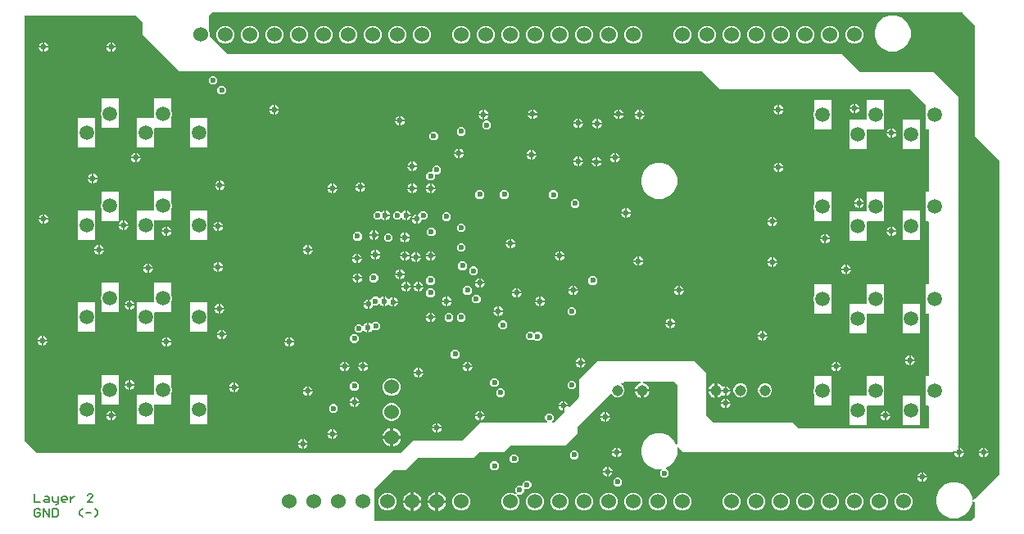
<source format=gbr>
G04 EAGLE Gerber RS-274X export*
G75*
%MOMM*%
%FSLAX34Y34*%
%LPD*%
%INCopper Layer 2*%
%IPPOS*%
%AMOC8*
5,1,8,0,0,1.08239X$1,22.5*%
G01*
%ADD10C,0.152400*%
%ADD11C,1.524000*%
%ADD12C,1.140000*%
%ADD13C,1.500000*%
%ADD14C,0.600000*%

G36*
X393790Y75454D02*
X393790Y75454D01*
X393881Y75461D01*
X393911Y75473D01*
X393943Y75479D01*
X394023Y75521D01*
X394107Y75557D01*
X394139Y75583D01*
X394160Y75594D01*
X394182Y75617D01*
X394238Y75662D01*
X406715Y88139D01*
X457200Y88139D01*
X457290Y88154D01*
X457381Y88161D01*
X457411Y88173D01*
X457443Y88179D01*
X457523Y88221D01*
X457607Y88257D01*
X457639Y88283D01*
X457660Y88294D01*
X457682Y88317D01*
X457738Y88362D01*
X476565Y107189D01*
X545008Y107189D01*
X545079Y107200D01*
X545151Y107202D01*
X545200Y107220D01*
X545251Y107229D01*
X545315Y107262D01*
X545382Y107287D01*
X545423Y107319D01*
X545469Y107344D01*
X545518Y107396D01*
X545574Y107440D01*
X545602Y107484D01*
X545638Y107522D01*
X545668Y107587D01*
X545707Y107647D01*
X545720Y107698D01*
X545742Y107745D01*
X545749Y107816D01*
X545767Y107886D01*
X545763Y107938D01*
X545769Y107989D01*
X545753Y108060D01*
X545748Y108131D01*
X545727Y108179D01*
X545716Y108230D01*
X545680Y108291D01*
X545652Y108357D01*
X545607Y108413D01*
X545590Y108441D01*
X545572Y108456D01*
X545547Y108488D01*
X543699Y110336D01*
X543699Y114065D01*
X546335Y116701D01*
X550064Y116701D01*
X552700Y114065D01*
X552700Y110336D01*
X550852Y108488D01*
X550810Y108430D01*
X550761Y108378D01*
X550739Y108331D01*
X550709Y108289D01*
X550688Y108220D01*
X550657Y108155D01*
X550652Y108103D01*
X550636Y108053D01*
X550638Y107982D01*
X550630Y107911D01*
X550641Y107860D01*
X550643Y107808D01*
X550667Y107740D01*
X550682Y107670D01*
X550709Y107626D01*
X550727Y107577D01*
X550772Y107521D01*
X550809Y107459D01*
X550848Y107425D01*
X550881Y107385D01*
X550941Y107346D01*
X550996Y107299D01*
X551044Y107280D01*
X551088Y107252D01*
X551157Y107234D01*
X551224Y107207D01*
X551295Y107199D01*
X551326Y107191D01*
X551350Y107193D01*
X551390Y107189D01*
X552450Y107189D01*
X552540Y107204D01*
X552631Y107211D01*
X552661Y107223D01*
X552693Y107229D01*
X552773Y107271D01*
X552857Y107307D01*
X552889Y107333D01*
X552910Y107344D01*
X552932Y107367D01*
X552988Y107412D01*
X563736Y118160D01*
X563778Y118218D01*
X563828Y118270D01*
X563850Y118317D01*
X563880Y118359D01*
X563901Y118428D01*
X563931Y118493D01*
X563937Y118545D01*
X563952Y118595D01*
X563950Y118666D01*
X563958Y118737D01*
X563947Y118788D01*
X563946Y118840D01*
X563921Y118908D01*
X563906Y118978D01*
X563879Y119022D01*
X563861Y119071D01*
X563817Y119127D01*
X563780Y119189D01*
X563740Y119223D01*
X563708Y119263D01*
X563647Y119302D01*
X563593Y119349D01*
X563545Y119368D01*
X563501Y119396D01*
X563484Y119401D01*
X563484Y123586D01*
X567674Y123586D01*
X567684Y123566D01*
X567709Y123499D01*
X567741Y123458D01*
X567766Y123412D01*
X567817Y123363D01*
X567862Y123307D01*
X567906Y123278D01*
X567944Y123242D01*
X568009Y123212D01*
X568069Y123174D01*
X568120Y123161D01*
X568167Y123139D01*
X568238Y123131D01*
X568308Y123113D01*
X568360Y123118D01*
X568411Y123112D01*
X568482Y123127D01*
X568553Y123133D01*
X568601Y123153D01*
X568652Y123164D01*
X568713Y123201D01*
X568779Y123229D01*
X568835Y123274D01*
X568863Y123290D01*
X568878Y123308D01*
X568910Y123334D01*
X578388Y132812D01*
X578441Y132886D01*
X578501Y132955D01*
X578513Y132985D01*
X578532Y133011D01*
X578559Y133098D01*
X578593Y133183D01*
X578597Y133224D01*
X578604Y133247D01*
X578603Y133279D01*
X578611Y133350D01*
X578611Y152085D01*
X597215Y170689D01*
X698185Y170689D01*
X710439Y158435D01*
X710439Y114300D01*
X710454Y114210D01*
X710461Y114119D01*
X710473Y114089D01*
X710479Y114057D01*
X710521Y113977D01*
X710557Y113893D01*
X710583Y113861D01*
X710594Y113840D01*
X710617Y113818D01*
X710662Y113762D01*
X717012Y107412D01*
X717086Y107359D01*
X717155Y107299D01*
X717185Y107287D01*
X717211Y107268D01*
X717298Y107241D01*
X717383Y107207D01*
X717424Y107203D01*
X717447Y107196D01*
X717479Y107197D01*
X717550Y107189D01*
X799785Y107189D01*
X805912Y101062D01*
X805986Y101009D01*
X806055Y100949D01*
X806085Y100937D01*
X806111Y100918D01*
X806198Y100891D01*
X806283Y100857D01*
X806324Y100853D01*
X806347Y100846D01*
X806379Y100847D01*
X806450Y100839D01*
X939800Y100839D01*
X939820Y100842D01*
X939839Y100840D01*
X939941Y100862D01*
X940043Y100879D01*
X940060Y100888D01*
X940080Y100892D01*
X940169Y100945D01*
X940260Y100994D01*
X940274Y101008D01*
X940291Y101018D01*
X940358Y101097D01*
X940430Y101172D01*
X940438Y101190D01*
X940451Y101205D01*
X940490Y101301D01*
X940533Y101395D01*
X940535Y101415D01*
X940543Y101433D01*
X940561Y101600D01*
X940561Y123698D01*
X940558Y123718D01*
X940560Y123737D01*
X940538Y123839D01*
X940522Y123941D01*
X940512Y123958D01*
X940508Y123978D01*
X940455Y124067D01*
X940406Y124158D01*
X940392Y124172D01*
X940382Y124189D01*
X940303Y124256D01*
X940228Y124328D01*
X940210Y124336D01*
X940195Y124349D01*
X940099Y124388D01*
X940005Y124431D01*
X939985Y124433D01*
X939967Y124441D01*
X939800Y124459D01*
X937260Y124459D01*
X937259Y124460D01*
X937259Y137493D01*
X937249Y137557D01*
X937248Y137623D01*
X937225Y137703D01*
X937220Y137735D01*
X937210Y137753D01*
X937201Y137784D01*
X937149Y137910D01*
X937149Y141490D01*
X937201Y141616D01*
X937216Y141680D01*
X937241Y141741D01*
X937250Y141823D01*
X937257Y141855D01*
X937256Y141875D01*
X937259Y141907D01*
X937259Y154940D01*
X937260Y154941D01*
X939800Y154941D01*
X939820Y154944D01*
X939839Y154942D01*
X939941Y154964D01*
X940043Y154980D01*
X940060Y154990D01*
X940080Y154994D01*
X940169Y155047D01*
X940260Y155096D01*
X940274Y155110D01*
X940291Y155120D01*
X940358Y155199D01*
X940430Y155274D01*
X940438Y155292D01*
X940451Y155307D01*
X940490Y155403D01*
X940533Y155497D01*
X940535Y155517D01*
X940543Y155535D01*
X940561Y155702D01*
X940561Y218948D01*
X940558Y218968D01*
X940560Y218987D01*
X940538Y219089D01*
X940522Y219191D01*
X940512Y219208D01*
X940508Y219228D01*
X940455Y219317D01*
X940406Y219408D01*
X940392Y219422D01*
X940382Y219439D01*
X940303Y219506D01*
X940228Y219578D01*
X940210Y219586D01*
X940195Y219599D01*
X940099Y219638D01*
X940005Y219681D01*
X939985Y219683D01*
X939967Y219691D01*
X939800Y219709D01*
X937260Y219709D01*
X937259Y219710D01*
X937259Y232743D01*
X937249Y232807D01*
X937248Y232873D01*
X937225Y232953D01*
X937220Y232985D01*
X937210Y233003D01*
X937201Y233034D01*
X937149Y233160D01*
X937149Y236740D01*
X937201Y236866D01*
X937216Y236930D01*
X937241Y236991D01*
X937250Y237073D01*
X937257Y237105D01*
X937256Y237125D01*
X937259Y237157D01*
X937259Y250190D01*
X937260Y250191D01*
X939800Y250191D01*
X939820Y250194D01*
X939839Y250192D01*
X939941Y250214D01*
X940043Y250230D01*
X940060Y250240D01*
X940080Y250244D01*
X940169Y250297D01*
X940260Y250346D01*
X940274Y250360D01*
X940291Y250370D01*
X940358Y250449D01*
X940430Y250524D01*
X940438Y250542D01*
X940451Y250557D01*
X940490Y250653D01*
X940533Y250747D01*
X940535Y250767D01*
X940543Y250785D01*
X940561Y250952D01*
X940561Y314198D01*
X940558Y314218D01*
X940560Y314237D01*
X940538Y314339D01*
X940522Y314441D01*
X940512Y314458D01*
X940508Y314478D01*
X940455Y314567D01*
X940406Y314658D01*
X940392Y314672D01*
X940382Y314689D01*
X940303Y314756D01*
X940228Y314828D01*
X940210Y314836D01*
X940195Y314849D01*
X940099Y314888D01*
X940005Y314931D01*
X939985Y314933D01*
X939967Y314941D01*
X939800Y314959D01*
X937260Y314959D01*
X937259Y314960D01*
X937259Y327993D01*
X937249Y328057D01*
X937248Y328123D01*
X937225Y328203D01*
X937220Y328235D01*
X937210Y328253D01*
X937201Y328284D01*
X937149Y328410D01*
X937149Y331990D01*
X937201Y332116D01*
X937216Y332180D01*
X937241Y332241D01*
X937250Y332323D01*
X937257Y332355D01*
X937256Y332375D01*
X937259Y332407D01*
X937259Y345440D01*
X937260Y345441D01*
X939800Y345441D01*
X939820Y345444D01*
X939839Y345442D01*
X939941Y345464D01*
X940043Y345480D01*
X940060Y345490D01*
X940080Y345494D01*
X940169Y345547D01*
X940260Y345596D01*
X940274Y345610D01*
X940291Y345620D01*
X940358Y345699D01*
X940430Y345774D01*
X940438Y345792D01*
X940451Y345807D01*
X940490Y345903D01*
X940533Y345997D01*
X940535Y346017D01*
X940543Y346035D01*
X940561Y346202D01*
X940561Y409448D01*
X940558Y409468D01*
X940560Y409487D01*
X940538Y409589D01*
X940522Y409691D01*
X940512Y409708D01*
X940508Y409728D01*
X940455Y409817D01*
X940406Y409908D01*
X940392Y409922D01*
X940382Y409939D01*
X940303Y410006D01*
X940228Y410078D01*
X940210Y410086D01*
X940195Y410099D01*
X940099Y410138D01*
X940005Y410181D01*
X939985Y410183D01*
X939967Y410191D01*
X939800Y410209D01*
X937260Y410209D01*
X937259Y410210D01*
X937259Y423243D01*
X937249Y423307D01*
X937248Y423373D01*
X937225Y423453D01*
X937220Y423485D01*
X937210Y423503D01*
X937201Y423534D01*
X937149Y423660D01*
X937149Y427240D01*
X937201Y427366D01*
X937216Y427430D01*
X937241Y427491D01*
X937250Y427573D01*
X937257Y427606D01*
X937256Y427625D01*
X937259Y427657D01*
X937259Y435102D01*
X937245Y435192D01*
X937237Y435283D01*
X937225Y435313D01*
X937220Y435345D01*
X937177Y435425D01*
X937141Y435509D01*
X937115Y435541D01*
X937104Y435562D01*
X937081Y435584D01*
X937036Y435640D01*
X921288Y451388D01*
X921214Y451441D01*
X921145Y451501D01*
X921115Y451513D01*
X921089Y451532D01*
X921002Y451559D01*
X920917Y451593D01*
X920876Y451597D01*
X920853Y451604D01*
X920821Y451603D01*
X920750Y451611D01*
X724215Y451611D01*
X705388Y470438D01*
X705314Y470491D01*
X705245Y470551D01*
X705215Y470563D01*
X705189Y470582D01*
X705102Y470609D01*
X705017Y470643D01*
X704976Y470647D01*
X704953Y470654D01*
X704921Y470653D01*
X704850Y470661D01*
X165415Y470661D01*
X127761Y508315D01*
X127761Y520700D01*
X127747Y520790D01*
X127739Y520881D01*
X127727Y520911D01*
X127722Y520943D01*
X127679Y521023D01*
X127643Y521107D01*
X127617Y521139D01*
X127606Y521160D01*
X127583Y521182D01*
X127538Y521238D01*
X121188Y527588D01*
X121114Y527641D01*
X121045Y527701D01*
X121015Y527713D01*
X120989Y527732D01*
X120902Y527759D01*
X120817Y527793D01*
X120776Y527797D01*
X120753Y527804D01*
X120721Y527803D01*
X120650Y527811D01*
X6451Y527811D01*
X6337Y527793D01*
X6220Y527775D01*
X6214Y527773D01*
X6208Y527772D01*
X6106Y527717D01*
X6001Y527664D01*
X5996Y527659D01*
X5991Y527656D01*
X5911Y527572D01*
X5829Y527488D01*
X5825Y527482D01*
X5822Y527478D01*
X5814Y527461D01*
X5748Y527341D01*
X5647Y527097D01*
X5632Y527034D01*
X5607Y526973D01*
X5598Y526890D01*
X5591Y526858D01*
X5592Y526839D01*
X5589Y526806D01*
X5589Y88900D01*
X5604Y88810D01*
X5611Y88719D01*
X5623Y88689D01*
X5629Y88657D01*
X5671Y88577D01*
X5707Y88493D01*
X5733Y88461D01*
X5744Y88440D01*
X5767Y88418D01*
X5812Y88362D01*
X18512Y75662D01*
X18586Y75609D01*
X18655Y75549D01*
X18685Y75537D01*
X18711Y75518D01*
X18798Y75491D01*
X18883Y75457D01*
X18924Y75453D01*
X18947Y75446D01*
X18979Y75447D01*
X19050Y75439D01*
X393700Y75439D01*
X393790Y75454D01*
G37*
G36*
X981892Y5044D02*
X981892Y5044D01*
X981943Y5044D01*
X983013Y5150D01*
X983048Y5159D01*
X983084Y5160D01*
X983226Y5203D01*
X984687Y5808D01*
X984750Y5847D01*
X984816Y5877D01*
X984874Y5924D01*
X984895Y5937D01*
X984905Y5950D01*
X984931Y5971D01*
X987169Y8209D01*
X987212Y8269D01*
X987262Y8322D01*
X987297Y8388D01*
X987311Y8408D01*
X987316Y8424D01*
X987332Y8453D01*
X987937Y9914D01*
X987945Y9950D01*
X987961Y9983D01*
X987990Y10127D01*
X988096Y11197D01*
X988094Y11219D01*
X988099Y11270D01*
X988099Y24017D01*
X988082Y24119D01*
X988071Y24222D01*
X988063Y24239D01*
X988060Y24258D01*
X988011Y24349D01*
X987966Y24443D01*
X987953Y24456D01*
X987945Y24473D01*
X987869Y24544D01*
X987797Y24618D01*
X987776Y24631D01*
X987767Y24640D01*
X987745Y24650D01*
X987670Y24694D01*
X987410Y24817D01*
X987409Y24817D01*
X987271Y24867D01*
X987220Y24880D01*
X987218Y24880D01*
X987075Y24901D01*
X986797Y24914D01*
X986791Y24919D01*
X986714Y24980D01*
X986691Y24988D01*
X986671Y25002D01*
X986652Y25008D01*
X986516Y25236D01*
X986515Y25237D01*
X986428Y25354D01*
X986275Y25523D01*
X986203Y25579D01*
X986136Y25642D01*
X986108Y25655D01*
X986084Y25674D01*
X985998Y25705D01*
X985914Y25743D01*
X985883Y25746D01*
X985854Y25756D01*
X985763Y25758D01*
X985671Y25767D01*
X985641Y25760D01*
X985610Y25760D01*
X985523Y25732D01*
X985434Y25712D01*
X985407Y25695D01*
X985378Y25686D01*
X985304Y25631D01*
X985226Y25583D01*
X985207Y25559D01*
X985182Y25540D01*
X985130Y25465D01*
X985071Y25394D01*
X985061Y25365D01*
X985043Y25340D01*
X985018Y25252D01*
X984985Y25166D01*
X984981Y25124D01*
X984976Y25105D01*
X984977Y25081D01*
X984971Y25019D01*
X984971Y22990D01*
X982154Y16190D01*
X976950Y10986D01*
X970150Y8169D01*
X962790Y8169D01*
X955990Y10986D01*
X950786Y16190D01*
X947969Y22990D01*
X947969Y30350D01*
X950786Y37150D01*
X955990Y42354D01*
X962790Y45171D01*
X970150Y45171D01*
X976950Y42354D01*
X982154Y37150D01*
X984971Y30350D01*
X984971Y27180D01*
X984984Y27102D01*
X984988Y27022D01*
X985003Y26982D01*
X985010Y26940D01*
X985048Y26869D01*
X985077Y26795D01*
X985105Y26762D01*
X985125Y26724D01*
X985184Y26670D01*
X985235Y26609D01*
X985272Y26587D01*
X985303Y26558D01*
X985376Y26525D01*
X985445Y26484D01*
X985487Y26475D01*
X985526Y26457D01*
X985605Y26449D01*
X985683Y26432D01*
X985726Y26437D01*
X985769Y26433D01*
X985846Y26451D01*
X985925Y26460D01*
X985964Y26478D01*
X986006Y26488D01*
X986074Y26530D01*
X986146Y26564D01*
X986177Y26594D01*
X986214Y26617D01*
X986264Y26678D01*
X986322Y26734D01*
X986353Y26787D01*
X986368Y26805D01*
X986376Y26824D01*
X986397Y26860D01*
X986558Y27201D01*
X986559Y27202D01*
X986599Y27314D01*
X986603Y27324D01*
X986604Y27328D01*
X986608Y27339D01*
X986675Y27609D01*
X986681Y27615D01*
X986756Y27678D01*
X986768Y27699D01*
X986786Y27716D01*
X986796Y27733D01*
X987045Y27822D01*
X987046Y27823D01*
X987178Y27885D01*
X987417Y28029D01*
X987424Y28028D01*
X987522Y28020D01*
X987546Y28026D01*
X987570Y28026D01*
X987713Y28062D01*
X987892Y28126D01*
X987971Y28170D01*
X988054Y28208D01*
X988087Y28235D01*
X988105Y28244D01*
X988121Y28262D01*
X988169Y28301D01*
X990527Y30660D01*
X990528Y30660D01*
X1013280Y53412D01*
X1013337Y53492D01*
X1013399Y53567D01*
X1013407Y53590D01*
X1013422Y53611D01*
X1013450Y53704D01*
X1013485Y53795D01*
X1013488Y53828D01*
X1013493Y53844D01*
X1013492Y53869D01*
X1013499Y53942D01*
X1013499Y377858D01*
X1013483Y377954D01*
X1013474Y378051D01*
X1013464Y378074D01*
X1013460Y378099D01*
X1013414Y378185D01*
X1013373Y378273D01*
X1013352Y378299D01*
X1013345Y378314D01*
X1013326Y378331D01*
X1013280Y378388D01*
X990528Y401140D01*
X990527Y401140D01*
X988099Y403568D01*
X988099Y517558D01*
X988097Y517571D01*
X988098Y517576D01*
X988093Y517598D01*
X988083Y517654D01*
X988074Y517751D01*
X988064Y517774D01*
X988060Y517799D01*
X988014Y517885D01*
X987973Y517973D01*
X987952Y517999D01*
X987945Y518014D01*
X987926Y518031D01*
X987880Y518088D01*
X975288Y530680D01*
X975208Y530737D01*
X975133Y530799D01*
X975110Y530807D01*
X975089Y530822D01*
X974996Y530850D01*
X974905Y530885D01*
X974872Y530888D01*
X974856Y530893D01*
X974831Y530892D01*
X974758Y530899D01*
X199950Y530899D01*
X199854Y530883D01*
X199757Y530874D01*
X199734Y530864D01*
X199709Y530860D01*
X199623Y530814D01*
X199534Y530773D01*
X199509Y530752D01*
X199494Y530745D01*
X199477Y530726D01*
X199420Y530680D01*
X196320Y527580D01*
X196263Y527500D01*
X196202Y527425D01*
X196193Y527402D01*
X196178Y527381D01*
X196150Y527288D01*
X196115Y527197D01*
X196112Y527164D01*
X196107Y527148D01*
X196108Y527123D01*
X196101Y527050D01*
X196101Y512329D01*
X196113Y512257D01*
X196115Y512184D01*
X196136Y512113D01*
X196140Y512088D01*
X196148Y512074D01*
X196158Y512042D01*
X197081Y509814D01*
X197081Y507020D01*
X197084Y507003D01*
X197082Y506990D01*
X197094Y506939D01*
X197097Y506924D01*
X197106Y506827D01*
X197116Y506804D01*
X197120Y506779D01*
X197166Y506693D01*
X197207Y506604D01*
X197228Y506579D01*
X197235Y506564D01*
X197254Y506547D01*
X197300Y506490D01*
X215370Y488420D01*
X215450Y488363D01*
X215525Y488302D01*
X215548Y488293D01*
X215569Y488278D01*
X215662Y488250D01*
X215753Y488215D01*
X215786Y488212D01*
X215802Y488207D01*
X215827Y488208D01*
X215900Y488201D01*
X850590Y488201D01*
X869420Y469370D01*
X869500Y469313D01*
X869575Y469252D01*
X869598Y469243D01*
X869619Y469228D01*
X869712Y469200D01*
X869803Y469165D01*
X869836Y469162D01*
X869852Y469157D01*
X869877Y469158D01*
X869950Y469151D01*
X945840Y469151D01*
X970801Y444190D01*
X970801Y82860D01*
X970420Y82480D01*
X970377Y82420D01*
X970327Y82366D01*
X970307Y82322D01*
X970278Y82281D01*
X970257Y82211D01*
X970226Y82144D01*
X970221Y82095D01*
X970207Y82048D01*
X970210Y81975D01*
X970202Y81901D01*
X970213Y81853D01*
X970215Y81804D01*
X970241Y81735D01*
X970258Y81664D01*
X970284Y81622D01*
X970301Y81576D01*
X970347Y81519D01*
X970386Y81456D01*
X970424Y81425D01*
X970456Y81387D01*
X970518Y81348D01*
X970575Y81301D01*
X970621Y81284D01*
X970663Y81258D01*
X970676Y81255D01*
X970676Y77074D01*
X966492Y77074D01*
X966475Y77106D01*
X966449Y77174D01*
X966418Y77213D01*
X966395Y77256D01*
X966341Y77306D01*
X966294Y77363D01*
X966252Y77389D01*
X966217Y77423D01*
X966150Y77453D01*
X966087Y77492D01*
X966039Y77503D01*
X965994Y77524D01*
X965921Y77531D01*
X965850Y77548D01*
X965801Y77543D01*
X965751Y77548D01*
X965680Y77531D01*
X965607Y77524D01*
X965562Y77504D01*
X965514Y77492D01*
X965451Y77454D01*
X965384Y77423D01*
X965328Y77377D01*
X965306Y77364D01*
X965296Y77351D01*
X965270Y77330D01*
X964890Y76949D01*
X686110Y76949D01*
X681450Y81610D01*
X681390Y81653D01*
X681336Y81703D01*
X681292Y81723D01*
X681251Y81752D01*
X681181Y81773D01*
X681114Y81804D01*
X681065Y81809D01*
X681018Y81823D01*
X680945Y81820D01*
X680871Y81828D01*
X680823Y81817D01*
X680774Y81815D01*
X680705Y81789D01*
X680634Y81772D01*
X680592Y81746D01*
X680546Y81729D01*
X680489Y81683D01*
X680426Y81644D01*
X680395Y81606D01*
X680357Y81574D01*
X680318Y81512D01*
X680271Y81455D01*
X680254Y81409D01*
X680228Y81367D01*
X680211Y81296D01*
X680185Y81227D01*
X680178Y81154D01*
X680172Y81130D01*
X680174Y81113D01*
X680171Y81080D01*
X680171Y73790D01*
X677354Y66990D01*
X672150Y61786D01*
X669086Y60517D01*
X669044Y60491D01*
X668998Y60473D01*
X668941Y60427D01*
X668878Y60388D01*
X668847Y60350D01*
X668809Y60319D01*
X668770Y60256D01*
X668723Y60199D01*
X668706Y60153D01*
X668680Y60112D01*
X668663Y60040D01*
X668637Y59971D01*
X668636Y59922D01*
X668625Y59874D01*
X668632Y59801D01*
X668629Y59727D01*
X668644Y59680D01*
X668648Y59631D01*
X668679Y59564D01*
X668700Y59493D01*
X668729Y59453D01*
X668749Y59409D01*
X668842Y59295D01*
X671663Y56474D01*
X671663Y52746D01*
X669026Y50109D01*
X665298Y50109D01*
X662661Y52746D01*
X662661Y56474D01*
X663877Y57690D01*
X663920Y57750D01*
X663970Y57804D01*
X663991Y57848D01*
X664019Y57889D01*
X664041Y57959D01*
X664071Y58026D01*
X664076Y58075D01*
X664090Y58122D01*
X664088Y58195D01*
X664095Y58269D01*
X664084Y58317D01*
X664082Y58366D01*
X664057Y58435D01*
X664040Y58506D01*
X664014Y58548D01*
X663997Y58594D01*
X663950Y58651D01*
X663911Y58714D01*
X663873Y58745D01*
X663842Y58783D01*
X663779Y58822D01*
X663723Y58869D01*
X663677Y58886D01*
X663635Y58912D01*
X663563Y58929D01*
X663494Y58955D01*
X663421Y58962D01*
X663397Y58968D01*
X663381Y58966D01*
X663347Y58969D01*
X657990Y58969D01*
X651190Y61786D01*
X645986Y66990D01*
X643169Y73790D01*
X643169Y81150D01*
X645986Y87950D01*
X651190Y93154D01*
X657990Y95971D01*
X665350Y95971D01*
X672150Y93154D01*
X677354Y87950D01*
X678758Y84561D01*
X678809Y84478D01*
X678855Y84392D01*
X678874Y84375D01*
X678887Y84354D01*
X678962Y84292D01*
X679034Y84225D01*
X679056Y84215D01*
X679075Y84199D01*
X679167Y84165D01*
X679256Y84124D01*
X679280Y84122D01*
X679304Y84113D01*
X679401Y84110D01*
X679499Y84100D01*
X679523Y84106D01*
X679547Y84105D01*
X679641Y84133D01*
X679736Y84155D01*
X679757Y84169D01*
X679781Y84176D01*
X679860Y84233D01*
X679944Y84284D01*
X679959Y84303D01*
X679979Y84318D01*
X680036Y84397D01*
X680099Y84473D01*
X680107Y84496D01*
X680122Y84516D01*
X680150Y84610D01*
X680185Y84701D01*
X680188Y84733D01*
X680193Y84749D01*
X680192Y84774D01*
X680199Y84848D01*
X680199Y146050D01*
X680183Y146146D01*
X680174Y146243D01*
X680164Y146266D01*
X680160Y146291D01*
X680114Y146377D01*
X680073Y146466D01*
X680052Y146491D01*
X680045Y146506D01*
X680026Y146523D01*
X679980Y146580D01*
X677440Y149120D01*
X677360Y149177D01*
X677285Y149239D01*
X677262Y149247D01*
X677241Y149262D01*
X677148Y149290D01*
X677057Y149325D01*
X677024Y149328D01*
X677008Y149333D01*
X676983Y149332D01*
X676910Y149339D01*
X645995Y149339D01*
X645947Y149331D01*
X645898Y149333D01*
X645827Y149312D01*
X645755Y149300D01*
X645711Y149276D01*
X645664Y149262D01*
X645604Y149219D01*
X645539Y149185D01*
X645506Y149149D01*
X645466Y149120D01*
X645423Y149060D01*
X645372Y149007D01*
X645352Y148962D01*
X645323Y148922D01*
X645302Y148851D01*
X645272Y148784D01*
X645267Y148735D01*
X645252Y148688D01*
X645255Y148615D01*
X645248Y148541D01*
X645259Y148494D01*
X645260Y148444D01*
X645286Y148376D01*
X645303Y148304D01*
X645329Y148262D01*
X645346Y148216D01*
X645393Y148159D01*
X645432Y148096D01*
X645470Y148065D01*
X645501Y148027D01*
X645563Y147988D01*
X645620Y147942D01*
X645666Y147924D01*
X645708Y147898D01*
X645847Y147856D01*
X645848Y147855D01*
X645849Y147855D01*
X646210Y147783D01*
X647611Y147203D01*
X648872Y146360D01*
X649945Y145287D01*
X650788Y144026D01*
X651368Y142625D01*
X651517Y141878D01*
X644714Y141878D01*
X644690Y141874D01*
X644665Y141876D01*
X644570Y141854D01*
X644473Y141838D01*
X644451Y141827D01*
X644428Y141821D01*
X644344Y141769D01*
X644258Y141723D01*
X644241Y141705D01*
X644220Y141692D01*
X644158Y141617D01*
X644091Y141545D01*
X644081Y141523D01*
X644065Y141504D01*
X644031Y141412D01*
X643990Y141323D01*
X643988Y141298D01*
X643979Y141276D01*
X643965Y141129D01*
X643965Y140378D01*
X643963Y140378D01*
X643963Y141129D01*
X643959Y141153D01*
X643961Y141177D01*
X643939Y141273D01*
X643923Y141369D01*
X643911Y141391D01*
X643906Y141415D01*
X643854Y141498D01*
X643808Y141585D01*
X643790Y141601D01*
X643777Y141622D01*
X643701Y141684D01*
X643630Y141751D01*
X643608Y141761D01*
X643589Y141777D01*
X643497Y141812D01*
X643408Y141852D01*
X643383Y141855D01*
X643360Y141863D01*
X643213Y141878D01*
X636410Y141878D01*
X636559Y142625D01*
X637139Y144026D01*
X637982Y145287D01*
X639055Y146360D01*
X640316Y147203D01*
X641717Y147783D01*
X642078Y147855D01*
X642124Y147872D01*
X642173Y147880D01*
X642238Y147915D01*
X642307Y147941D01*
X642345Y147972D01*
X642388Y147995D01*
X642438Y148049D01*
X642495Y148096D01*
X642521Y148138D01*
X642555Y148174D01*
X642585Y148241D01*
X642624Y148303D01*
X642635Y148351D01*
X642656Y148396D01*
X642663Y148469D01*
X642680Y148541D01*
X642675Y148590D01*
X642680Y148639D01*
X642663Y148710D01*
X642656Y148783D01*
X642636Y148828D01*
X642624Y148876D01*
X642586Y148939D01*
X642555Y149006D01*
X642522Y149042D01*
X642496Y149084D01*
X642439Y149130D01*
X642389Y149184D01*
X642345Y149207D01*
X642307Y149239D01*
X642238Y149264D01*
X642174Y149299D01*
X642125Y149307D01*
X642079Y149325D01*
X641934Y149339D01*
X641933Y149339D01*
X641932Y149339D01*
X626110Y149339D01*
X626014Y149323D01*
X625917Y149314D01*
X625894Y149304D01*
X625869Y149300D01*
X625783Y149254D01*
X625694Y149213D01*
X625669Y149192D01*
X625654Y149185D01*
X625637Y149166D01*
X625580Y149120D01*
X624530Y148069D01*
X623570Y148069D01*
X623474Y148053D01*
X623377Y148044D01*
X623354Y148034D01*
X623329Y148030D01*
X623243Y147984D01*
X623154Y147943D01*
X623129Y147922D01*
X623114Y147915D01*
X623097Y147896D01*
X623040Y147850D01*
X622688Y147497D01*
X622673Y147477D01*
X622655Y147462D01*
X622603Y147379D01*
X622546Y147299D01*
X622539Y147276D01*
X622526Y147255D01*
X622503Y147159D01*
X622475Y147066D01*
X622476Y147041D01*
X622470Y147017D01*
X622479Y146920D01*
X622483Y146822D01*
X622491Y146799D01*
X622494Y146774D01*
X622534Y146685D01*
X622569Y146593D01*
X622584Y146574D01*
X622594Y146552D01*
X622688Y146438D01*
X624668Y144457D01*
X625764Y141811D01*
X625764Y138946D01*
X624668Y136300D01*
X622642Y134274D01*
X619996Y133178D01*
X617131Y133178D01*
X614485Y134274D01*
X612504Y136254D01*
X612485Y136269D01*
X612469Y136288D01*
X612386Y136340D01*
X612306Y136397D01*
X612283Y136404D01*
X612262Y136417D01*
X612166Y136439D01*
X612073Y136467D01*
X612048Y136467D01*
X612024Y136472D01*
X611927Y136463D01*
X611829Y136460D01*
X611806Y136451D01*
X611781Y136449D01*
X611692Y136408D01*
X611600Y136374D01*
X611581Y136358D01*
X611559Y136348D01*
X611445Y136254D01*
X577320Y102130D01*
X577263Y102050D01*
X577202Y101975D01*
X577193Y101952D01*
X577178Y101931D01*
X577150Y101838D01*
X577115Y101747D01*
X577112Y101714D01*
X577107Y101698D01*
X577108Y101673D01*
X577101Y101600D01*
X577101Y95560D01*
X564840Y83299D01*
X508000Y83299D01*
X507904Y83283D01*
X507807Y83274D01*
X507784Y83264D01*
X507759Y83260D01*
X507673Y83214D01*
X507584Y83173D01*
X507559Y83152D01*
X507544Y83145D01*
X507527Y83126D01*
X507470Y83080D01*
X501340Y76949D01*
X476250Y76949D01*
X476154Y76933D01*
X476057Y76924D01*
X476034Y76914D01*
X476009Y76910D01*
X475923Y76864D01*
X475834Y76823D01*
X475809Y76802D01*
X475794Y76795D01*
X475777Y76776D01*
X475720Y76730D01*
X469590Y70599D01*
X412750Y70599D01*
X412654Y70583D01*
X412557Y70574D01*
X412534Y70564D01*
X412509Y70560D01*
X412423Y70514D01*
X412334Y70473D01*
X412309Y70452D01*
X412294Y70445D01*
X412277Y70426D01*
X412220Y70380D01*
X399740Y57899D01*
X387350Y57899D01*
X387254Y57883D01*
X387157Y57874D01*
X387134Y57864D01*
X387109Y57860D01*
X387023Y57814D01*
X386934Y57773D01*
X386909Y57752D01*
X386894Y57745D01*
X386877Y57726D01*
X386820Y57680D01*
X367770Y38630D01*
X367713Y38550D01*
X367652Y38475D01*
X367643Y38452D01*
X367628Y38431D01*
X367600Y38338D01*
X367565Y38247D01*
X367562Y38214D01*
X367557Y38198D01*
X367558Y38173D01*
X367551Y38100D01*
X367551Y6350D01*
X367567Y6254D01*
X367576Y6157D01*
X367586Y6134D01*
X367590Y6109D01*
X367637Y6023D01*
X367677Y5934D01*
X367698Y5909D01*
X367705Y5894D01*
X367724Y5877D01*
X367770Y5820D01*
X368330Y5260D01*
X368410Y5203D01*
X368485Y5141D01*
X368508Y5133D01*
X368529Y5118D01*
X368622Y5090D01*
X368713Y5055D01*
X368746Y5052D01*
X368762Y5047D01*
X368787Y5048D01*
X368860Y5041D01*
X981870Y5041D01*
X981892Y5044D01*
G37*
%LPC*%
G36*
X899290Y490769D02*
X899290Y490769D01*
X892490Y493586D01*
X887286Y498790D01*
X884469Y505590D01*
X884469Y512950D01*
X887286Y519750D01*
X892490Y524954D01*
X899290Y527771D01*
X906650Y527771D01*
X913450Y524954D01*
X918654Y519750D01*
X921471Y512950D01*
X921471Y505590D01*
X918654Y498790D01*
X913450Y493586D01*
X906650Y490769D01*
X899290Y490769D01*
G37*
%LPD*%
%LPC*%
G36*
X657990Y338369D02*
X657990Y338369D01*
X651190Y341186D01*
X645986Y346390D01*
X643169Y353190D01*
X643169Y360550D01*
X645986Y367350D01*
X651190Y372554D01*
X657990Y375371D01*
X665350Y375371D01*
X672150Y372554D01*
X677354Y367350D01*
X680171Y360550D01*
X680171Y353190D01*
X677354Y346390D01*
X672150Y341186D01*
X665350Y338369D01*
X657990Y338369D01*
G37*
%LPD*%
%LPC*%
G36*
X121920Y105409D02*
X121920Y105409D01*
X121919Y105410D01*
X121919Y118539D01*
X121909Y118604D01*
X121908Y118669D01*
X121885Y118749D01*
X121880Y118782D01*
X121870Y118799D01*
X121861Y118831D01*
X121849Y118860D01*
X121849Y122440D01*
X121861Y122469D01*
X121876Y122533D01*
X121901Y122594D01*
X121910Y122677D01*
X121917Y122709D01*
X121916Y122728D01*
X121919Y122761D01*
X121919Y135890D01*
X121920Y135891D01*
X138938Y135891D01*
X138958Y135894D01*
X138977Y135892D01*
X139079Y135914D01*
X139181Y135930D01*
X139198Y135940D01*
X139218Y135944D01*
X139307Y135997D01*
X139398Y136046D01*
X139412Y136060D01*
X139429Y136070D01*
X139496Y136149D01*
X139568Y136224D01*
X139576Y136242D01*
X139589Y136257D01*
X139628Y136353D01*
X139671Y136447D01*
X139673Y136467D01*
X139681Y136485D01*
X139699Y136652D01*
X139699Y156210D01*
X139700Y156211D01*
X157480Y156211D01*
X157481Y156210D01*
X157481Y143485D01*
X157491Y143420D01*
X157492Y143355D01*
X157515Y143275D01*
X157520Y143242D01*
X157530Y143225D01*
X157539Y143194D01*
X157851Y142440D01*
X157851Y138860D01*
X157539Y138106D01*
X157531Y138072D01*
X157528Y138066D01*
X157527Y138056D01*
X157524Y138042D01*
X157499Y137982D01*
X157490Y137899D01*
X157483Y137867D01*
X157484Y137847D01*
X157481Y137815D01*
X157481Y125730D01*
X157480Y125729D01*
X140462Y125729D01*
X140442Y125726D01*
X140423Y125728D01*
X140321Y125706D01*
X140219Y125690D01*
X140202Y125680D01*
X140182Y125676D01*
X140093Y125623D01*
X140002Y125574D01*
X139988Y125560D01*
X139971Y125550D01*
X139904Y125471D01*
X139832Y125396D01*
X139824Y125378D01*
X139811Y125363D01*
X139772Y125267D01*
X139729Y125173D01*
X139727Y125153D01*
X139719Y125135D01*
X139701Y124968D01*
X139701Y122954D01*
X139711Y122889D01*
X139712Y122824D01*
X139735Y122744D01*
X139740Y122711D01*
X139750Y122694D01*
X139759Y122663D01*
X139851Y122440D01*
X139851Y118860D01*
X139759Y118637D01*
X139744Y118574D01*
X139719Y118513D01*
X139710Y118430D01*
X139703Y118398D01*
X139704Y118379D01*
X139701Y118346D01*
X139701Y105410D01*
X139700Y105409D01*
X121920Y105409D01*
G37*
%LPD*%
%LPC*%
G36*
X121920Y200659D02*
X121920Y200659D01*
X121919Y200660D01*
X121919Y213789D01*
X121909Y213854D01*
X121908Y213919D01*
X121885Y213999D01*
X121880Y214032D01*
X121870Y214049D01*
X121861Y214081D01*
X121849Y214110D01*
X121849Y217690D01*
X121861Y217719D01*
X121876Y217783D01*
X121901Y217844D01*
X121910Y217927D01*
X121917Y217959D01*
X121916Y217978D01*
X121919Y218011D01*
X121919Y231140D01*
X121920Y231141D01*
X138938Y231141D01*
X138958Y231144D01*
X138977Y231142D01*
X139079Y231164D01*
X139181Y231180D01*
X139198Y231190D01*
X139218Y231194D01*
X139307Y231247D01*
X139398Y231296D01*
X139412Y231310D01*
X139429Y231320D01*
X139496Y231399D01*
X139568Y231474D01*
X139576Y231492D01*
X139589Y231507D01*
X139628Y231603D01*
X139671Y231697D01*
X139673Y231717D01*
X139681Y231735D01*
X139699Y231902D01*
X139699Y251460D01*
X139700Y251461D01*
X157480Y251461D01*
X157481Y251460D01*
X157481Y238735D01*
X157491Y238670D01*
X157492Y238605D01*
X157515Y238525D01*
X157520Y238492D01*
X157530Y238475D01*
X157539Y238444D01*
X157851Y237690D01*
X157851Y234110D01*
X157539Y233356D01*
X157524Y233293D01*
X157499Y233232D01*
X157490Y233149D01*
X157483Y233117D01*
X157484Y233097D01*
X157481Y233065D01*
X157481Y220980D01*
X157480Y220979D01*
X140462Y220979D01*
X140442Y220976D01*
X140423Y220978D01*
X140321Y220956D01*
X140219Y220940D01*
X140202Y220930D01*
X140182Y220926D01*
X140093Y220873D01*
X140002Y220824D01*
X139988Y220810D01*
X139971Y220800D01*
X139904Y220721D01*
X139832Y220646D01*
X139824Y220628D01*
X139811Y220613D01*
X139772Y220517D01*
X139729Y220423D01*
X139727Y220403D01*
X139719Y220385D01*
X139701Y220218D01*
X139701Y218204D01*
X139711Y218139D01*
X139712Y218074D01*
X139735Y217994D01*
X139740Y217961D01*
X139750Y217944D01*
X139759Y217913D01*
X139851Y217690D01*
X139851Y214110D01*
X139759Y213887D01*
X139744Y213824D01*
X139719Y213763D01*
X139710Y213680D01*
X139703Y213648D01*
X139704Y213629D01*
X139701Y213596D01*
X139701Y200660D01*
X139700Y200659D01*
X121920Y200659D01*
G37*
%LPD*%
%LPC*%
G36*
X858520Y104139D02*
X858520Y104139D01*
X858519Y104140D01*
X858519Y116865D01*
X858509Y116930D01*
X858508Y116995D01*
X858485Y117075D01*
X858480Y117108D01*
X858470Y117125D01*
X858461Y117156D01*
X858149Y117910D01*
X858149Y121490D01*
X858461Y122244D01*
X858476Y122307D01*
X858501Y122368D01*
X858510Y122451D01*
X858517Y122483D01*
X858516Y122503D01*
X858519Y122535D01*
X858519Y134620D01*
X858520Y134621D01*
X875538Y134621D01*
X875558Y134624D01*
X875577Y134622D01*
X875679Y134644D01*
X875781Y134660D01*
X875798Y134670D01*
X875818Y134674D01*
X875907Y134727D01*
X875998Y134776D01*
X876012Y134790D01*
X876029Y134800D01*
X876096Y134879D01*
X876168Y134954D01*
X876176Y134972D01*
X876189Y134987D01*
X876228Y135083D01*
X876271Y135177D01*
X876273Y135197D01*
X876281Y135215D01*
X876299Y135382D01*
X876299Y137396D01*
X876289Y137461D01*
X876288Y137526D01*
X876265Y137606D01*
X876260Y137639D01*
X876250Y137656D01*
X876241Y137687D01*
X876149Y137910D01*
X876149Y141490D01*
X876241Y141713D01*
X876256Y141776D01*
X876281Y141837D01*
X876290Y141920D01*
X876297Y141952D01*
X876296Y141971D01*
X876299Y142004D01*
X876299Y154940D01*
X876300Y154941D01*
X894080Y154941D01*
X894081Y154940D01*
X894081Y141811D01*
X894091Y141746D01*
X894092Y141681D01*
X894115Y141601D01*
X894120Y141568D01*
X894130Y141551D01*
X894139Y141519D01*
X894151Y141490D01*
X894151Y137910D01*
X894139Y137881D01*
X894124Y137817D01*
X894099Y137756D01*
X894090Y137673D01*
X894083Y137641D01*
X894084Y137622D01*
X894081Y137589D01*
X894081Y124460D01*
X894080Y124459D01*
X877062Y124459D01*
X877042Y124456D01*
X877023Y124458D01*
X876921Y124436D01*
X876819Y124420D01*
X876802Y124410D01*
X876782Y124406D01*
X876693Y124353D01*
X876602Y124304D01*
X876588Y124290D01*
X876571Y124280D01*
X876504Y124201D01*
X876432Y124126D01*
X876424Y124108D01*
X876411Y124093D01*
X876372Y123997D01*
X876329Y123903D01*
X876327Y123883D01*
X876319Y123865D01*
X876301Y123698D01*
X876301Y104140D01*
X876300Y104139D01*
X858520Y104139D01*
G37*
%LPD*%
%LPC*%
G36*
X858520Y294639D02*
X858520Y294639D01*
X858519Y294640D01*
X858519Y307365D01*
X858509Y307430D01*
X858508Y307495D01*
X858485Y307575D01*
X858480Y307608D01*
X858470Y307625D01*
X858461Y307656D01*
X858149Y308410D01*
X858149Y311990D01*
X858461Y312744D01*
X858476Y312807D01*
X858501Y312868D01*
X858510Y312951D01*
X858517Y312983D01*
X858516Y313003D01*
X858519Y313035D01*
X858519Y325120D01*
X858520Y325121D01*
X875538Y325121D01*
X875558Y325124D01*
X875577Y325122D01*
X875679Y325144D01*
X875781Y325160D01*
X875798Y325170D01*
X875818Y325174D01*
X875907Y325227D01*
X875998Y325276D01*
X876012Y325290D01*
X876029Y325300D01*
X876096Y325379D01*
X876168Y325454D01*
X876176Y325472D01*
X876189Y325487D01*
X876228Y325583D01*
X876271Y325677D01*
X876273Y325697D01*
X876281Y325715D01*
X876299Y325882D01*
X876299Y327896D01*
X876289Y327961D01*
X876288Y328026D01*
X876265Y328106D01*
X876260Y328139D01*
X876250Y328156D01*
X876241Y328187D01*
X876149Y328410D01*
X876149Y331990D01*
X876241Y332213D01*
X876256Y332276D01*
X876281Y332337D01*
X876290Y332420D01*
X876297Y332452D01*
X876296Y332471D01*
X876299Y332504D01*
X876299Y345440D01*
X876300Y345441D01*
X894080Y345441D01*
X894081Y345440D01*
X894081Y332311D01*
X894091Y332246D01*
X894092Y332181D01*
X894115Y332101D01*
X894120Y332068D01*
X894130Y332051D01*
X894139Y332019D01*
X894151Y331990D01*
X894151Y328410D01*
X894139Y328381D01*
X894124Y328317D01*
X894099Y328256D01*
X894090Y328173D01*
X894083Y328141D01*
X894084Y328122D01*
X894081Y328089D01*
X894081Y314960D01*
X894080Y314959D01*
X877062Y314959D01*
X877042Y314956D01*
X877023Y314958D01*
X876921Y314936D01*
X876819Y314920D01*
X876802Y314910D01*
X876782Y314906D01*
X876693Y314853D01*
X876602Y314804D01*
X876588Y314790D01*
X876571Y314780D01*
X876504Y314701D01*
X876432Y314626D01*
X876424Y314608D01*
X876411Y314593D01*
X876372Y314497D01*
X876329Y314403D01*
X876327Y314383D01*
X876319Y314365D01*
X876301Y314198D01*
X876301Y294640D01*
X876300Y294639D01*
X858520Y294639D01*
G37*
%LPD*%
%LPC*%
G36*
X121920Y295909D02*
X121920Y295909D01*
X121919Y295910D01*
X121919Y309039D01*
X121909Y309104D01*
X121908Y309169D01*
X121885Y309249D01*
X121880Y309282D01*
X121870Y309299D01*
X121861Y309331D01*
X121849Y309360D01*
X121849Y312940D01*
X121861Y312969D01*
X121876Y313033D01*
X121901Y313094D01*
X121910Y313177D01*
X121917Y313209D01*
X121916Y313228D01*
X121919Y313261D01*
X121919Y326390D01*
X121920Y326391D01*
X138938Y326391D01*
X138958Y326394D01*
X138977Y326392D01*
X139079Y326414D01*
X139181Y326430D01*
X139198Y326440D01*
X139218Y326444D01*
X139307Y326497D01*
X139398Y326546D01*
X139412Y326560D01*
X139429Y326570D01*
X139496Y326649D01*
X139568Y326724D01*
X139576Y326742D01*
X139589Y326757D01*
X139628Y326853D01*
X139671Y326947D01*
X139673Y326967D01*
X139681Y326985D01*
X139699Y327152D01*
X139699Y346710D01*
X139700Y346711D01*
X157480Y346711D01*
X157481Y346710D01*
X157481Y333985D01*
X157491Y333920D01*
X157492Y333855D01*
X157515Y333775D01*
X157520Y333742D01*
X157530Y333725D01*
X157539Y333694D01*
X157851Y332940D01*
X157851Y329360D01*
X157539Y328606D01*
X157524Y328543D01*
X157499Y328482D01*
X157490Y328399D01*
X157483Y328367D01*
X157484Y328347D01*
X157481Y328315D01*
X157481Y316230D01*
X157480Y316229D01*
X140462Y316229D01*
X140442Y316226D01*
X140423Y316228D01*
X140321Y316206D01*
X140219Y316190D01*
X140202Y316180D01*
X140182Y316176D01*
X140093Y316123D01*
X140002Y316074D01*
X139988Y316060D01*
X139971Y316050D01*
X139904Y315971D01*
X139832Y315896D01*
X139824Y315878D01*
X139811Y315863D01*
X139772Y315767D01*
X139729Y315673D01*
X139727Y315653D01*
X139719Y315635D01*
X139701Y315468D01*
X139701Y313454D01*
X139711Y313389D01*
X139712Y313324D01*
X139735Y313244D01*
X139740Y313211D01*
X139750Y313194D01*
X139759Y313163D01*
X139851Y312940D01*
X139851Y309360D01*
X139759Y309137D01*
X139744Y309074D01*
X139719Y309013D01*
X139710Y308930D01*
X139703Y308898D01*
X139704Y308879D01*
X139701Y308846D01*
X139701Y295910D01*
X139700Y295909D01*
X121920Y295909D01*
G37*
%LPD*%
%LPC*%
G36*
X858520Y389889D02*
X858520Y389889D01*
X858519Y389890D01*
X858519Y402615D01*
X858509Y402680D01*
X858508Y402745D01*
X858485Y402825D01*
X858480Y402858D01*
X858470Y402875D01*
X858461Y402906D01*
X858149Y403660D01*
X858149Y407240D01*
X858461Y407994D01*
X858476Y408057D01*
X858501Y408118D01*
X858510Y408201D01*
X858517Y408233D01*
X858516Y408253D01*
X858519Y408285D01*
X858519Y420370D01*
X858520Y420371D01*
X875538Y420371D01*
X875558Y420374D01*
X875577Y420372D01*
X875679Y420394D01*
X875781Y420410D01*
X875798Y420420D01*
X875818Y420424D01*
X875907Y420477D01*
X875998Y420526D01*
X876012Y420540D01*
X876029Y420550D01*
X876096Y420629D01*
X876168Y420704D01*
X876176Y420722D01*
X876189Y420737D01*
X876228Y420833D01*
X876271Y420927D01*
X876273Y420947D01*
X876281Y420965D01*
X876299Y421132D01*
X876299Y423146D01*
X876289Y423211D01*
X876288Y423276D01*
X876265Y423356D01*
X876260Y423389D01*
X876250Y423406D01*
X876241Y423437D01*
X876149Y423660D01*
X876149Y427240D01*
X876241Y427463D01*
X876256Y427526D01*
X876281Y427587D01*
X876290Y427670D01*
X876297Y427702D01*
X876296Y427721D01*
X876299Y427754D01*
X876299Y440690D01*
X876300Y440691D01*
X894080Y440691D01*
X894081Y440690D01*
X894081Y427561D01*
X894091Y427496D01*
X894092Y427431D01*
X894115Y427351D01*
X894120Y427318D01*
X894130Y427301D01*
X894139Y427269D01*
X894151Y427240D01*
X894151Y423660D01*
X894139Y423631D01*
X894124Y423567D01*
X894109Y423535D01*
X894108Y423528D01*
X894099Y423506D01*
X894090Y423423D01*
X894083Y423391D01*
X894084Y423372D01*
X894081Y423339D01*
X894081Y410210D01*
X894080Y410209D01*
X877062Y410209D01*
X877042Y410206D01*
X877023Y410208D01*
X876921Y410186D01*
X876819Y410170D01*
X876802Y410160D01*
X876782Y410156D01*
X876693Y410103D01*
X876602Y410054D01*
X876588Y410040D01*
X876571Y410030D01*
X876504Y409951D01*
X876432Y409876D01*
X876424Y409858D01*
X876411Y409843D01*
X876372Y409747D01*
X876329Y409653D01*
X876327Y409633D01*
X876319Y409615D01*
X876301Y409448D01*
X876301Y389890D01*
X876300Y389889D01*
X858520Y389889D01*
G37*
%LPD*%
%LPC*%
G36*
X121920Y391159D02*
X121920Y391159D01*
X121919Y391160D01*
X121919Y404289D01*
X121913Y404327D01*
X121914Y404338D01*
X121909Y404364D01*
X121908Y404419D01*
X121885Y404499D01*
X121880Y404532D01*
X121870Y404549D01*
X121862Y404577D01*
X121862Y404579D01*
X121861Y404581D01*
X121849Y404610D01*
X121849Y408190D01*
X121861Y408219D01*
X121876Y408283D01*
X121901Y408344D01*
X121910Y408427D01*
X121917Y408459D01*
X121916Y408478D01*
X121919Y408511D01*
X121919Y421640D01*
X121920Y421641D01*
X138938Y421641D01*
X138958Y421644D01*
X138977Y421642D01*
X139079Y421664D01*
X139181Y421680D01*
X139198Y421690D01*
X139218Y421694D01*
X139307Y421747D01*
X139398Y421796D01*
X139412Y421810D01*
X139429Y421820D01*
X139496Y421899D01*
X139568Y421974D01*
X139576Y421992D01*
X139589Y422007D01*
X139628Y422103D01*
X139671Y422197D01*
X139673Y422217D01*
X139681Y422235D01*
X139699Y422402D01*
X139699Y441960D01*
X139700Y441961D01*
X157480Y441961D01*
X157481Y441960D01*
X157481Y429235D01*
X157491Y429170D01*
X157492Y429105D01*
X157515Y429025D01*
X157520Y428992D01*
X157530Y428975D01*
X157539Y428944D01*
X157851Y428190D01*
X157851Y424610D01*
X157539Y423856D01*
X157524Y423792D01*
X157499Y423732D01*
X157490Y423649D01*
X157483Y423617D01*
X157484Y423597D01*
X157481Y423565D01*
X157481Y411480D01*
X157480Y411479D01*
X140462Y411479D01*
X140442Y411476D01*
X140423Y411478D01*
X140321Y411456D01*
X140219Y411440D01*
X140202Y411430D01*
X140182Y411426D01*
X140093Y411373D01*
X140002Y411324D01*
X139988Y411310D01*
X139971Y411300D01*
X139904Y411221D01*
X139832Y411146D01*
X139824Y411128D01*
X139811Y411113D01*
X139772Y411017D01*
X139729Y410923D01*
X139727Y410903D01*
X139719Y410885D01*
X139701Y410718D01*
X139701Y408704D01*
X139711Y408639D01*
X139712Y408574D01*
X139735Y408494D01*
X139740Y408461D01*
X139750Y408444D01*
X139759Y408413D01*
X139851Y408190D01*
X139851Y404610D01*
X139759Y404387D01*
X139744Y404324D01*
X139719Y404263D01*
X139710Y404180D01*
X139703Y404148D01*
X139704Y404129D01*
X139701Y404096D01*
X139701Y391160D01*
X139700Y391159D01*
X121920Y391159D01*
G37*
%LPD*%
%LPC*%
G36*
X858520Y199389D02*
X858520Y199389D01*
X858519Y199390D01*
X858519Y212115D01*
X858509Y212180D01*
X858508Y212245D01*
X858485Y212325D01*
X858480Y212358D01*
X858470Y212375D01*
X858461Y212406D01*
X858149Y213160D01*
X858149Y216740D01*
X858461Y217494D01*
X858475Y217554D01*
X858491Y217588D01*
X858492Y217597D01*
X858501Y217618D01*
X858510Y217701D01*
X858517Y217733D01*
X858516Y217753D01*
X858519Y217785D01*
X858519Y229870D01*
X858520Y229871D01*
X875538Y229871D01*
X875558Y229874D01*
X875577Y229872D01*
X875679Y229894D01*
X875781Y229910D01*
X875798Y229920D01*
X875818Y229924D01*
X875907Y229977D01*
X875998Y230026D01*
X876012Y230040D01*
X876029Y230050D01*
X876096Y230129D01*
X876168Y230204D01*
X876176Y230222D01*
X876189Y230237D01*
X876228Y230333D01*
X876271Y230427D01*
X876273Y230447D01*
X876281Y230465D01*
X876299Y230632D01*
X876299Y232646D01*
X876289Y232711D01*
X876288Y232776D01*
X876265Y232856D01*
X876260Y232889D01*
X876250Y232906D01*
X876241Y232937D01*
X876149Y233160D01*
X876149Y236740D01*
X876241Y236963D01*
X876256Y237026D01*
X876281Y237087D01*
X876290Y237170D01*
X876297Y237202D01*
X876296Y237221D01*
X876299Y237254D01*
X876299Y250190D01*
X876300Y250191D01*
X894080Y250191D01*
X894081Y250190D01*
X894081Y237061D01*
X894091Y236996D01*
X894092Y236931D01*
X894115Y236851D01*
X894120Y236818D01*
X894130Y236801D01*
X894139Y236769D01*
X894151Y236740D01*
X894151Y233160D01*
X894139Y233131D01*
X894124Y233067D01*
X894099Y233006D01*
X894090Y232923D01*
X894083Y232891D01*
X894084Y232872D01*
X894081Y232839D01*
X894081Y219710D01*
X894080Y219709D01*
X877062Y219709D01*
X877042Y219706D01*
X877023Y219708D01*
X876921Y219686D01*
X876819Y219670D01*
X876802Y219660D01*
X876782Y219656D01*
X876693Y219603D01*
X876602Y219554D01*
X876588Y219540D01*
X876571Y219530D01*
X876504Y219451D01*
X876432Y219376D01*
X876424Y219358D01*
X876411Y219343D01*
X876372Y219247D01*
X876329Y219153D01*
X876327Y219133D01*
X876319Y219115D01*
X876301Y218948D01*
X876301Y199390D01*
X876300Y199389D01*
X858520Y199389D01*
G37*
%LPD*%
%LPC*%
G36*
X821690Y124459D02*
X821690Y124459D01*
X821689Y124460D01*
X821689Y136455D01*
X821679Y136519D01*
X821678Y136585D01*
X821655Y136665D01*
X821650Y136697D01*
X821640Y136714D01*
X821631Y136746D01*
X821149Y137910D01*
X821149Y141490D01*
X821631Y142654D01*
X821646Y142718D01*
X821671Y142779D01*
X821680Y142862D01*
X821687Y142894D01*
X821686Y142913D01*
X821689Y142945D01*
X821689Y154940D01*
X821690Y154941D01*
X839470Y154941D01*
X839471Y154940D01*
X839471Y124460D01*
X839470Y124459D01*
X821690Y124459D01*
G37*
%LPD*%
%LPC*%
G36*
X821690Y219709D02*
X821690Y219709D01*
X821689Y219710D01*
X821689Y231705D01*
X821679Y231769D01*
X821678Y231835D01*
X821655Y231915D01*
X821650Y231947D01*
X821640Y231964D01*
X821631Y231996D01*
X821149Y233160D01*
X821149Y236740D01*
X821631Y237904D01*
X821646Y237968D01*
X821671Y238029D01*
X821680Y238112D01*
X821687Y238144D01*
X821686Y238163D01*
X821689Y238195D01*
X821689Y250190D01*
X821690Y250191D01*
X839470Y250191D01*
X839471Y250190D01*
X839471Y219710D01*
X839470Y219709D01*
X821690Y219709D01*
G37*
%LPD*%
%LPC*%
G36*
X176530Y105409D02*
X176530Y105409D01*
X176529Y105410D01*
X176529Y135890D01*
X176530Y135891D01*
X194310Y135891D01*
X194311Y135890D01*
X194311Y123895D01*
X194321Y123831D01*
X194322Y123765D01*
X194345Y123685D01*
X194350Y123653D01*
X194360Y123636D01*
X194369Y123604D01*
X194851Y122440D01*
X194851Y118860D01*
X194369Y117696D01*
X194354Y117632D01*
X194329Y117571D01*
X194320Y117488D01*
X194313Y117456D01*
X194314Y117437D01*
X194311Y117405D01*
X194311Y105410D01*
X194310Y105409D01*
X176530Y105409D01*
G37*
%LPD*%
%LPC*%
G36*
X176530Y200659D02*
X176530Y200659D01*
X176529Y200660D01*
X176529Y231140D01*
X176530Y231141D01*
X194310Y231141D01*
X194311Y231140D01*
X194311Y219145D01*
X194321Y219081D01*
X194322Y219015D01*
X194345Y218935D01*
X194350Y218903D01*
X194360Y218886D01*
X194369Y218854D01*
X194851Y217690D01*
X194851Y214110D01*
X194369Y212946D01*
X194354Y212882D01*
X194329Y212821D01*
X194320Y212738D01*
X194313Y212706D01*
X194314Y212687D01*
X194311Y212655D01*
X194311Y200660D01*
X194310Y200659D01*
X176530Y200659D01*
G37*
%LPD*%
%LPC*%
G36*
X176530Y295909D02*
X176530Y295909D01*
X176529Y295910D01*
X176529Y326390D01*
X176530Y326391D01*
X194310Y326391D01*
X194311Y326390D01*
X194311Y314395D01*
X194321Y314331D01*
X194322Y314265D01*
X194345Y314185D01*
X194350Y314153D01*
X194360Y314136D01*
X194369Y314104D01*
X194851Y312940D01*
X194851Y309360D01*
X194369Y308196D01*
X194354Y308132D01*
X194329Y308071D01*
X194320Y307988D01*
X194313Y307956D01*
X194314Y307937D01*
X194311Y307905D01*
X194311Y295910D01*
X194310Y295909D01*
X176530Y295909D01*
G37*
%LPD*%
%LPC*%
G36*
X176530Y391159D02*
X176530Y391159D01*
X176529Y391160D01*
X176529Y421640D01*
X176530Y421641D01*
X194310Y421641D01*
X194311Y421640D01*
X194311Y409645D01*
X194320Y409591D01*
X194319Y409588D01*
X194321Y409578D01*
X194322Y409515D01*
X194345Y409435D01*
X194350Y409403D01*
X194360Y409386D01*
X194369Y409354D01*
X194851Y408190D01*
X194851Y404610D01*
X194369Y403446D01*
X194354Y403382D01*
X194329Y403321D01*
X194320Y403238D01*
X194313Y403206D01*
X194314Y403187D01*
X194311Y403155D01*
X194311Y391160D01*
X194310Y391159D01*
X176530Y391159D01*
G37*
%LPD*%
%LPC*%
G36*
X821690Y314959D02*
X821690Y314959D01*
X821689Y314960D01*
X821689Y326955D01*
X821679Y327019D01*
X821678Y327085D01*
X821655Y327165D01*
X821650Y327197D01*
X821640Y327214D01*
X821631Y327246D01*
X821149Y328410D01*
X821149Y331990D01*
X821631Y333154D01*
X821646Y333218D01*
X821671Y333279D01*
X821680Y333362D01*
X821687Y333394D01*
X821686Y333413D01*
X821689Y333445D01*
X821689Y345440D01*
X821690Y345441D01*
X839470Y345441D01*
X839471Y345440D01*
X839471Y314960D01*
X839470Y314959D01*
X821690Y314959D01*
G37*
%LPD*%
%LPC*%
G36*
X821690Y410209D02*
X821690Y410209D01*
X821689Y410210D01*
X821689Y422205D01*
X821679Y422269D01*
X821678Y422335D01*
X821655Y422415D01*
X821650Y422447D01*
X821640Y422464D01*
X821631Y422496D01*
X821149Y423660D01*
X821149Y427240D01*
X821631Y428404D01*
X821640Y428441D01*
X821646Y428454D01*
X821648Y428472D01*
X821671Y428529D01*
X821680Y428612D01*
X821687Y428644D01*
X821686Y428663D01*
X821689Y428695D01*
X821689Y440690D01*
X821690Y440691D01*
X839470Y440691D01*
X839471Y440690D01*
X839471Y410210D01*
X839470Y410209D01*
X821690Y410209D01*
G37*
%LPD*%
%LPC*%
G36*
X85090Y314959D02*
X85090Y314959D01*
X85089Y314960D01*
X85089Y328629D01*
X85079Y328693D01*
X85078Y328759D01*
X85055Y328839D01*
X85050Y328872D01*
X85040Y328889D01*
X85031Y328920D01*
X84849Y329360D01*
X84849Y332940D01*
X85031Y333380D01*
X85046Y333444D01*
X85071Y333504D01*
X85080Y333587D01*
X85087Y333619D01*
X85086Y333639D01*
X85089Y333671D01*
X85089Y345440D01*
X85090Y345441D01*
X102870Y345441D01*
X102871Y345440D01*
X102871Y314981D01*
X102874Y314959D01*
X85090Y314959D01*
G37*
%LPD*%
%LPC*%
G36*
X913130Y389889D02*
X913130Y389889D01*
X913129Y389890D01*
X913129Y420370D01*
X913130Y420371D01*
X930910Y420371D01*
X930911Y420370D01*
X930911Y407971D01*
X930921Y407907D01*
X930922Y407841D01*
X930945Y407761D01*
X930950Y407728D01*
X930960Y407711D01*
X930969Y407680D01*
X931151Y407240D01*
X931151Y403660D01*
X930969Y403220D01*
X930954Y403156D01*
X930929Y403095D01*
X930920Y403013D01*
X930913Y402981D01*
X930914Y402961D01*
X930911Y402929D01*
X930911Y389890D01*
X930910Y389889D01*
X913130Y389889D01*
G37*
%LPD*%
%LPC*%
G36*
X85090Y411479D02*
X85090Y411479D01*
X85089Y411480D01*
X85089Y423879D01*
X85079Y423943D01*
X85078Y424009D01*
X85055Y424089D01*
X85050Y424122D01*
X85040Y424139D01*
X85031Y424170D01*
X84849Y424610D01*
X84849Y428190D01*
X85031Y428630D01*
X85046Y428694D01*
X85071Y428755D01*
X85080Y428837D01*
X85087Y428869D01*
X85086Y428889D01*
X85089Y428921D01*
X85089Y441960D01*
X85090Y441961D01*
X102870Y441961D01*
X102871Y441960D01*
X102871Y411480D01*
X102870Y411479D01*
X85090Y411479D01*
G37*
%LPD*%
%LPC*%
G36*
X913130Y295909D02*
X913130Y295909D01*
X913129Y295910D01*
X913129Y326390D01*
X913130Y326391D01*
X930910Y326391D01*
X930911Y326390D01*
X930911Y312721D01*
X930921Y312657D01*
X930922Y312591D01*
X930945Y312511D01*
X930950Y312478D01*
X930960Y312461D01*
X930969Y312430D01*
X931151Y311990D01*
X931151Y308410D01*
X930969Y307970D01*
X930954Y307906D01*
X930929Y307846D01*
X930920Y307763D01*
X930913Y307731D01*
X930914Y307711D01*
X930911Y307679D01*
X930911Y295910D01*
X930910Y295909D01*
X913130Y295909D01*
G37*
%LPD*%
%LPC*%
G36*
X85090Y125729D02*
X85090Y125729D01*
X85089Y125730D01*
X85089Y138129D01*
X85079Y138193D01*
X85078Y138259D01*
X85055Y138339D01*
X85050Y138372D01*
X85040Y138389D01*
X85031Y138420D01*
X84849Y138860D01*
X84849Y142440D01*
X85031Y142880D01*
X85046Y142944D01*
X85071Y143004D01*
X85080Y143087D01*
X85087Y143119D01*
X85086Y143139D01*
X85089Y143171D01*
X85089Y156210D01*
X85090Y156211D01*
X102870Y156211D01*
X102871Y156210D01*
X102871Y125730D01*
X102870Y125729D01*
X85090Y125729D01*
G37*
%LPD*%
%LPC*%
G36*
X913130Y104139D02*
X913130Y104139D01*
X913129Y104140D01*
X913129Y134620D01*
X913130Y134621D01*
X930910Y134621D01*
X930911Y134620D01*
X930911Y122221D01*
X930921Y122157D01*
X930922Y122091D01*
X930945Y122011D01*
X930950Y121978D01*
X930960Y121961D01*
X930969Y121930D01*
X931151Y121490D01*
X931151Y117910D01*
X930969Y117470D01*
X930954Y117406D01*
X930929Y117346D01*
X930920Y117263D01*
X930913Y117231D01*
X930914Y117211D01*
X930911Y117179D01*
X930911Y104140D01*
X930910Y104139D01*
X913130Y104139D01*
G37*
%LPD*%
%LPC*%
G36*
X85090Y220979D02*
X85090Y220979D01*
X85089Y220980D01*
X85089Y233379D01*
X85079Y233443D01*
X85078Y233509D01*
X85055Y233589D01*
X85050Y233622D01*
X85040Y233639D01*
X85031Y233670D01*
X84849Y234110D01*
X84849Y237690D01*
X85031Y238130D01*
X85046Y238194D01*
X85071Y238254D01*
X85080Y238337D01*
X85087Y238369D01*
X85086Y238389D01*
X85089Y238421D01*
X85089Y251460D01*
X85090Y251461D01*
X102870Y251461D01*
X102871Y251460D01*
X102871Y220980D01*
X102870Y220979D01*
X85090Y220979D01*
G37*
%LPD*%
%LPC*%
G36*
X913130Y199389D02*
X913130Y199389D01*
X913129Y199390D01*
X913129Y229870D01*
X913130Y229871D01*
X930910Y229871D01*
X930911Y229870D01*
X930911Y217471D01*
X930921Y217407D01*
X930922Y217341D01*
X930945Y217261D01*
X930950Y217228D01*
X930960Y217211D01*
X930969Y217180D01*
X931151Y216740D01*
X931151Y213160D01*
X930969Y212720D01*
X930960Y212683D01*
X930953Y212669D01*
X930951Y212650D01*
X930929Y212596D01*
X930920Y212513D01*
X930913Y212481D01*
X930914Y212461D01*
X930911Y212429D01*
X930911Y199390D01*
X930910Y199389D01*
X913130Y199389D01*
G37*
%LPD*%
%LPC*%
G36*
X60960Y200659D02*
X60960Y200659D01*
X60959Y200660D01*
X60959Y213693D01*
X60949Y213757D01*
X60948Y213823D01*
X60925Y213903D01*
X60920Y213935D01*
X60910Y213953D01*
X60901Y213984D01*
X60849Y214110D01*
X60849Y217690D01*
X60901Y217816D01*
X60916Y217880D01*
X60941Y217941D01*
X60950Y218023D01*
X60957Y218056D01*
X60956Y218075D01*
X60959Y218107D01*
X60959Y231140D01*
X60960Y231141D01*
X78740Y231141D01*
X78741Y231140D01*
X78741Y218107D01*
X78751Y218043D01*
X78752Y217977D01*
X78775Y217897D01*
X78780Y217865D01*
X78790Y217847D01*
X78799Y217816D01*
X78851Y217690D01*
X78851Y214110D01*
X78799Y213984D01*
X78784Y213920D01*
X78759Y213859D01*
X78750Y213777D01*
X78743Y213744D01*
X78744Y213725D01*
X78741Y213693D01*
X78741Y200660D01*
X78740Y200659D01*
X60960Y200659D01*
G37*
%LPD*%
%LPC*%
G36*
X60960Y391159D02*
X60960Y391159D01*
X60959Y391160D01*
X60959Y404193D01*
X60949Y404257D01*
X60948Y404323D01*
X60925Y404403D01*
X60920Y404435D01*
X60910Y404453D01*
X60901Y404484D01*
X60849Y404610D01*
X60849Y408190D01*
X60901Y408316D01*
X60916Y408380D01*
X60941Y408441D01*
X60950Y408523D01*
X60957Y408556D01*
X60956Y408575D01*
X60959Y408607D01*
X60959Y421640D01*
X60960Y421641D01*
X78740Y421641D01*
X78741Y421640D01*
X78741Y408607D01*
X78751Y408543D01*
X78752Y408477D01*
X78775Y408397D01*
X78780Y408365D01*
X78790Y408347D01*
X78799Y408316D01*
X78851Y408190D01*
X78851Y404610D01*
X78799Y404484D01*
X78784Y404420D01*
X78759Y404359D01*
X78750Y404277D01*
X78743Y404244D01*
X78744Y404225D01*
X78741Y404193D01*
X78741Y391160D01*
X78740Y391159D01*
X60960Y391159D01*
G37*
%LPD*%
%LPC*%
G36*
X60960Y295909D02*
X60960Y295909D01*
X60959Y295910D01*
X60959Y308943D01*
X60949Y309007D01*
X60948Y309073D01*
X60925Y309153D01*
X60920Y309185D01*
X60910Y309203D01*
X60901Y309234D01*
X60849Y309360D01*
X60849Y312940D01*
X60901Y313066D01*
X60916Y313130D01*
X60941Y313191D01*
X60950Y313273D01*
X60957Y313306D01*
X60956Y313325D01*
X60959Y313357D01*
X60959Y326390D01*
X60960Y326391D01*
X78740Y326391D01*
X78741Y326390D01*
X78741Y313357D01*
X78751Y313293D01*
X78752Y313227D01*
X78775Y313147D01*
X78780Y313115D01*
X78790Y313097D01*
X78799Y313066D01*
X78851Y312940D01*
X78851Y309360D01*
X78799Y309234D01*
X78784Y309170D01*
X78759Y309109D01*
X78750Y309027D01*
X78743Y308994D01*
X78744Y308975D01*
X78741Y308943D01*
X78741Y295910D01*
X78740Y295909D01*
X60960Y295909D01*
G37*
%LPD*%
%LPC*%
G36*
X60960Y105409D02*
X60960Y105409D01*
X60959Y105410D01*
X60959Y118443D01*
X60949Y118507D01*
X60948Y118573D01*
X60925Y118653D01*
X60920Y118685D01*
X60910Y118703D01*
X60901Y118734D01*
X60849Y118860D01*
X60849Y122440D01*
X60901Y122566D01*
X60916Y122630D01*
X60941Y122691D01*
X60950Y122773D01*
X60957Y122805D01*
X60956Y122825D01*
X60959Y122857D01*
X60959Y135890D01*
X60960Y135891D01*
X78740Y135891D01*
X78741Y135890D01*
X78741Y122857D01*
X78751Y122793D01*
X78752Y122727D01*
X78775Y122647D01*
X78780Y122615D01*
X78790Y122597D01*
X78799Y122566D01*
X78851Y122440D01*
X78851Y118860D01*
X78799Y118734D01*
X78784Y118670D01*
X78759Y118609D01*
X78750Y118527D01*
X78743Y118495D01*
X78744Y118475D01*
X78741Y118443D01*
X78741Y105410D01*
X78740Y105409D01*
X60960Y105409D01*
G37*
%LPD*%
%LPC*%
G36*
X506186Y16279D02*
X506186Y16279D01*
X502834Y17668D01*
X500268Y20234D01*
X498879Y23586D01*
X498879Y27214D01*
X500268Y30566D01*
X502834Y33132D01*
X506186Y34521D01*
X509814Y34521D01*
X513289Y33081D01*
X513385Y33059D01*
X513478Y33031D01*
X513503Y33031D01*
X513527Y33026D01*
X513624Y33035D01*
X513722Y33039D01*
X513745Y33047D01*
X513770Y33050D01*
X513859Y33090D01*
X513950Y33124D01*
X513970Y33140D01*
X513992Y33150D01*
X514063Y33217D01*
X514139Y33279D01*
X514152Y33300D01*
X514170Y33317D01*
X514216Y33403D01*
X514268Y33486D01*
X514274Y33510D01*
X514285Y33532D01*
X514301Y33629D01*
X514324Y33724D01*
X514321Y33748D01*
X514325Y33773D01*
X514309Y33869D01*
X514300Y33967D01*
X514290Y33989D01*
X514286Y34014D01*
X514240Y34100D01*
X514200Y34189D01*
X514179Y34214D01*
X514171Y34229D01*
X514153Y34246D01*
X514106Y34303D01*
X512916Y35493D01*
X512916Y39221D01*
X515553Y41858D01*
X519299Y41858D01*
X519339Y41821D01*
X519383Y41800D01*
X519423Y41772D01*
X519494Y41750D01*
X519561Y41720D01*
X519610Y41715D01*
X519657Y41701D01*
X519730Y41703D01*
X519804Y41696D01*
X519852Y41707D01*
X519901Y41709D01*
X519970Y41735D01*
X520041Y41751D01*
X520083Y41777D01*
X520129Y41795D01*
X520186Y41841D01*
X520249Y41880D01*
X520280Y41918D01*
X520318Y41949D01*
X520357Y42012D01*
X520404Y42068D01*
X520421Y42115D01*
X520447Y42156D01*
X520464Y42228D01*
X520490Y42297D01*
X520497Y42370D01*
X520503Y42394D01*
X520501Y42411D01*
X520504Y42444D01*
X520504Y44483D01*
X523141Y47120D01*
X526869Y47120D01*
X529506Y44483D01*
X529506Y40755D01*
X526869Y38118D01*
X523123Y38118D01*
X523084Y38155D01*
X523039Y38176D01*
X522999Y38204D01*
X522928Y38226D01*
X522861Y38256D01*
X522812Y38261D01*
X522765Y38275D01*
X522692Y38273D01*
X522619Y38280D01*
X522570Y38269D01*
X522521Y38267D01*
X522453Y38242D01*
X522381Y38225D01*
X522339Y38199D01*
X522293Y38182D01*
X522236Y38135D01*
X522174Y38096D01*
X522142Y38058D01*
X522104Y38027D01*
X522065Y37964D01*
X522019Y37908D01*
X522001Y37862D01*
X521975Y37820D01*
X521958Y37748D01*
X521932Y37679D01*
X521925Y37606D01*
X521919Y37582D01*
X521921Y37566D01*
X521918Y37532D01*
X521918Y35493D01*
X519281Y32856D01*
X515251Y32856D01*
X515179Y32844D01*
X515105Y32842D01*
X515059Y32825D01*
X515010Y32817D01*
X514946Y32782D01*
X514877Y32756D01*
X514839Y32725D01*
X514795Y32702D01*
X514745Y32648D01*
X514688Y32601D01*
X514662Y32560D01*
X514628Y32524D01*
X514598Y32457D01*
X514559Y32394D01*
X514548Y32346D01*
X514528Y32301D01*
X514520Y32228D01*
X514504Y32157D01*
X514508Y32108D01*
X514503Y32059D01*
X514520Y31987D01*
X514527Y31914D01*
X514548Y31869D01*
X514559Y31821D01*
X514597Y31758D01*
X514628Y31691D01*
X514674Y31635D01*
X514687Y31614D01*
X514700Y31603D01*
X514721Y31577D01*
X515732Y30566D01*
X517121Y27214D01*
X517121Y23586D01*
X515732Y20234D01*
X513166Y17668D01*
X509814Y16279D01*
X506186Y16279D01*
G37*
%LPD*%
%LPC*%
G36*
X383504Y108808D02*
X383504Y108808D01*
X380151Y110196D01*
X377586Y112762D01*
X376197Y116114D01*
X376197Y119743D01*
X377586Y123095D01*
X380151Y125661D01*
X383504Y127049D01*
X387132Y127049D01*
X390485Y125661D01*
X393050Y123095D01*
X394439Y119743D01*
X394439Y116114D01*
X393050Y112762D01*
X390485Y110196D01*
X387132Y108808D01*
X383504Y108808D01*
G37*
%LPD*%
%LPC*%
G36*
X383504Y134788D02*
X383504Y134788D01*
X380151Y136177D01*
X377586Y138742D01*
X376197Y142095D01*
X376197Y145723D01*
X377586Y149075D01*
X380151Y151641D01*
X383504Y153029D01*
X387132Y153029D01*
X390485Y151641D01*
X393050Y149075D01*
X394439Y145723D01*
X394439Y142095D01*
X393050Y138742D01*
X390485Y136177D01*
X387132Y134788D01*
X383504Y134788D01*
G37*
%LPD*%
%LPC*%
G36*
X709386Y498879D02*
X709386Y498879D01*
X706034Y500268D01*
X703468Y502834D01*
X702079Y506186D01*
X702079Y509814D01*
X703468Y513166D01*
X706034Y515732D01*
X709386Y517121D01*
X713014Y517121D01*
X716366Y515732D01*
X718932Y513166D01*
X720321Y509814D01*
X720321Y506186D01*
X718932Y502834D01*
X716366Y500268D01*
X713014Y498879D01*
X709386Y498879D01*
G37*
%LPD*%
%LPC*%
G36*
X734786Y498879D02*
X734786Y498879D01*
X731434Y500268D01*
X728868Y502834D01*
X727479Y506186D01*
X727479Y509814D01*
X728868Y513166D01*
X731434Y515732D01*
X734786Y517121D01*
X738414Y517121D01*
X741766Y515732D01*
X744332Y513166D01*
X745721Y509814D01*
X745721Y506186D01*
X744332Y502834D01*
X741766Y500268D01*
X738414Y498879D01*
X734786Y498879D01*
G37*
%LPD*%
%LPC*%
G36*
X262346Y498879D02*
X262346Y498879D01*
X258994Y500268D01*
X256428Y502834D01*
X255039Y506186D01*
X255039Y509814D01*
X256428Y513166D01*
X258994Y515732D01*
X262346Y517121D01*
X265974Y517121D01*
X269326Y515732D01*
X271892Y513166D01*
X273281Y509814D01*
X273281Y506186D01*
X271892Y502834D01*
X269326Y500268D01*
X265974Y498879D01*
X262346Y498879D01*
G37*
%LPD*%
%LPC*%
G36*
X287746Y498879D02*
X287746Y498879D01*
X284394Y500268D01*
X281828Y502834D01*
X280439Y506186D01*
X280439Y509814D01*
X281828Y513166D01*
X284394Y515732D01*
X287746Y517121D01*
X291374Y517121D01*
X294726Y515732D01*
X297292Y513166D01*
X298681Y509814D01*
X298681Y506186D01*
X297292Y502834D01*
X294726Y500268D01*
X291374Y498879D01*
X287746Y498879D01*
G37*
%LPD*%
%LPC*%
G36*
X313146Y498879D02*
X313146Y498879D01*
X309794Y500268D01*
X307228Y502834D01*
X305839Y506186D01*
X305839Y509814D01*
X307228Y513166D01*
X309794Y515732D01*
X313146Y517121D01*
X316774Y517121D01*
X320126Y515732D01*
X322692Y513166D01*
X324081Y509814D01*
X324081Y506186D01*
X322692Y502834D01*
X320126Y500268D01*
X316774Y498879D01*
X313146Y498879D01*
G37*
%LPD*%
%LPC*%
G36*
X338546Y498879D02*
X338546Y498879D01*
X335194Y500268D01*
X332628Y502834D01*
X331239Y506186D01*
X331239Y509814D01*
X332628Y513166D01*
X335194Y515732D01*
X338546Y517121D01*
X342174Y517121D01*
X345526Y515732D01*
X348092Y513166D01*
X349481Y509814D01*
X349481Y506186D01*
X348092Y502834D01*
X345526Y500268D01*
X342174Y498879D01*
X338546Y498879D01*
G37*
%LPD*%
%LPC*%
G36*
X363946Y498879D02*
X363946Y498879D01*
X360594Y500268D01*
X358028Y502834D01*
X356639Y506186D01*
X356639Y509814D01*
X358028Y513166D01*
X360594Y515732D01*
X363946Y517121D01*
X367574Y517121D01*
X370926Y515732D01*
X373492Y513166D01*
X374881Y509814D01*
X374881Y506186D01*
X373492Y502834D01*
X370926Y500268D01*
X367574Y498879D01*
X363946Y498879D01*
G37*
%LPD*%
%LPC*%
G36*
X861786Y498879D02*
X861786Y498879D01*
X858434Y500268D01*
X855868Y502834D01*
X854479Y506186D01*
X854479Y509814D01*
X855868Y513166D01*
X858434Y515732D01*
X861786Y517121D01*
X865414Y517121D01*
X868766Y515732D01*
X871332Y513166D01*
X872721Y509814D01*
X872721Y506186D01*
X871332Y502834D01*
X868766Y500268D01*
X865414Y498879D01*
X861786Y498879D01*
G37*
%LPD*%
%LPC*%
G36*
X211546Y498879D02*
X211546Y498879D01*
X208194Y500268D01*
X205628Y502834D01*
X204239Y506186D01*
X204239Y509814D01*
X205628Y513166D01*
X208194Y515732D01*
X211546Y517121D01*
X215174Y517121D01*
X218526Y515732D01*
X221092Y513166D01*
X222481Y509814D01*
X222481Y506186D01*
X221092Y502834D01*
X218526Y500268D01*
X215174Y498879D01*
X211546Y498879D01*
G37*
%LPD*%
%LPC*%
G36*
X810986Y498879D02*
X810986Y498879D01*
X807634Y500268D01*
X805068Y502834D01*
X803679Y506186D01*
X803679Y509814D01*
X805068Y513166D01*
X807634Y515732D01*
X810986Y517121D01*
X814614Y517121D01*
X817966Y515732D01*
X820532Y513166D01*
X821921Y509814D01*
X821921Y506186D01*
X820532Y502834D01*
X817966Y500268D01*
X814614Y498879D01*
X810986Y498879D01*
G37*
%LPD*%
%LPC*%
G36*
X633186Y498879D02*
X633186Y498879D01*
X629834Y500268D01*
X627268Y502834D01*
X625879Y506186D01*
X625879Y509814D01*
X627268Y513166D01*
X629834Y515732D01*
X633186Y517121D01*
X636814Y517121D01*
X640166Y515732D01*
X642732Y513166D01*
X644121Y509814D01*
X644121Y506186D01*
X642732Y502834D01*
X640166Y500268D01*
X636814Y498879D01*
X633186Y498879D01*
G37*
%LPD*%
%LPC*%
G36*
X683986Y498879D02*
X683986Y498879D01*
X680634Y500268D01*
X678068Y502834D01*
X676679Y506186D01*
X676679Y509814D01*
X678068Y513166D01*
X680634Y515732D01*
X683986Y517121D01*
X687614Y517121D01*
X690966Y515732D01*
X693532Y513166D01*
X694921Y509814D01*
X694921Y506186D01*
X693532Y502834D01*
X690966Y500268D01*
X687614Y498879D01*
X683986Y498879D01*
G37*
%LPD*%
%LPC*%
G36*
X414746Y498879D02*
X414746Y498879D01*
X411394Y500268D01*
X408828Y502834D01*
X407439Y506186D01*
X407439Y509814D01*
X408828Y513166D01*
X411394Y515732D01*
X414746Y517121D01*
X418374Y517121D01*
X421726Y515732D01*
X424292Y513166D01*
X425681Y509814D01*
X425681Y506186D01*
X424292Y502834D01*
X421726Y500268D01*
X418374Y498879D01*
X414746Y498879D01*
G37*
%LPD*%
%LPC*%
G36*
X389346Y498879D02*
X389346Y498879D01*
X385994Y500268D01*
X383428Y502834D01*
X382039Y506186D01*
X382039Y509814D01*
X383428Y513166D01*
X385994Y515732D01*
X389346Y517121D01*
X392974Y517121D01*
X396326Y515732D01*
X398892Y513166D01*
X400281Y509814D01*
X400281Y506186D01*
X398892Y502834D01*
X396326Y500268D01*
X392974Y498879D01*
X389346Y498879D01*
G37*
%LPD*%
%LPC*%
G36*
X912586Y16279D02*
X912586Y16279D01*
X909234Y17668D01*
X906668Y20234D01*
X905279Y23586D01*
X905279Y27214D01*
X906668Y30566D01*
X909234Y33132D01*
X912586Y34521D01*
X916214Y34521D01*
X919566Y33132D01*
X922132Y30566D01*
X923521Y27214D01*
X923521Y23586D01*
X922132Y20234D01*
X919566Y17668D01*
X916214Y16279D01*
X912586Y16279D01*
G37*
%LPD*%
%LPC*%
G36*
X531586Y498879D02*
X531586Y498879D01*
X528234Y500268D01*
X525668Y502834D01*
X524279Y506186D01*
X524279Y509814D01*
X525668Y513166D01*
X528234Y515732D01*
X531586Y517121D01*
X535214Y517121D01*
X538566Y515732D01*
X541132Y513166D01*
X542521Y509814D01*
X542521Y506186D01*
X541132Y502834D01*
X538566Y500268D01*
X535214Y498879D01*
X531586Y498879D01*
G37*
%LPD*%
%LPC*%
G36*
X836386Y498879D02*
X836386Y498879D01*
X833034Y500268D01*
X830468Y502834D01*
X829079Y506186D01*
X829079Y509814D01*
X830468Y513166D01*
X833034Y515732D01*
X836386Y517121D01*
X840014Y517121D01*
X843366Y515732D01*
X845932Y513166D01*
X847321Y509814D01*
X847321Y506186D01*
X845932Y502834D01*
X843366Y500268D01*
X840014Y498879D01*
X836386Y498879D01*
G37*
%LPD*%
%LPC*%
G36*
X785586Y498879D02*
X785586Y498879D01*
X782234Y500268D01*
X779668Y502834D01*
X778279Y506186D01*
X778279Y509814D01*
X779668Y513166D01*
X782234Y515732D01*
X785586Y517121D01*
X789214Y517121D01*
X792566Y515732D01*
X795132Y513166D01*
X796521Y509814D01*
X796521Y506186D01*
X795132Y502834D01*
X792566Y500268D01*
X789214Y498879D01*
X785586Y498879D01*
G37*
%LPD*%
%LPC*%
G36*
X236946Y498879D02*
X236946Y498879D01*
X233594Y500268D01*
X231028Y502834D01*
X229639Y506186D01*
X229639Y509814D01*
X231028Y513166D01*
X233594Y515732D01*
X236946Y517121D01*
X240574Y517121D01*
X243926Y515732D01*
X246492Y513166D01*
X247881Y509814D01*
X247881Y506186D01*
X246492Y502834D01*
X243926Y500268D01*
X240574Y498879D01*
X236946Y498879D01*
G37*
%LPD*%
%LPC*%
G36*
X683986Y16279D02*
X683986Y16279D01*
X680634Y17668D01*
X678068Y20234D01*
X676679Y23586D01*
X676679Y27214D01*
X678068Y30566D01*
X680634Y33132D01*
X683986Y34521D01*
X687614Y34521D01*
X690966Y33132D01*
X693532Y30566D01*
X694921Y27214D01*
X694921Y23586D01*
X693532Y20234D01*
X690966Y17668D01*
X687614Y16279D01*
X683986Y16279D01*
G37*
%LPD*%
%LPC*%
G36*
X607786Y498879D02*
X607786Y498879D01*
X604434Y500268D01*
X601868Y502834D01*
X600479Y506186D01*
X600479Y509814D01*
X601868Y513166D01*
X604434Y515732D01*
X607786Y517121D01*
X611414Y517121D01*
X614766Y515732D01*
X617332Y513166D01*
X618721Y509814D01*
X618721Y506186D01*
X617332Y502834D01*
X614766Y500268D01*
X611414Y498879D01*
X607786Y498879D01*
G37*
%LPD*%
%LPC*%
G36*
X379186Y16279D02*
X379186Y16279D01*
X375834Y17668D01*
X373268Y20234D01*
X371879Y23586D01*
X371879Y27214D01*
X373268Y30566D01*
X375834Y33132D01*
X379186Y34521D01*
X382814Y34521D01*
X386166Y33132D01*
X388732Y30566D01*
X390121Y27214D01*
X390121Y23586D01*
X388732Y20234D01*
X386166Y17668D01*
X382814Y16279D01*
X379186Y16279D01*
G37*
%LPD*%
%LPC*%
G36*
X455386Y16279D02*
X455386Y16279D01*
X452034Y17668D01*
X449468Y20234D01*
X448079Y23586D01*
X448079Y27214D01*
X449468Y30566D01*
X452034Y33132D01*
X455386Y34521D01*
X459014Y34521D01*
X462366Y33132D01*
X464932Y30566D01*
X466321Y27214D01*
X466321Y23586D01*
X464932Y20234D01*
X462366Y17668D01*
X459014Y16279D01*
X455386Y16279D01*
G37*
%LPD*%
%LPC*%
G36*
X531586Y16279D02*
X531586Y16279D01*
X528234Y17668D01*
X525668Y20234D01*
X524279Y23586D01*
X524279Y27214D01*
X525668Y30566D01*
X528234Y33132D01*
X531586Y34521D01*
X535214Y34521D01*
X538566Y33132D01*
X541132Y30566D01*
X542521Y27214D01*
X542521Y23586D01*
X541132Y20234D01*
X538566Y17668D01*
X535214Y16279D01*
X531586Y16279D01*
G37*
%LPD*%
%LPC*%
G36*
X556986Y16279D02*
X556986Y16279D01*
X553634Y17668D01*
X551068Y20234D01*
X549679Y23586D01*
X549679Y27214D01*
X551068Y30566D01*
X553634Y33132D01*
X556986Y34521D01*
X560614Y34521D01*
X563966Y33132D01*
X566532Y30566D01*
X567921Y27214D01*
X567921Y23586D01*
X566532Y20234D01*
X563966Y17668D01*
X560614Y16279D01*
X556986Y16279D01*
G37*
%LPD*%
%LPC*%
G36*
X582386Y16279D02*
X582386Y16279D01*
X579034Y17668D01*
X576468Y20234D01*
X575079Y23586D01*
X575079Y27214D01*
X576468Y30566D01*
X579034Y33132D01*
X582386Y34521D01*
X586014Y34521D01*
X589366Y33132D01*
X591932Y30566D01*
X593321Y27214D01*
X593321Y23586D01*
X591932Y20234D01*
X589366Y17668D01*
X586014Y16279D01*
X582386Y16279D01*
G37*
%LPD*%
%LPC*%
G36*
X607786Y16279D02*
X607786Y16279D01*
X604434Y17668D01*
X601868Y20234D01*
X600479Y23586D01*
X600479Y27214D01*
X601868Y30566D01*
X604434Y33132D01*
X607786Y34521D01*
X611414Y34521D01*
X614766Y33132D01*
X617332Y30566D01*
X618721Y27214D01*
X618721Y23586D01*
X617332Y20234D01*
X614766Y17668D01*
X611414Y16279D01*
X607786Y16279D01*
G37*
%LPD*%
%LPC*%
G36*
X582386Y498879D02*
X582386Y498879D01*
X579034Y500268D01*
X576468Y502834D01*
X575079Y506186D01*
X575079Y509814D01*
X576468Y513166D01*
X579034Y515732D01*
X582386Y517121D01*
X586014Y517121D01*
X589366Y515732D01*
X591932Y513166D01*
X593321Y509814D01*
X593321Y506186D01*
X591932Y502834D01*
X589366Y500268D01*
X586014Y498879D01*
X582386Y498879D01*
G37*
%LPD*%
%LPC*%
G36*
X633186Y16279D02*
X633186Y16279D01*
X629834Y17668D01*
X627268Y20234D01*
X625879Y23586D01*
X625879Y27214D01*
X627268Y30566D01*
X629834Y33132D01*
X633186Y34521D01*
X636814Y34521D01*
X640166Y33132D01*
X642732Y30566D01*
X644121Y27214D01*
X644121Y23586D01*
X642732Y20234D01*
X640166Y17668D01*
X636814Y16279D01*
X633186Y16279D01*
G37*
%LPD*%
%LPC*%
G36*
X658586Y16279D02*
X658586Y16279D01*
X655234Y17668D01*
X652668Y20234D01*
X651279Y23586D01*
X651279Y27214D01*
X652668Y30566D01*
X655234Y33132D01*
X658586Y34521D01*
X662214Y34521D01*
X665566Y33132D01*
X668132Y30566D01*
X669521Y27214D01*
X669521Y23586D01*
X668132Y20234D01*
X665566Y17668D01*
X662214Y16279D01*
X658586Y16279D01*
G37*
%LPD*%
%LPC*%
G36*
X556986Y498879D02*
X556986Y498879D01*
X553634Y500268D01*
X551068Y502834D01*
X549679Y506186D01*
X549679Y509814D01*
X551068Y513166D01*
X553634Y515732D01*
X556986Y517121D01*
X560614Y517121D01*
X563966Y515732D01*
X566532Y513166D01*
X567921Y509814D01*
X567921Y506186D01*
X566532Y502834D01*
X563966Y500268D01*
X560614Y498879D01*
X556986Y498879D01*
G37*
%LPD*%
%LPC*%
G36*
X836386Y16279D02*
X836386Y16279D01*
X833034Y17668D01*
X830468Y20234D01*
X829079Y23586D01*
X829079Y27214D01*
X830468Y30566D01*
X833034Y33132D01*
X836386Y34521D01*
X840014Y34521D01*
X843366Y33132D01*
X845932Y30566D01*
X847321Y27214D01*
X847321Y23586D01*
X845932Y20234D01*
X843366Y17668D01*
X840014Y16279D01*
X836386Y16279D01*
G37*
%LPD*%
%LPC*%
G36*
X810986Y16279D02*
X810986Y16279D01*
X807634Y17668D01*
X805068Y20234D01*
X803679Y23586D01*
X803679Y27214D01*
X805068Y30566D01*
X807634Y33132D01*
X810986Y34521D01*
X814614Y34521D01*
X817966Y33132D01*
X820532Y30566D01*
X821921Y27214D01*
X821921Y23586D01*
X820532Y20234D01*
X817966Y17668D01*
X814614Y16279D01*
X810986Y16279D01*
G37*
%LPD*%
%LPC*%
G36*
X861786Y16279D02*
X861786Y16279D01*
X858434Y17668D01*
X855868Y20234D01*
X854479Y23586D01*
X854479Y27214D01*
X855868Y30566D01*
X858434Y33132D01*
X861786Y34521D01*
X865414Y34521D01*
X868766Y33132D01*
X871332Y30566D01*
X872721Y27214D01*
X872721Y23586D01*
X871332Y20234D01*
X868766Y17668D01*
X865414Y16279D01*
X861786Y16279D01*
G37*
%LPD*%
%LPC*%
G36*
X887186Y16279D02*
X887186Y16279D01*
X883834Y17668D01*
X881268Y20234D01*
X879879Y23586D01*
X879879Y27214D01*
X881268Y30566D01*
X883834Y33132D01*
X887186Y34521D01*
X890814Y34521D01*
X894166Y33132D01*
X896732Y30566D01*
X898121Y27214D01*
X898121Y23586D01*
X896732Y20234D01*
X894166Y17668D01*
X890814Y16279D01*
X887186Y16279D01*
G37*
%LPD*%
%LPC*%
G36*
X785586Y16279D02*
X785586Y16279D01*
X782234Y17668D01*
X779668Y20234D01*
X778279Y23586D01*
X778279Y27214D01*
X779668Y30566D01*
X782234Y33132D01*
X785586Y34521D01*
X789214Y34521D01*
X792566Y33132D01*
X795132Y30566D01*
X796521Y27214D01*
X796521Y23586D01*
X795132Y20234D01*
X792566Y17668D01*
X789214Y16279D01*
X785586Y16279D01*
G37*
%LPD*%
%LPC*%
G36*
X760186Y16279D02*
X760186Y16279D01*
X756834Y17668D01*
X754268Y20234D01*
X752879Y23586D01*
X752879Y27214D01*
X754268Y30566D01*
X756834Y33132D01*
X760186Y34521D01*
X763814Y34521D01*
X767166Y33132D01*
X769732Y30566D01*
X771121Y27214D01*
X771121Y23586D01*
X769732Y20234D01*
X767166Y17668D01*
X763814Y16279D01*
X760186Y16279D01*
G37*
%LPD*%
%LPC*%
G36*
X506186Y498879D02*
X506186Y498879D01*
X502834Y500268D01*
X500268Y502834D01*
X498879Y506186D01*
X498879Y509814D01*
X500268Y513166D01*
X502834Y515732D01*
X506186Y517121D01*
X509814Y517121D01*
X513166Y515732D01*
X515732Y513166D01*
X517121Y509814D01*
X517121Y506186D01*
X515732Y502834D01*
X513166Y500268D01*
X509814Y498879D01*
X506186Y498879D01*
G37*
%LPD*%
%LPC*%
G36*
X480786Y498879D02*
X480786Y498879D01*
X477434Y500268D01*
X474868Y502834D01*
X473479Y506186D01*
X473479Y509814D01*
X474868Y513166D01*
X477434Y515732D01*
X480786Y517121D01*
X484414Y517121D01*
X487766Y515732D01*
X490332Y513166D01*
X491721Y509814D01*
X491721Y506186D01*
X490332Y502834D01*
X487766Y500268D01*
X484414Y498879D01*
X480786Y498879D01*
G37*
%LPD*%
%LPC*%
G36*
X734786Y16279D02*
X734786Y16279D01*
X731434Y17668D01*
X728868Y20234D01*
X727479Y23586D01*
X727479Y27214D01*
X728868Y30566D01*
X731434Y33132D01*
X734786Y34521D01*
X738414Y34521D01*
X741766Y33132D01*
X744332Y30566D01*
X745721Y27214D01*
X745721Y23586D01*
X744332Y20234D01*
X741766Y17668D01*
X738414Y16279D01*
X734786Y16279D01*
G37*
%LPD*%
%LPC*%
G36*
X760186Y498879D02*
X760186Y498879D01*
X756834Y500268D01*
X754268Y502834D01*
X752879Y506186D01*
X752879Y509814D01*
X754268Y513166D01*
X756834Y515732D01*
X760186Y517121D01*
X763814Y517121D01*
X767166Y515732D01*
X769732Y513166D01*
X771121Y509814D01*
X771121Y506186D01*
X769732Y502834D01*
X767166Y500268D01*
X763814Y498879D01*
X760186Y498879D01*
G37*
%LPD*%
%LPC*%
G36*
X455386Y498879D02*
X455386Y498879D01*
X452034Y500268D01*
X449468Y502834D01*
X448079Y506186D01*
X448079Y509814D01*
X449468Y513166D01*
X452034Y515732D01*
X455386Y517121D01*
X459014Y517121D01*
X462366Y515732D01*
X464932Y513166D01*
X466321Y509814D01*
X466321Y506186D01*
X464932Y502834D01*
X462366Y500268D01*
X459014Y498879D01*
X455386Y498879D01*
G37*
%LPD*%
%LPC*%
G36*
X744131Y133178D02*
X744131Y133178D01*
X741485Y134274D01*
X739459Y136300D01*
X738363Y138946D01*
X738363Y141811D01*
X739459Y144458D01*
X741485Y146483D01*
X744131Y147579D01*
X746996Y147579D01*
X749643Y146483D01*
X751668Y144458D01*
X752764Y141811D01*
X752764Y138946D01*
X751668Y136300D01*
X749643Y134274D01*
X746996Y133178D01*
X744131Y133178D01*
G37*
%LPD*%
%LPC*%
G36*
X769531Y133178D02*
X769531Y133178D01*
X766885Y134274D01*
X764859Y136300D01*
X763763Y138946D01*
X763763Y141811D01*
X764859Y144458D01*
X766885Y146483D01*
X769531Y147579D01*
X772396Y147579D01*
X775043Y146483D01*
X777068Y144458D01*
X778164Y141811D01*
X778164Y138946D01*
X777068Y136300D01*
X775043Y134274D01*
X772396Y133178D01*
X769531Y133178D01*
G37*
%LPD*%
%LPC*%
G36*
X423586Y357449D02*
X423586Y357449D01*
X420949Y360086D01*
X420949Y363814D01*
X423586Y366451D01*
X426538Y366451D01*
X426558Y366454D01*
X426577Y366452D01*
X426679Y366474D01*
X426781Y366490D01*
X426798Y366500D01*
X426818Y366504D01*
X426907Y366557D01*
X426998Y366606D01*
X427012Y366620D01*
X427029Y366630D01*
X427096Y366709D01*
X427168Y366784D01*
X427176Y366802D01*
X427189Y366817D01*
X427228Y366913D01*
X427271Y367007D01*
X427273Y367027D01*
X427281Y367045D01*
X427299Y367212D01*
X427299Y370164D01*
X429936Y372801D01*
X433664Y372801D01*
X436301Y370164D01*
X436301Y366436D01*
X433664Y363799D01*
X430712Y363799D01*
X430692Y363796D01*
X430673Y363798D01*
X430571Y363776D01*
X430469Y363760D01*
X430452Y363750D01*
X430432Y363746D01*
X430343Y363693D01*
X430252Y363644D01*
X430238Y363630D01*
X430221Y363620D01*
X430154Y363541D01*
X430082Y363466D01*
X430074Y363448D01*
X430061Y363433D01*
X430022Y363337D01*
X429979Y363243D01*
X429977Y363223D01*
X429969Y363205D01*
X429951Y363038D01*
X429951Y360086D01*
X427314Y357449D01*
X423586Y357449D01*
G37*
%LPD*%
%LPC*%
G36*
X534159Y191714D02*
X534159Y191714D01*
X532494Y193379D01*
X532477Y193391D01*
X532465Y193406D01*
X532378Y193462D01*
X532294Y193523D01*
X532275Y193529D01*
X532258Y193539D01*
X532158Y193565D01*
X532059Y193595D01*
X532039Y193595D01*
X532020Y193599D01*
X531917Y193591D01*
X531813Y193589D01*
X531794Y193582D01*
X531774Y193580D01*
X531679Y193540D01*
X531582Y193504D01*
X531566Y193492D01*
X531548Y193484D01*
X531417Y193379D01*
X530387Y192349D01*
X526659Y192349D01*
X524022Y194986D01*
X524022Y198714D01*
X526659Y201351D01*
X530387Y201351D01*
X532052Y199686D01*
X532068Y199674D01*
X532081Y199659D01*
X532168Y199602D01*
X532252Y199542D01*
X532271Y199536D01*
X532288Y199526D01*
X532388Y199500D01*
X532487Y199470D01*
X532507Y199470D01*
X532526Y199466D01*
X532629Y199474D01*
X532733Y199476D01*
X532752Y199483D01*
X532771Y199485D01*
X532866Y199525D01*
X532964Y199561D01*
X532979Y199573D01*
X532998Y199581D01*
X533129Y199686D01*
X534159Y200716D01*
X537887Y200716D01*
X540524Y198079D01*
X540524Y194351D01*
X537887Y191714D01*
X534159Y191714D01*
G37*
%LPD*%
%LPC*%
G36*
X361988Y229323D02*
X361988Y229323D01*
X361985Y229343D01*
X361987Y229362D01*
X361974Y229422D01*
X361988Y229549D01*
X361988Y234379D01*
X362961Y234118D01*
X363080Y234107D01*
X363197Y234093D01*
X363202Y234094D01*
X363206Y234094D01*
X363321Y234120D01*
X363438Y234146D01*
X363441Y234148D01*
X363446Y234149D01*
X363547Y234211D01*
X363649Y234272D01*
X363652Y234275D01*
X363655Y234277D01*
X363732Y234369D01*
X363809Y234459D01*
X363810Y234463D01*
X363813Y234466D01*
X363832Y234513D01*
X366556Y237237D01*
X370284Y237237D01*
X372077Y235445D01*
X372093Y235434D01*
X372105Y235418D01*
X372192Y235362D01*
X372276Y235302D01*
X372295Y235296D01*
X372312Y235285D01*
X372412Y235260D01*
X372511Y235229D01*
X372531Y235230D01*
X372551Y235225D01*
X372654Y235233D01*
X372757Y235236D01*
X372776Y235243D01*
X372796Y235244D01*
X372891Y235284D01*
X372988Y235320D01*
X373004Y235333D01*
X373022Y235340D01*
X373153Y235445D01*
X374119Y236412D01*
X375260Y237070D01*
X376316Y237353D01*
X376316Y232523D01*
X376319Y232504D01*
X376317Y232484D01*
X376330Y232424D01*
X376316Y232297D01*
X376316Y227467D01*
X375260Y227750D01*
X374119Y228408D01*
X373188Y229339D01*
X373025Y229622D01*
X372980Y229677D01*
X372965Y229702D01*
X372947Y229718D01*
X372876Y229807D01*
X372872Y229809D01*
X372870Y229812D01*
X372770Y229875D01*
X372669Y229940D01*
X372665Y229941D01*
X372661Y229943D01*
X372546Y229971D01*
X372430Y230000D01*
X372426Y229999D01*
X372422Y230000D01*
X372303Y229990D01*
X372185Y229981D01*
X372181Y229979D01*
X372177Y229979D01*
X372068Y229931D01*
X371959Y229884D01*
X371955Y229881D01*
X371952Y229880D01*
X371942Y229871D01*
X371828Y229780D01*
X370284Y228236D01*
X366553Y228236D01*
X366510Y228229D01*
X366466Y228231D01*
X366389Y228209D01*
X366311Y228196D01*
X366272Y228176D01*
X366230Y228164D01*
X366164Y228118D01*
X366093Y228081D01*
X366063Y228049D01*
X366027Y228025D01*
X365979Y227961D01*
X365924Y227903D01*
X365905Y227863D01*
X365879Y227828D01*
X365826Y227692D01*
X365820Y227680D01*
X365820Y227676D01*
X365818Y227672D01*
X365774Y227506D01*
X365115Y226366D01*
X364184Y225435D01*
X363044Y224776D01*
X361988Y224493D01*
X361988Y229323D01*
G37*
%LPD*%
%LPC*%
G36*
X349303Y199969D02*
X349303Y199969D01*
X346667Y202606D01*
X346667Y206334D01*
X349303Y208971D01*
X353032Y208971D01*
X354866Y207137D01*
X354962Y207068D01*
X355058Y206997D01*
X355062Y206996D01*
X355066Y206993D01*
X355178Y206959D01*
X355293Y206922D01*
X355297Y206922D01*
X355301Y206921D01*
X355419Y206924D01*
X355539Y206926D01*
X355543Y206927D01*
X355547Y206927D01*
X355659Y206968D01*
X355771Y207008D01*
X355774Y207010D01*
X355778Y207012D01*
X355871Y207086D01*
X355964Y207159D01*
X355967Y207163D01*
X355970Y207165D01*
X355977Y207177D01*
X356064Y207294D01*
X356666Y208338D01*
X357597Y209269D01*
X358737Y209927D01*
X359793Y210210D01*
X359793Y205381D01*
X359797Y205361D01*
X359794Y205341D01*
X359807Y205281D01*
X359793Y205154D01*
X359793Y200325D01*
X358737Y200607D01*
X357597Y201266D01*
X356666Y202197D01*
X356647Y202229D01*
X356601Y202286D01*
X356594Y202297D01*
X356586Y202304D01*
X356571Y202322D01*
X356498Y202414D01*
X356494Y202416D01*
X356492Y202420D01*
X356392Y202482D01*
X356291Y202547D01*
X356287Y202548D01*
X356283Y202550D01*
X356167Y202578D01*
X356052Y202607D01*
X356048Y202607D01*
X356044Y202608D01*
X355925Y202597D01*
X355807Y202588D01*
X355803Y202587D01*
X355799Y202586D01*
X355689Y202538D01*
X355581Y202492D01*
X355577Y202489D01*
X355574Y202488D01*
X355564Y202478D01*
X355450Y202387D01*
X353032Y199969D01*
X349303Y199969D01*
G37*
%LPD*%
%LPC*%
G36*
X398120Y316650D02*
X398120Y316650D01*
X396979Y317308D01*
X396048Y318239D01*
X395961Y318391D01*
X395886Y318482D01*
X395811Y318576D01*
X395808Y318578D01*
X395805Y318581D01*
X395705Y318644D01*
X395605Y318709D01*
X395600Y318710D01*
X395597Y318712D01*
X395481Y318740D01*
X395366Y318769D01*
X395362Y318768D01*
X395358Y318769D01*
X395239Y318759D01*
X395121Y318750D01*
X395117Y318748D01*
X395113Y318748D01*
X395003Y318699D01*
X394894Y318653D01*
X394891Y318650D01*
X394887Y318649D01*
X394877Y318640D01*
X394763Y318548D01*
X393024Y316809D01*
X389296Y316809D01*
X386659Y319446D01*
X386659Y323174D01*
X389296Y325811D01*
X393024Y325811D01*
X394764Y324072D01*
X394858Y324004D01*
X394956Y323932D01*
X394960Y323930D01*
X394963Y323928D01*
X395075Y323894D01*
X395190Y323857D01*
X395194Y323857D01*
X395198Y323856D01*
X395317Y323859D01*
X395436Y323860D01*
X395440Y323862D01*
X395444Y323862D01*
X395556Y323903D01*
X395668Y323942D01*
X395671Y323945D01*
X395675Y323946D01*
X395768Y324021D01*
X395862Y324094D01*
X395865Y324098D01*
X395867Y324100D01*
X395875Y324112D01*
X395961Y324229D01*
X396048Y324381D01*
X396979Y325312D01*
X398120Y325970D01*
X399176Y326253D01*
X399176Y321423D01*
X399179Y321404D01*
X399177Y321384D01*
X399190Y321324D01*
X399176Y321197D01*
X399176Y316367D01*
X398120Y316650D01*
G37*
%LPD*%
%LPC*%
G36*
X361542Y205154D02*
X361542Y205154D01*
X361539Y205174D01*
X361541Y205194D01*
X361528Y205254D01*
X361542Y205381D01*
X361542Y210210D01*
X362598Y209927D01*
X363738Y209269D01*
X363756Y209252D01*
X363772Y209240D01*
X363784Y209224D01*
X363871Y209168D01*
X363955Y209108D01*
X363974Y209102D01*
X363991Y209091D01*
X364092Y209066D01*
X364190Y209036D01*
X364210Y209036D01*
X364230Y209031D01*
X364333Y209039D01*
X364436Y209042D01*
X364455Y209049D01*
X364475Y209050D01*
X364570Y209091D01*
X364667Y209126D01*
X364683Y209139D01*
X364701Y209147D01*
X364832Y209252D01*
X366892Y211311D01*
X370621Y211311D01*
X373257Y208675D01*
X373257Y204946D01*
X370621Y202310D01*
X366892Y202310D01*
X366226Y202976D01*
X366129Y203046D01*
X366033Y203116D01*
X366029Y203117D01*
X366026Y203120D01*
X365913Y203155D01*
X365799Y203191D01*
X365795Y203191D01*
X365791Y203192D01*
X365672Y203189D01*
X365553Y203187D01*
X365549Y203186D01*
X365545Y203186D01*
X365433Y203145D01*
X365321Y203105D01*
X365318Y203103D01*
X365314Y203101D01*
X365220Y203026D01*
X365128Y202954D01*
X365125Y202950D01*
X365122Y202948D01*
X365114Y202936D01*
X365028Y202819D01*
X364669Y202197D01*
X363738Y201266D01*
X362598Y200607D01*
X361542Y200325D01*
X361542Y205154D01*
G37*
%LPD*%
%LPC*%
G36*
X411910Y317384D02*
X411910Y317384D01*
X411907Y317404D01*
X411909Y317424D01*
X411896Y317484D01*
X411910Y317611D01*
X411910Y322440D01*
X412371Y322317D01*
X412490Y322305D01*
X412607Y322292D01*
X412612Y322293D01*
X412616Y322292D01*
X412731Y322319D01*
X412848Y322344D01*
X412851Y322346D01*
X412856Y322347D01*
X412957Y322409D01*
X413059Y322470D01*
X413062Y322473D01*
X413065Y322476D01*
X413142Y322567D01*
X413219Y322657D01*
X413220Y322661D01*
X413223Y322664D01*
X413266Y322774D01*
X413311Y322885D01*
X413311Y322890D01*
X413313Y322893D01*
X413313Y322907D01*
X413329Y323052D01*
X413329Y323174D01*
X415966Y325811D01*
X419694Y325811D01*
X422331Y323174D01*
X422331Y319446D01*
X419694Y316809D01*
X416613Y316809D01*
X416570Y316802D01*
X416526Y316804D01*
X416449Y316782D01*
X416370Y316770D01*
X416331Y316749D01*
X416289Y316737D01*
X416223Y316692D01*
X416153Y316654D01*
X416123Y316623D01*
X416086Y316598D01*
X416038Y316534D01*
X415983Y316476D01*
X415965Y316436D01*
X415939Y316401D01*
X415886Y316266D01*
X415880Y316253D01*
X415879Y316250D01*
X415878Y316245D01*
X415696Y315567D01*
X415038Y314427D01*
X414107Y313496D01*
X412966Y312837D01*
X411910Y312554D01*
X411910Y317384D01*
G37*
%LPD*%
%LPC*%
G36*
X376530Y316650D02*
X376530Y316650D01*
X375390Y317308D01*
X374835Y317863D01*
X374819Y317875D01*
X374806Y317890D01*
X374719Y317946D01*
X374635Y318007D01*
X374616Y318013D01*
X374599Y318023D01*
X374499Y318049D01*
X374400Y318079D01*
X374380Y318079D01*
X374361Y318083D01*
X374258Y318075D01*
X374154Y318073D01*
X374135Y318066D01*
X374115Y318064D01*
X374020Y318024D01*
X373923Y317988D01*
X373907Y317976D01*
X373889Y317968D01*
X373758Y317863D01*
X372704Y316809D01*
X368976Y316809D01*
X366339Y319446D01*
X366339Y323174D01*
X368976Y325811D01*
X372704Y325811D01*
X373758Y324757D01*
X373774Y324745D01*
X373787Y324730D01*
X373874Y324674D01*
X373958Y324613D01*
X373977Y324607D01*
X373994Y324597D01*
X374094Y324571D01*
X374193Y324541D01*
X374213Y324541D01*
X374232Y324537D01*
X374335Y324545D01*
X374439Y324547D01*
X374458Y324554D01*
X374477Y324556D01*
X374573Y324596D01*
X374670Y324632D01*
X374685Y324644D01*
X374704Y324652D01*
X374835Y324757D01*
X375390Y325312D01*
X376530Y325970D01*
X377586Y326253D01*
X377586Y321423D01*
X377589Y321404D01*
X377587Y321384D01*
X377600Y321324D01*
X377586Y321197D01*
X377586Y316367D01*
X376530Y316650D01*
G37*
%LPD*%
%LPC*%
G36*
X481316Y410209D02*
X481316Y410209D01*
X478679Y412846D01*
X478679Y416574D01*
X481255Y419150D01*
X481297Y419208D01*
X481346Y419260D01*
X481368Y419307D01*
X481398Y419349D01*
X481408Y419381D01*
X481443Y419347D01*
X481465Y419337D01*
X481483Y419321D01*
X481576Y419284D01*
X481665Y419241D01*
X481689Y419238D01*
X481712Y419229D01*
X481878Y419211D01*
X485044Y419211D01*
X487681Y416574D01*
X487681Y412846D01*
X485044Y410209D01*
X481316Y410209D01*
G37*
%LPD*%
%LPC*%
G36*
X455336Y211399D02*
X455336Y211399D01*
X452699Y214036D01*
X452699Y217764D01*
X455336Y220401D01*
X459064Y220401D01*
X461701Y217764D01*
X461701Y214036D01*
X459064Y211399D01*
X455336Y211399D01*
G37*
%LPD*%
%LPC*%
G36*
X379780Y293949D02*
X379780Y293949D01*
X377143Y296586D01*
X377143Y300314D01*
X379780Y302951D01*
X383508Y302951D01*
X386145Y300314D01*
X386145Y296586D01*
X383508Y293949D01*
X379780Y293949D01*
G37*
%LPD*%
%LPC*%
G36*
X440096Y315539D02*
X440096Y315539D01*
X437459Y318176D01*
X437459Y321904D01*
X440096Y324541D01*
X443824Y324541D01*
X446461Y321904D01*
X446461Y318176D01*
X443824Y315539D01*
X440096Y315539D01*
G37*
%LPD*%
%LPC*%
G36*
X442636Y211399D02*
X442636Y211399D01*
X439999Y214036D01*
X439999Y217764D01*
X442636Y220401D01*
X446364Y220401D01*
X449001Y217764D01*
X449001Y214036D01*
X446364Y211399D01*
X442636Y211399D01*
G37*
%LPD*%
%LPC*%
G36*
X591226Y249499D02*
X591226Y249499D01*
X588589Y252136D01*
X588589Y255864D01*
X591226Y258501D01*
X594954Y258501D01*
X597591Y255864D01*
X597591Y252136D01*
X594954Y249499D01*
X591226Y249499D01*
G37*
%LPD*%
%LPC*%
G36*
X468036Y259489D02*
X468036Y259489D01*
X465399Y262126D01*
X465399Y265854D01*
X468036Y268491D01*
X471764Y268491D01*
X474401Y265854D01*
X474401Y262126D01*
X471764Y259489D01*
X468036Y259489D01*
G37*
%LPD*%
%LPC*%
G36*
X461686Y239339D02*
X461686Y239339D01*
X459049Y241976D01*
X459049Y245704D01*
X461686Y248341D01*
X465414Y248341D01*
X468051Y245704D01*
X468051Y241976D01*
X465414Y239339D01*
X461686Y239339D01*
G37*
%LPD*%
%LPC*%
G36*
X198796Y456509D02*
X198796Y456509D01*
X196159Y459146D01*
X196159Y462874D01*
X198796Y465511D01*
X202524Y465511D01*
X205161Y462874D01*
X205161Y459146D01*
X202524Y456509D01*
X198796Y456509D01*
G37*
%LPD*%
%LPC*%
G36*
X207686Y446349D02*
X207686Y446349D01*
X205049Y448986D01*
X205049Y452714D01*
X207686Y455351D01*
X211414Y455351D01*
X214051Y452714D01*
X214051Y448986D01*
X211414Y446349D01*
X207686Y446349D01*
G37*
%LPD*%
%LPC*%
G36*
X569636Y217749D02*
X569636Y217749D01*
X566999Y220386D01*
X566999Y224114D01*
X569636Y226751D01*
X573364Y226751D01*
X576001Y224114D01*
X576001Y220386D01*
X573364Y217749D01*
X569636Y217749D01*
G37*
%LPD*%
%LPC*%
G36*
X455336Y283789D02*
X455336Y283789D01*
X452699Y286426D01*
X452699Y290154D01*
X455336Y292791D01*
X459064Y292791D01*
X461701Y290154D01*
X461701Y286426D01*
X459064Y283789D01*
X455336Y283789D01*
G37*
%LPD*%
%LPC*%
G36*
X499786Y338399D02*
X499786Y338399D01*
X497149Y341036D01*
X497149Y344764D01*
X499786Y347401D01*
X503514Y347401D01*
X506151Y344764D01*
X506151Y341036D01*
X503514Y338399D01*
X499786Y338399D01*
G37*
%LPD*%
%LPC*%
G36*
X474386Y338399D02*
X474386Y338399D01*
X471749Y341036D01*
X471749Y344764D01*
X474386Y347401D01*
X478114Y347401D01*
X480751Y344764D01*
X480751Y341036D01*
X478114Y338399D01*
X474386Y338399D01*
G37*
%LPD*%
%LPC*%
G36*
X550586Y338145D02*
X550586Y338145D01*
X547949Y340782D01*
X547949Y344510D01*
X550586Y347147D01*
X554314Y347147D01*
X556951Y344510D01*
X556951Y340782D01*
X554314Y338145D01*
X550586Y338145D01*
G37*
%LPD*%
%LPC*%
G36*
X423586Y249499D02*
X423586Y249499D01*
X420949Y252136D01*
X420949Y255864D01*
X423586Y258501D01*
X427314Y258501D01*
X429951Y255864D01*
X429951Y252136D01*
X427314Y249499D01*
X423586Y249499D01*
G37*
%LPD*%
%LPC*%
G36*
X572964Y329028D02*
X572964Y329028D01*
X570328Y331664D01*
X570328Y335393D01*
X572964Y338029D01*
X576693Y338029D01*
X579329Y335393D01*
X579329Y331664D01*
X576693Y329028D01*
X572964Y329028D01*
G37*
%LPD*%
%LPC*%
G36*
X489626Y144089D02*
X489626Y144089D01*
X486989Y146726D01*
X486989Y150454D01*
X489626Y153091D01*
X493354Y153091D01*
X495991Y150454D01*
X495991Y146726D01*
X493354Y144089D01*
X489626Y144089D01*
G37*
%LPD*%
%LPC*%
G36*
X569636Y141549D02*
X569636Y141549D01*
X566999Y144186D01*
X566999Y147914D01*
X569636Y150551D01*
X573364Y150551D01*
X576001Y147914D01*
X576001Y144186D01*
X573364Y141549D01*
X569636Y141549D01*
G37*
%LPD*%
%LPC*%
G36*
X344846Y140279D02*
X344846Y140279D01*
X342209Y142916D01*
X342209Y146644D01*
X344846Y149281D01*
X348574Y149281D01*
X351211Y146644D01*
X351211Y142916D01*
X348574Y140279D01*
X344846Y140279D01*
G37*
%LPD*%
%LPC*%
G36*
X495976Y133601D02*
X495976Y133601D01*
X493339Y136238D01*
X493339Y139966D01*
X495976Y142603D01*
X499704Y142603D01*
X502341Y139966D01*
X502341Y136238D01*
X499704Y133601D01*
X495976Y133601D01*
G37*
%LPD*%
%LPC*%
G36*
X323061Y117224D02*
X323061Y117224D01*
X320424Y119861D01*
X320424Y123589D01*
X323061Y126226D01*
X326789Y126226D01*
X329426Y123589D01*
X329426Y119861D01*
X326789Y117224D01*
X323061Y117224D01*
G37*
%LPD*%
%LPC*%
G36*
X448986Y173299D02*
X448986Y173299D01*
X446349Y175936D01*
X446349Y179664D01*
X448986Y182301D01*
X452714Y182301D01*
X455351Y179664D01*
X455351Y175936D01*
X452714Y173299D01*
X448986Y173299D01*
G37*
%LPD*%
%LPC*%
G36*
X455336Y304109D02*
X455336Y304109D01*
X452699Y306746D01*
X452699Y310474D01*
X455336Y313111D01*
X459064Y313111D01*
X461701Y310474D01*
X461701Y306746D01*
X459064Y304109D01*
X455336Y304109D01*
G37*
%LPD*%
%LPC*%
G36*
X470746Y230449D02*
X470746Y230449D01*
X468109Y233086D01*
X468109Y236814D01*
X470746Y239451D01*
X474474Y239451D01*
X477111Y236814D01*
X477111Y233086D01*
X474474Y230449D01*
X470746Y230449D01*
G37*
%LPD*%
%LPC*%
G36*
X344846Y189540D02*
X344846Y189540D01*
X342209Y192176D01*
X342209Y195905D01*
X344846Y198541D01*
X348574Y198541D01*
X351211Y195905D01*
X351211Y192176D01*
X348574Y189540D01*
X344846Y189540D01*
G37*
%LPD*%
%LPC*%
G36*
X455336Y403559D02*
X455336Y403559D01*
X452699Y406196D01*
X452699Y409924D01*
X455336Y412561D01*
X459064Y412561D01*
X461701Y409924D01*
X461701Y406196D01*
X459064Y403559D01*
X455336Y403559D01*
G37*
%LPD*%
%LPC*%
G36*
X426761Y398724D02*
X426761Y398724D01*
X424124Y401361D01*
X424124Y405089D01*
X426761Y407726D01*
X430489Y407726D01*
X433126Y405089D01*
X433126Y401361D01*
X430489Y398724D01*
X426761Y398724D01*
G37*
%LPD*%
%LPC*%
G36*
X423586Y236799D02*
X423586Y236799D01*
X420949Y239436D01*
X420949Y243164D01*
X423586Y245801D01*
X427314Y245801D01*
X429951Y243164D01*
X429951Y239436D01*
X427314Y236799D01*
X423586Y236799D01*
G37*
%LPD*%
%LPC*%
G36*
X424123Y299762D02*
X424123Y299762D01*
X421487Y302398D01*
X421487Y306127D01*
X424123Y308763D01*
X427852Y308763D01*
X430488Y306127D01*
X430488Y302398D01*
X427852Y299762D01*
X424123Y299762D01*
G37*
%LPD*%
%LPC*%
G36*
X348030Y295219D02*
X348030Y295219D01*
X345393Y297856D01*
X345393Y301584D01*
X348030Y304221D01*
X351758Y304221D01*
X354395Y301584D01*
X354395Y297856D01*
X351758Y295219D01*
X348030Y295219D01*
G37*
%LPD*%
%LPC*%
G36*
X498210Y203462D02*
X498210Y203462D01*
X495573Y206099D01*
X495573Y209827D01*
X498210Y212464D01*
X501938Y212464D01*
X504575Y209827D01*
X504575Y206099D01*
X501938Y203462D01*
X498210Y203462D01*
G37*
%LPD*%
%LPC*%
G36*
X456606Y264739D02*
X456606Y264739D01*
X453969Y267376D01*
X453969Y271104D01*
X456606Y273741D01*
X460334Y273741D01*
X462971Y271104D01*
X462971Y267376D01*
X460334Y264739D01*
X456606Y264739D01*
G37*
%LPD*%
%LPC*%
G36*
X364776Y252039D02*
X364776Y252039D01*
X362139Y254676D01*
X362139Y258404D01*
X364776Y261041D01*
X368504Y261041D01*
X371141Y258404D01*
X371141Y254676D01*
X368504Y252039D01*
X364776Y252039D01*
G37*
%LPD*%
%LPC*%
G36*
X572157Y69159D02*
X572157Y69159D01*
X569520Y71796D01*
X569520Y75524D01*
X572157Y78161D01*
X575885Y78161D01*
X578522Y75524D01*
X578522Y71796D01*
X575885Y69159D01*
X572157Y69159D01*
G37*
%LPD*%
%LPC*%
G36*
X509946Y65349D02*
X509946Y65349D01*
X507309Y67986D01*
X507309Y71714D01*
X509946Y74351D01*
X513674Y74351D01*
X516311Y71714D01*
X516311Y67986D01*
X513674Y65349D01*
X509946Y65349D01*
G37*
%LPD*%
%LPC*%
G36*
X489626Y57860D02*
X489626Y57860D01*
X486989Y60496D01*
X486989Y64225D01*
X489626Y66861D01*
X493354Y66861D01*
X495991Y64225D01*
X495991Y60496D01*
X493354Y57860D01*
X489626Y57860D01*
G37*
%LPD*%
%LPC*%
G36*
X617038Y41219D02*
X617038Y41219D01*
X614401Y43856D01*
X614401Y47584D01*
X617038Y50221D01*
X620766Y50221D01*
X623403Y47584D01*
X623403Y43856D01*
X620766Y41219D01*
X617038Y41219D01*
G37*
%LPD*%
%LPC*%
G36*
X384740Y227160D02*
X384740Y227160D01*
X383600Y227818D01*
X382669Y228749D01*
X382408Y229201D01*
X382333Y229292D01*
X382258Y229386D01*
X382255Y229388D01*
X382252Y229391D01*
X382151Y229454D01*
X382052Y229519D01*
X382048Y229520D01*
X382044Y229522D01*
X381928Y229550D01*
X381813Y229579D01*
X381809Y229578D01*
X381805Y229579D01*
X381686Y229569D01*
X381568Y229560D01*
X381564Y229558D01*
X381560Y229558D01*
X381449Y229509D01*
X381342Y229463D01*
X381338Y229460D01*
X381335Y229459D01*
X381324Y229449D01*
X381211Y229358D01*
X380261Y228408D01*
X379120Y227750D01*
X378064Y227467D01*
X378064Y232297D01*
X378061Y232316D01*
X378063Y232336D01*
X378050Y232396D01*
X378064Y232523D01*
X378064Y237353D01*
X379120Y237070D01*
X380261Y236412D01*
X381192Y235481D01*
X381452Y235029D01*
X381528Y234936D01*
X381602Y234844D01*
X381606Y234842D01*
X381608Y234838D01*
X381709Y234775D01*
X381809Y234711D01*
X381813Y234710D01*
X381817Y234708D01*
X381933Y234680D01*
X382047Y234651D01*
X382052Y234651D01*
X382056Y234650D01*
X382175Y234661D01*
X382293Y234670D01*
X382297Y234672D01*
X382301Y234672D01*
X382411Y234720D01*
X382519Y234766D01*
X382523Y234769D01*
X382526Y234771D01*
X382536Y234780D01*
X382650Y234871D01*
X383600Y235821D01*
X384740Y236479D01*
X385796Y236762D01*
X385796Y231933D01*
X385799Y231913D01*
X385797Y231893D01*
X385810Y231833D01*
X385796Y231706D01*
X385796Y226877D01*
X384740Y227160D01*
G37*
%LPD*%
%LPC*%
G36*
X407899Y26899D02*
X407899Y26899D01*
X407899Y34903D01*
X408653Y34784D01*
X410093Y34316D01*
X411442Y33628D01*
X412667Y32738D01*
X413738Y31667D01*
X414628Y30442D01*
X415316Y29093D01*
X415784Y27653D01*
X415903Y26899D01*
X407899Y26899D01*
G37*
%LPD*%
%LPC*%
G36*
X433299Y26899D02*
X433299Y26899D01*
X433299Y34903D01*
X434053Y34784D01*
X435493Y34316D01*
X436842Y33628D01*
X438067Y32738D01*
X439138Y31667D01*
X440028Y30442D01*
X440716Y29093D01*
X441184Y27653D01*
X441303Y26899D01*
X433299Y26899D01*
G37*
%LPD*%
%LPC*%
G36*
X407899Y23901D02*
X407899Y23901D01*
X415903Y23901D01*
X415784Y23147D01*
X415316Y21707D01*
X414628Y20358D01*
X413738Y19133D01*
X412667Y18062D01*
X411442Y17172D01*
X410093Y16484D01*
X408653Y16016D01*
X407899Y15897D01*
X407899Y23901D01*
G37*
%LPD*%
%LPC*%
G36*
X422297Y26899D02*
X422297Y26899D01*
X422416Y27653D01*
X422884Y29093D01*
X423572Y30442D01*
X424462Y31667D01*
X425533Y32738D01*
X426758Y33628D01*
X428107Y34316D01*
X429547Y34784D01*
X430301Y34903D01*
X430301Y26899D01*
X422297Y26899D01*
G37*
%LPD*%
%LPC*%
G36*
X396897Y26899D02*
X396897Y26899D01*
X397016Y27653D01*
X397484Y29093D01*
X398172Y30442D01*
X399062Y31667D01*
X400133Y32738D01*
X401358Y33628D01*
X402707Y34316D01*
X404147Y34784D01*
X404901Y34903D01*
X404901Y26899D01*
X396897Y26899D01*
G37*
%LPD*%
%LPC*%
G36*
X433299Y23901D02*
X433299Y23901D01*
X441303Y23901D01*
X441184Y23147D01*
X440716Y21707D01*
X440028Y20358D01*
X439138Y19133D01*
X438067Y18062D01*
X436842Y17172D01*
X435493Y16484D01*
X434053Y16016D01*
X433299Y15897D01*
X433299Y23901D01*
G37*
%LPD*%
%LPC*%
G36*
X404147Y16016D02*
X404147Y16016D01*
X402707Y16484D01*
X401358Y17172D01*
X400133Y18062D01*
X399062Y19133D01*
X398172Y20358D01*
X397484Y21707D01*
X397016Y23147D01*
X396897Y23901D01*
X404901Y23901D01*
X404901Y15897D01*
X404147Y16016D01*
G37*
%LPD*%
%LPC*%
G36*
X429547Y16016D02*
X429547Y16016D01*
X428107Y16484D01*
X426758Y17172D01*
X425533Y18062D01*
X424462Y19133D01*
X423572Y20358D01*
X422884Y21707D01*
X422416Y23147D01*
X422297Y23901D01*
X430301Y23901D01*
X430301Y15897D01*
X429547Y16016D01*
G37*
%LPD*%
%LPC*%
G36*
X386841Y93471D02*
X386841Y93471D01*
X386841Y101447D01*
X387571Y101332D01*
X389011Y100864D01*
X390360Y100176D01*
X391586Y99286D01*
X392656Y98216D01*
X393546Y96990D01*
X394234Y95641D01*
X394702Y94201D01*
X394817Y93471D01*
X386841Y93471D01*
G37*
%LPD*%
%LPC*%
G36*
X375819Y93471D02*
X375819Y93471D01*
X375934Y94201D01*
X376402Y95641D01*
X377090Y96990D01*
X377980Y98216D01*
X379050Y99286D01*
X380276Y100176D01*
X381625Y100864D01*
X383065Y101332D01*
X383795Y101447D01*
X383795Y93471D01*
X375819Y93471D01*
G37*
%LPD*%
%LPC*%
G36*
X386841Y90425D02*
X386841Y90425D01*
X394817Y90425D01*
X394702Y89695D01*
X394234Y88255D01*
X393546Y86906D01*
X392656Y85680D01*
X391586Y84610D01*
X390360Y83720D01*
X389011Y83032D01*
X387571Y82564D01*
X386841Y82449D01*
X386841Y90425D01*
G37*
%LPD*%
%LPC*%
G36*
X383065Y82564D02*
X383065Y82564D01*
X381625Y83032D01*
X380276Y83720D01*
X379050Y84610D01*
X377980Y85680D01*
X377090Y86906D01*
X376402Y88255D01*
X375934Y89695D01*
X375819Y90425D01*
X383795Y90425D01*
X383795Y82449D01*
X383065Y82564D01*
G37*
%LPD*%
%LPC*%
G36*
X725307Y140574D02*
X725307Y140574D01*
X725406Y140944D01*
X725418Y141062D01*
X725431Y141180D01*
X725430Y141184D01*
X725431Y141188D01*
X725404Y141302D01*
X725379Y141420D01*
X725377Y141424D01*
X725376Y141428D01*
X725314Y141528D01*
X725253Y141631D01*
X725249Y141634D01*
X725247Y141638D01*
X725158Y141713D01*
X725066Y141791D01*
X725062Y141793D01*
X725059Y141796D01*
X724950Y141838D01*
X724837Y141883D01*
X724832Y141884D01*
X724829Y141885D01*
X724816Y141886D01*
X724671Y141902D01*
X721687Y141902D01*
X721687Y147927D01*
X722410Y147783D01*
X723811Y147203D01*
X725073Y146360D01*
X726145Y145288D01*
X726802Y144305D01*
X726883Y144218D01*
X726961Y144132D01*
X726966Y144129D01*
X726970Y144125D01*
X727074Y144069D01*
X727176Y144012D01*
X727181Y144011D01*
X727186Y144008D01*
X727302Y143988D01*
X727418Y143967D01*
X727423Y143968D01*
X727428Y143967D01*
X727545Y143985D01*
X727662Y144001D01*
X727667Y144004D01*
X727671Y144004D01*
X727686Y144012D01*
X727815Y144069D01*
X728320Y144360D01*
X729376Y144643D01*
X729376Y140574D01*
X725307Y140574D01*
G37*
%LPD*%
%LPC*%
G36*
X721687Y138855D02*
X721687Y138855D01*
X728417Y138855D01*
X728421Y138854D01*
X728440Y138852D01*
X728459Y138844D01*
X728626Y138826D01*
X729376Y138826D01*
X729376Y134757D01*
X728320Y135040D01*
X727161Y135709D01*
X727050Y135751D01*
X726941Y135794D01*
X726936Y135794D01*
X726931Y135796D01*
X726812Y135801D01*
X726695Y135806D01*
X726690Y135805D01*
X726685Y135805D01*
X726572Y135772D01*
X726458Y135740D01*
X726454Y135737D01*
X726449Y135735D01*
X726352Y135667D01*
X726255Y135601D01*
X726251Y135596D01*
X726248Y135594D01*
X726238Y135581D01*
X726147Y135473D01*
X726145Y135470D01*
X725073Y134397D01*
X723811Y133554D01*
X722410Y132974D01*
X721687Y132830D01*
X721687Y138855D01*
G37*
%LPD*%
%LPC*%
G36*
X645463Y138879D02*
X645463Y138879D01*
X651517Y138879D01*
X651368Y138132D01*
X650788Y136731D01*
X650684Y136576D01*
X650184Y135827D01*
X649945Y135470D01*
X648872Y134397D01*
X647611Y133554D01*
X646210Y132974D01*
X645463Y132825D01*
X645463Y138879D01*
G37*
%LPD*%
%LPC*%
G36*
X641717Y132974D02*
X641717Y132974D01*
X640316Y133554D01*
X639055Y134397D01*
X637982Y135470D01*
X637139Y136731D01*
X636559Y138132D01*
X636410Y138879D01*
X642464Y138879D01*
X642464Y132825D01*
X641717Y132974D01*
G37*
%LPD*%
%LPC*%
G36*
X712615Y141902D02*
X712615Y141902D01*
X712759Y142625D01*
X713339Y144026D01*
X714182Y145288D01*
X715255Y146360D01*
X716516Y147203D01*
X717917Y147783D01*
X718640Y147927D01*
X718640Y141902D01*
X712615Y141902D01*
G37*
%LPD*%
%LPC*%
G36*
X717917Y132974D02*
X717917Y132974D01*
X716516Y133554D01*
X715255Y134397D01*
X714182Y135470D01*
X713339Y136731D01*
X712759Y138132D01*
X712615Y138855D01*
X718640Y138855D01*
X718640Y132830D01*
X717917Y132974D01*
G37*
%LPD*%
%LPC*%
G36*
X481166Y420292D02*
X481166Y420292D01*
X481111Y420339D01*
X481063Y420358D01*
X481019Y420386D01*
X480950Y420404D01*
X480934Y420410D01*
X480934Y424576D01*
X485003Y424576D01*
X484720Y423520D01*
X484062Y422379D01*
X483131Y421448D01*
X481990Y420790D01*
X481681Y420707D01*
X481659Y420697D01*
X481636Y420693D01*
X481548Y420647D01*
X481457Y420606D01*
X481439Y420590D01*
X481418Y420578D01*
X481350Y420507D01*
X481277Y420439D01*
X481265Y420418D01*
X481249Y420400D01*
X481207Y420310D01*
X481189Y420277D01*
X481166Y420292D01*
G37*
%LPD*%
%LPC*%
G36*
X103007Y312024D02*
X103007Y312024D01*
X103290Y313080D01*
X103716Y313817D01*
X103749Y313907D01*
X103790Y313993D01*
X103793Y314021D01*
X103803Y314047D01*
X103806Y314143D01*
X103817Y314237D01*
X103816Y314242D01*
X103861Y314262D01*
X103912Y314273D01*
X103973Y314309D01*
X104039Y314338D01*
X104095Y314382D01*
X104123Y314399D01*
X104138Y314417D01*
X104170Y314442D01*
X104879Y315152D01*
X106020Y315810D01*
X107076Y316093D01*
X107076Y312024D01*
X103007Y312024D01*
G37*
%LPD*%
%LPC*%
G36*
X833994Y298054D02*
X833994Y298054D01*
X833994Y302123D01*
X835050Y301840D01*
X836191Y301182D01*
X837122Y300251D01*
X837780Y299110D01*
X838063Y298054D01*
X833994Y298054D01*
G37*
%LPD*%
%LPC*%
G36*
X77074Y360284D02*
X77074Y360284D01*
X77074Y364353D01*
X78130Y364070D01*
X79271Y363412D01*
X80202Y362481D01*
X80860Y361340D01*
X81143Y360284D01*
X77074Y360284D01*
G37*
%LPD*%
%LPC*%
G36*
X785734Y371714D02*
X785734Y371714D01*
X785734Y375783D01*
X786790Y375500D01*
X787931Y374842D01*
X788862Y373911D01*
X789520Y372770D01*
X789803Y371714D01*
X785734Y371714D01*
G37*
%LPD*%
%LPC*%
G36*
X399518Y299324D02*
X399518Y299324D01*
X399518Y303393D01*
X400574Y303110D01*
X401715Y302452D01*
X402646Y301521D01*
X403304Y300380D01*
X403587Y299324D01*
X399518Y299324D01*
G37*
%LPD*%
%LPC*%
G36*
X673974Y210424D02*
X673974Y210424D01*
X673974Y214493D01*
X675030Y214210D01*
X676171Y213552D01*
X677102Y212621D01*
X677760Y211480D01*
X678043Y210424D01*
X673974Y210424D01*
G37*
%LPD*%
%LPC*%
G36*
X115174Y229474D02*
X115174Y229474D01*
X115174Y233543D01*
X116230Y233260D01*
X117371Y232602D01*
X118302Y231671D01*
X118960Y230530D01*
X119243Y229474D01*
X115174Y229474D01*
G37*
%LPD*%
%LPC*%
G36*
X413624Y248524D02*
X413624Y248524D01*
X413624Y252593D01*
X414680Y252310D01*
X415821Y251652D01*
X416752Y250721D01*
X417410Y249580D01*
X417693Y248524D01*
X413624Y248524D01*
G37*
%LPD*%
%LPC*%
G36*
X299324Y286624D02*
X299324Y286624D01*
X299324Y290693D01*
X300380Y290410D01*
X301521Y289752D01*
X302452Y288821D01*
X303110Y287680D01*
X303393Y286624D01*
X299324Y286624D01*
G37*
%LPD*%
%LPC*%
G36*
X426324Y216774D02*
X426324Y216774D01*
X426324Y220843D01*
X427380Y220560D01*
X428521Y219902D01*
X429452Y218971D01*
X430110Y217830D01*
X430393Y216774D01*
X426324Y216774D01*
G37*
%LPD*%
%LPC*%
G36*
X208519Y353299D02*
X208519Y353299D01*
X208519Y357368D01*
X209575Y357085D01*
X210716Y356427D01*
X211647Y355496D01*
X212305Y354355D01*
X212588Y353299D01*
X208519Y353299D01*
G37*
%LPD*%
%LPC*%
G36*
X573644Y244714D02*
X573644Y244714D01*
X573644Y248783D01*
X574700Y248500D01*
X575841Y247842D01*
X576772Y246911D01*
X577430Y245770D01*
X577713Y244714D01*
X573644Y244714D01*
G37*
%LPD*%
%LPC*%
G36*
X407392Y372984D02*
X407392Y372984D01*
X407392Y377053D01*
X408448Y376770D01*
X409589Y376112D01*
X410520Y375181D01*
X411178Y374040D01*
X411461Y372984D01*
X407392Y372984D01*
G37*
%LPD*%
%LPC*%
G36*
X350124Y277734D02*
X350124Y277734D01*
X350124Y281803D01*
X351180Y281520D01*
X352321Y280862D01*
X353252Y279931D01*
X353910Y278790D01*
X354193Y277734D01*
X350124Y277734D01*
G37*
%LPD*%
%LPC*%
G36*
X641051Y275098D02*
X641051Y275098D01*
X641051Y279166D01*
X642107Y278883D01*
X643247Y278225D01*
X644178Y277294D01*
X644836Y276154D01*
X645119Y275098D01*
X641051Y275098D01*
G37*
%LPD*%
%LPC*%
G36*
X515224Y242174D02*
X515224Y242174D01*
X515224Y246243D01*
X516280Y245960D01*
X517421Y245302D01*
X518352Y244371D01*
X519010Y243230D01*
X519293Y242174D01*
X515224Y242174D01*
G37*
%LPD*%
%LPC*%
G36*
X869056Y334884D02*
X869056Y334884D01*
X869056Y338953D01*
X870112Y338670D01*
X871253Y338012D01*
X872184Y337081D01*
X872842Y335940D01*
X873125Y334884D01*
X869056Y334884D01*
G37*
%LPD*%
%LPC*%
G36*
X83424Y286624D02*
X83424Y286624D01*
X83424Y290693D01*
X84480Y290410D01*
X85621Y289752D01*
X86552Y288821D01*
X87210Y287680D01*
X87493Y286624D01*
X83424Y286624D01*
G37*
%LPD*%
%LPC*%
G36*
X353764Y351394D02*
X353764Y351394D01*
X353764Y355463D01*
X354820Y355180D01*
X355961Y354522D01*
X356892Y353591D01*
X357550Y352450D01*
X357833Y351394D01*
X353764Y351394D01*
G37*
%LPD*%
%LPC*%
G36*
X387545Y232694D02*
X387545Y232694D01*
X387545Y236762D01*
X388601Y236479D01*
X389741Y235821D01*
X390672Y234890D01*
X391330Y233750D01*
X391613Y232694D01*
X387545Y232694D01*
G37*
%LPD*%
%LPC*%
G36*
X628254Y324724D02*
X628254Y324724D01*
X628254Y328793D01*
X629310Y328510D01*
X630451Y327852D01*
X631382Y326921D01*
X632040Y325780D01*
X632323Y324724D01*
X628254Y324724D01*
G37*
%LPD*%
%LPC*%
G36*
X477124Y252334D02*
X477124Y252334D01*
X477124Y256403D01*
X478180Y256120D01*
X479321Y255462D01*
X480252Y254531D01*
X480910Y253390D01*
X481193Y252334D01*
X477124Y252334D01*
G37*
%LPD*%
%LPC*%
G36*
X597774Y377569D02*
X597774Y377569D01*
X597774Y381638D01*
X598830Y381355D01*
X599971Y380696D01*
X600902Y379765D01*
X601560Y378625D01*
X601843Y377569D01*
X597774Y377569D01*
G37*
%LPD*%
%LPC*%
G36*
X578724Y378064D02*
X578724Y378064D01*
X578724Y382133D01*
X579780Y381850D01*
X580921Y381192D01*
X581852Y380261D01*
X582510Y379120D01*
X582793Y378064D01*
X578724Y378064D01*
G37*
%LPD*%
%LPC*%
G36*
X400924Y322184D02*
X400924Y322184D01*
X400924Y326253D01*
X401980Y325970D01*
X403121Y325312D01*
X404052Y324381D01*
X404710Y323240D01*
X404993Y322184D01*
X400924Y322184D01*
G37*
%LPD*%
%LPC*%
G36*
X379334Y322184D02*
X379334Y322184D01*
X379334Y326253D01*
X380390Y325970D01*
X381531Y325312D01*
X382462Y324381D01*
X383120Y323240D01*
X383403Y322184D01*
X379334Y322184D01*
G37*
%LPD*%
%LPC*%
G36*
X367768Y301864D02*
X367768Y301864D01*
X367768Y305933D01*
X368824Y305650D01*
X369965Y304992D01*
X370896Y304061D01*
X371554Y302920D01*
X371837Y301864D01*
X367768Y301864D01*
G37*
%LPD*%
%LPC*%
G36*
X411084Y279004D02*
X411084Y279004D01*
X411084Y283073D01*
X412140Y282790D01*
X413281Y282132D01*
X414212Y281201D01*
X414870Y280060D01*
X415153Y279004D01*
X411084Y279004D01*
G37*
%LPD*%
%LPC*%
G36*
X464424Y165974D02*
X464424Y165974D01*
X464424Y170043D01*
X465480Y169760D01*
X466621Y169102D01*
X467552Y168171D01*
X468210Y167030D01*
X468493Y165974D01*
X464424Y165974D01*
G37*
%LPD*%
%LPC*%
G36*
X413624Y159624D02*
X413624Y159624D01*
X413624Y163693D01*
X414680Y163410D01*
X415821Y162752D01*
X416752Y161821D01*
X417410Y160680D01*
X417693Y159624D01*
X413624Y159624D01*
G37*
%LPD*%
%LPC*%
G36*
X121524Y381874D02*
X121524Y381874D01*
X121524Y385943D01*
X122580Y385660D01*
X123721Y385002D01*
X124652Y384071D01*
X125310Y382930D01*
X125593Y381874D01*
X121524Y381874D01*
G37*
%LPD*%
%LPC*%
G36*
X616824Y381874D02*
X616824Y381874D01*
X616824Y385943D01*
X617880Y385660D01*
X619021Y385002D01*
X619952Y384071D01*
X620610Y382930D01*
X620893Y381874D01*
X616824Y381874D01*
G37*
%LPD*%
%LPC*%
G36*
X530464Y384786D02*
X530464Y384786D01*
X530464Y388855D01*
X531520Y388572D01*
X532661Y387914D01*
X533592Y386983D01*
X534250Y385842D01*
X534533Y384786D01*
X530464Y384786D01*
G37*
%LPD*%
%LPC*%
G36*
X455534Y386310D02*
X455534Y386310D01*
X455534Y390379D01*
X456590Y390096D01*
X457731Y389438D01*
X458662Y388507D01*
X459320Y387366D01*
X459603Y386310D01*
X455534Y386310D01*
G37*
%LPD*%
%LPC*%
G36*
X400924Y248524D02*
X400924Y248524D01*
X400924Y252593D01*
X401980Y252310D01*
X403121Y251652D01*
X404052Y250721D01*
X404710Y249580D01*
X404993Y248524D01*
X400924Y248524D01*
G37*
%LPD*%
%LPC*%
G36*
X769224Y197724D02*
X769224Y197724D01*
X769224Y201793D01*
X770280Y201510D01*
X771421Y200852D01*
X772352Y199921D01*
X773010Y198780D01*
X773293Y197724D01*
X769224Y197724D01*
G37*
%LPD*%
%LPC*%
G36*
X115174Y146924D02*
X115174Y146924D01*
X115174Y150993D01*
X116230Y150710D01*
X117371Y150052D01*
X118302Y149121D01*
X118960Y147980D01*
X119243Y146924D01*
X115174Y146924D01*
G37*
%LPD*%
%LPC*%
G36*
X426324Y350124D02*
X426324Y350124D01*
X426324Y354193D01*
X427380Y353910D01*
X428521Y353252D01*
X429452Y352321D01*
X430110Y351180D01*
X430393Y350124D01*
X426324Y350124D01*
G37*
%LPD*%
%LPC*%
G36*
X407274Y350124D02*
X407274Y350124D01*
X407274Y354193D01*
X408330Y353910D01*
X409471Y353252D01*
X410402Y352321D01*
X411060Y351180D01*
X411343Y350124D01*
X407274Y350124D01*
G37*
%LPD*%
%LPC*%
G36*
X223124Y144384D02*
X223124Y144384D01*
X223124Y148453D01*
X224180Y148170D01*
X225321Y147512D01*
X226252Y146581D01*
X226910Y145440D01*
X227193Y144384D01*
X223124Y144384D01*
G37*
%LPD*%
%LPC*%
G36*
X210424Y198994D02*
X210424Y198994D01*
X210424Y203063D01*
X211480Y202780D01*
X212621Y202122D01*
X213552Y201191D01*
X214210Y200050D01*
X214493Y198994D01*
X210424Y198994D01*
G37*
%LPD*%
%LPC*%
G36*
X134224Y267574D02*
X134224Y267574D01*
X134224Y271643D01*
X135280Y271360D01*
X136421Y270702D01*
X137352Y269771D01*
X138010Y268630D01*
X138293Y267574D01*
X134224Y267574D01*
G37*
%LPD*%
%LPC*%
G36*
X902574Y305674D02*
X902574Y305674D01*
X902574Y309743D01*
X903630Y309460D01*
X904771Y308802D01*
X905702Y307871D01*
X906360Y306730D01*
X906643Y305674D01*
X902574Y305674D01*
G37*
%LPD*%
%LPC*%
G36*
X299324Y140574D02*
X299324Y140574D01*
X299324Y144643D01*
X300380Y144360D01*
X301521Y143702D01*
X302452Y142771D01*
X303110Y141630D01*
X303393Y140574D01*
X299324Y140574D01*
G37*
%LPD*%
%LPC*%
G36*
X731124Y140574D02*
X731124Y140574D01*
X731124Y144643D01*
X732180Y144360D01*
X733321Y143702D01*
X734252Y142771D01*
X734910Y141630D01*
X735193Y140574D01*
X731124Y140574D01*
G37*
%LPD*%
%LPC*%
G36*
X496174Y223124D02*
X496174Y223124D01*
X496174Y227193D01*
X497230Y226910D01*
X498371Y226252D01*
X499302Y225321D01*
X499960Y224180D01*
X500243Y223124D01*
X496174Y223124D01*
G37*
%LPD*%
%LPC*%
G36*
X26274Y496174D02*
X26274Y496174D01*
X26274Y500243D01*
X27330Y499960D01*
X28471Y499302D01*
X29402Y498371D01*
X30060Y497230D01*
X30343Y496174D01*
X26274Y496174D01*
G37*
%LPD*%
%LPC*%
G36*
X96124Y496174D02*
X96124Y496174D01*
X96124Y500243D01*
X97180Y499960D01*
X98321Y499302D01*
X99252Y498371D01*
X99910Y497230D01*
X100193Y496174D01*
X96124Y496174D01*
G37*
%LPD*%
%LPC*%
G36*
X369174Y281544D02*
X369174Y281544D01*
X369174Y285613D01*
X370230Y285330D01*
X371371Y284672D01*
X372302Y283741D01*
X372960Y282600D01*
X373243Y281544D01*
X369174Y281544D01*
G37*
%LPD*%
%LPC*%
G36*
X902574Y407274D02*
X902574Y407274D01*
X902574Y411343D01*
X903630Y411060D01*
X904771Y410402D01*
X905702Y409471D01*
X906360Y408330D01*
X906643Y407274D01*
X902574Y407274D01*
G37*
%LPD*%
%LPC*%
G36*
X153274Y305674D02*
X153274Y305674D01*
X153274Y309743D01*
X154330Y309460D01*
X155471Y308802D01*
X156402Y307871D01*
X157060Y306730D01*
X157343Y305674D01*
X153274Y305674D01*
G37*
%LPD*%
%LPC*%
G36*
X394574Y261224D02*
X394574Y261224D01*
X394574Y265293D01*
X395630Y265010D01*
X396771Y264352D01*
X397702Y263421D01*
X398360Y262280D01*
X398643Y261224D01*
X394574Y261224D01*
G37*
%LPD*%
%LPC*%
G36*
X347584Y129144D02*
X347584Y129144D01*
X347584Y133213D01*
X348640Y132930D01*
X349781Y132272D01*
X350712Y131341D01*
X351370Y130200D01*
X351653Y129144D01*
X347584Y129144D01*
G37*
%LPD*%
%LPC*%
G36*
X731124Y127874D02*
X731124Y127874D01*
X731124Y131943D01*
X732180Y131660D01*
X733321Y131002D01*
X734252Y130071D01*
X734910Y128930D01*
X735193Y127874D01*
X731124Y127874D01*
G37*
%LPD*%
%LPC*%
G36*
X563484Y125334D02*
X563484Y125334D01*
X563484Y129403D01*
X564540Y129120D01*
X565681Y128462D01*
X566612Y127531D01*
X567270Y126390D01*
X567553Y125334D01*
X563484Y125334D01*
G37*
%LPD*%
%LPC*%
G36*
X25004Y192644D02*
X25004Y192644D01*
X25004Y196713D01*
X26060Y196430D01*
X27201Y195772D01*
X28132Y194841D01*
X28790Y193700D01*
X29073Y192644D01*
X25004Y192644D01*
G37*
%LPD*%
%LPC*%
G36*
X508874Y292974D02*
X508874Y292974D01*
X508874Y297043D01*
X509930Y296760D01*
X511071Y296102D01*
X512002Y295171D01*
X512660Y294030D01*
X512943Y292974D01*
X508874Y292974D01*
G37*
%LPD*%
%LPC*%
G36*
X477124Y115174D02*
X477124Y115174D01*
X477124Y119243D01*
X478180Y118960D01*
X479321Y118302D01*
X480252Y117371D01*
X480910Y116230D01*
X481193Y115174D01*
X477124Y115174D01*
G37*
%LPD*%
%LPC*%
G36*
X896224Y115174D02*
X896224Y115174D01*
X896224Y119243D01*
X897280Y118960D01*
X898421Y118302D01*
X899352Y117371D01*
X900010Y116230D01*
X900293Y115174D01*
X896224Y115174D01*
G37*
%LPD*%
%LPC*%
G36*
X96124Y115174D02*
X96124Y115174D01*
X96124Y119243D01*
X97180Y118960D01*
X98321Y118302D01*
X99252Y117371D01*
X99910Y116230D01*
X100193Y115174D01*
X96124Y115174D01*
G37*
%LPD*%
%LPC*%
G36*
X432674Y102474D02*
X432674Y102474D01*
X432674Y106543D01*
X433730Y106260D01*
X434871Y105602D01*
X435802Y104671D01*
X436460Y103530D01*
X436743Y102474D01*
X432674Y102474D01*
G37*
%LPD*%
%LPC*%
G36*
X337424Y165974D02*
X337424Y165974D01*
X337424Y170043D01*
X338480Y169760D01*
X339621Y169102D01*
X340552Y168171D01*
X341210Y167030D01*
X341493Y165974D01*
X337424Y165974D01*
G37*
%LPD*%
%LPC*%
G36*
X26274Y318374D02*
X26274Y318374D01*
X26274Y322443D01*
X27330Y322160D01*
X28471Y321502D01*
X29402Y320571D01*
X30060Y319430D01*
X30343Y318374D01*
X26274Y318374D01*
G37*
%LPD*%
%LPC*%
G36*
X324724Y96124D02*
X324724Y96124D01*
X324724Y100193D01*
X325780Y99910D01*
X326921Y99252D01*
X327852Y98321D01*
X328510Y97180D01*
X328793Y96124D01*
X324724Y96124D01*
G37*
%LPD*%
%LPC*%
G36*
X356474Y165974D02*
X356474Y165974D01*
X356474Y170043D01*
X357530Y169760D01*
X358671Y169102D01*
X359602Y168171D01*
X360260Y167030D01*
X360543Y165974D01*
X356474Y165974D01*
G37*
%LPD*%
%LPC*%
G36*
X864474Y432674D02*
X864474Y432674D01*
X864474Y436743D01*
X865530Y436460D01*
X866671Y435802D01*
X867602Y434871D01*
X868260Y433730D01*
X868543Y432674D01*
X864474Y432674D01*
G37*
%LPD*%
%LPC*%
G36*
X294142Y85964D02*
X294142Y85964D01*
X294142Y90033D01*
X295198Y89750D01*
X296339Y89092D01*
X297270Y88161D01*
X297928Y87020D01*
X298211Y85964D01*
X294142Y85964D01*
G37*
%LPD*%
%LPC*%
G36*
X394574Y419974D02*
X394574Y419974D01*
X394574Y424043D01*
X395630Y423760D01*
X396771Y423102D01*
X397702Y422171D01*
X398360Y421030D01*
X398643Y419974D01*
X394574Y419974D01*
G37*
%LPD*%
%LPC*%
G36*
X779384Y273924D02*
X779384Y273924D01*
X779384Y277993D01*
X780440Y277710D01*
X781581Y277052D01*
X782512Y276121D01*
X783170Y274980D01*
X783453Y273924D01*
X779384Y273924D01*
G37*
%LPD*%
%LPC*%
G36*
X785734Y431404D02*
X785734Y431404D01*
X785734Y435473D01*
X786790Y435190D01*
X787931Y434532D01*
X788862Y433601D01*
X789520Y432460D01*
X789803Y431404D01*
X785734Y431404D01*
G37*
%LPD*%
%LPC*%
G36*
X264526Y431404D02*
X264526Y431404D01*
X264526Y435473D01*
X265582Y435190D01*
X266723Y434532D01*
X267654Y433601D01*
X268312Y432460D01*
X268595Y431404D01*
X264526Y431404D01*
G37*
%LPD*%
%LPC*%
G36*
X350514Y257414D02*
X350514Y257414D01*
X350514Y261483D01*
X351570Y261200D01*
X352711Y260542D01*
X353642Y259611D01*
X354300Y258470D01*
X354583Y257414D01*
X350514Y257414D01*
G37*
%LPD*%
%LPC*%
G36*
X845424Y165974D02*
X845424Y165974D01*
X845424Y170043D01*
X846480Y169760D01*
X847621Y169102D01*
X848552Y168171D01*
X849210Y167030D01*
X849493Y165974D01*
X845424Y165974D01*
G37*
%LPD*%
%LPC*%
G36*
X598370Y417132D02*
X598370Y417132D01*
X598370Y421201D01*
X599426Y420918D01*
X600566Y420259D01*
X601497Y419328D01*
X602156Y418188D01*
X602439Y417132D01*
X598370Y417132D01*
G37*
%LPD*%
%LPC*%
G36*
X620634Y426696D02*
X620634Y426696D01*
X620634Y430765D01*
X621690Y430482D01*
X622831Y429824D01*
X623762Y428893D01*
X624420Y427752D01*
X624703Y426696D01*
X620634Y426696D01*
G37*
%LPD*%
%LPC*%
G36*
X531734Y426696D02*
X531734Y426696D01*
X531734Y430765D01*
X532790Y430482D01*
X533931Y429824D01*
X534862Y428893D01*
X535520Y427752D01*
X535803Y426696D01*
X531734Y426696D01*
G37*
%LPD*%
%LPC*%
G36*
X779384Y315834D02*
X779384Y315834D01*
X779384Y319903D01*
X780440Y319620D01*
X781581Y318962D01*
X782512Y318031D01*
X783170Y316890D01*
X783453Y315834D01*
X779384Y315834D01*
G37*
%LPD*%
%LPC*%
G36*
X480934Y426324D02*
X480934Y426324D01*
X480934Y430393D01*
X481990Y430110D01*
X483131Y429452D01*
X484062Y428521D01*
X484720Y427380D01*
X485003Y426324D01*
X480934Y426324D01*
G37*
%LPD*%
%LPC*%
G36*
X442834Y233284D02*
X442834Y233284D01*
X442834Y237353D01*
X443890Y237070D01*
X445031Y236412D01*
X445962Y235481D01*
X446620Y234340D01*
X446903Y233284D01*
X442834Y233284D01*
G37*
%LPD*%
%LPC*%
G36*
X578724Y417434D02*
X578724Y417434D01*
X578724Y421503D01*
X579780Y421220D01*
X580921Y420562D01*
X581852Y419631D01*
X582510Y418490D01*
X582793Y417434D01*
X578724Y417434D01*
G37*
%LPD*%
%LPC*%
G36*
X399654Y280274D02*
X399654Y280274D01*
X399654Y284343D01*
X400710Y284060D01*
X401851Y283402D01*
X402782Y282471D01*
X403440Y281330D01*
X403723Y280274D01*
X399654Y280274D01*
G37*
%LPD*%
%LPC*%
G36*
X426324Y280274D02*
X426324Y280274D01*
X426324Y284343D01*
X427380Y284060D01*
X428521Y283402D01*
X429452Y282471D01*
X430110Y281330D01*
X430393Y280274D01*
X426324Y280274D01*
G37*
%LPD*%
%LPC*%
G36*
X324724Y350124D02*
X324724Y350124D01*
X324724Y354193D01*
X325780Y353910D01*
X326921Y353252D01*
X327852Y352321D01*
X328510Y351180D01*
X328793Y350124D01*
X324724Y350124D01*
G37*
%LPD*%
%LPC*%
G36*
X642224Y426324D02*
X642224Y426324D01*
X642224Y430393D01*
X643280Y430110D01*
X644421Y429452D01*
X645352Y428521D01*
X646010Y427380D01*
X646293Y426324D01*
X642224Y426324D01*
G37*
%LPD*%
%LPC*%
G36*
X280141Y191374D02*
X280141Y191374D01*
X280141Y195443D01*
X281197Y195160D01*
X282338Y194502D01*
X283269Y193571D01*
X283927Y192430D01*
X284210Y191374D01*
X280141Y191374D01*
G37*
%LPD*%
%LPC*%
G36*
X206614Y310754D02*
X206614Y310754D01*
X206614Y314823D01*
X207670Y314540D01*
X208811Y313882D01*
X209742Y312951D01*
X210400Y311810D01*
X210683Y310754D01*
X206614Y310754D01*
G37*
%LPD*%
%LPC*%
G36*
X206614Y268844D02*
X206614Y268844D01*
X206614Y272913D01*
X207670Y272630D01*
X208811Y271972D01*
X209742Y271041D01*
X210400Y269900D01*
X210683Y268844D01*
X206614Y268844D01*
G37*
%LPD*%
%LPC*%
G36*
X153274Y191374D02*
X153274Y191374D01*
X153274Y195443D01*
X154330Y195160D01*
X155471Y194502D01*
X156402Y193571D01*
X157060Y192430D01*
X157343Y191374D01*
X153274Y191374D01*
G37*
%LPD*%
%LPC*%
G36*
X921624Y172324D02*
X921624Y172324D01*
X921624Y176393D01*
X922680Y176110D01*
X923821Y175452D01*
X924752Y174521D01*
X925410Y173380D01*
X925693Y172324D01*
X921624Y172324D01*
G37*
%LPD*%
%LPC*%
G36*
X108824Y312024D02*
X108824Y312024D01*
X108824Y316093D01*
X109880Y315810D01*
X111021Y315152D01*
X111952Y314221D01*
X112610Y313080D01*
X112893Y312024D01*
X108824Y312024D01*
G37*
%LPD*%
%LPC*%
G36*
X581264Y169784D02*
X581264Y169784D01*
X581264Y173853D01*
X582320Y173570D01*
X583461Y172912D01*
X584392Y171981D01*
X585050Y170840D01*
X585333Y169784D01*
X581264Y169784D01*
G37*
%LPD*%
%LPC*%
G36*
X539354Y233284D02*
X539354Y233284D01*
X539354Y237353D01*
X540410Y237070D01*
X541551Y236412D01*
X542482Y235481D01*
X543140Y234340D01*
X543423Y233284D01*
X539354Y233284D01*
G37*
%LPD*%
%LPC*%
G36*
X855584Y266304D02*
X855584Y266304D01*
X855584Y270373D01*
X856640Y270090D01*
X857781Y269432D01*
X858712Y268501D01*
X859370Y267360D01*
X859653Y266304D01*
X855584Y266304D01*
G37*
%LPD*%
%LPC*%
G36*
X559674Y280274D02*
X559674Y280274D01*
X559674Y284343D01*
X560730Y284060D01*
X561871Y283402D01*
X562802Y282471D01*
X563460Y281330D01*
X563743Y280274D01*
X559674Y280274D01*
G37*
%LPD*%
%LPC*%
G36*
X682864Y244714D02*
X682864Y244714D01*
X682864Y248783D01*
X683920Y248500D01*
X685061Y247842D01*
X685992Y246911D01*
X686650Y245770D01*
X686933Y244714D01*
X682864Y244714D01*
G37*
%LPD*%
%LPC*%
G36*
X207884Y225664D02*
X207884Y225664D01*
X207884Y229733D01*
X208940Y229450D01*
X210081Y228792D01*
X211012Y227861D01*
X211670Y226720D01*
X211953Y225664D01*
X207884Y225664D01*
G37*
%LPD*%
%LPC*%
G36*
X399654Y278526D02*
X399654Y278526D01*
X403728Y278526D01*
X403713Y278488D01*
X403440Y277470D01*
X402782Y276329D01*
X401851Y275398D01*
X400710Y274740D01*
X399654Y274457D01*
X399654Y278526D01*
G37*
%LPD*%
%LPC*%
G36*
X405262Y279004D02*
X405262Y279004D01*
X405277Y279042D01*
X405550Y280060D01*
X406208Y281201D01*
X407139Y282132D01*
X408280Y282790D01*
X409336Y283073D01*
X409336Y279004D01*
X405262Y279004D01*
G37*
%LPD*%
%LPC*%
G36*
X609204Y57304D02*
X609204Y57304D01*
X609204Y61373D01*
X610260Y61090D01*
X611400Y60431D01*
X612332Y59500D01*
X612990Y58360D01*
X613273Y57304D01*
X609204Y57304D01*
G37*
%LPD*%
%LPC*%
G36*
X934324Y51674D02*
X934324Y51674D01*
X934324Y55743D01*
X935380Y55460D01*
X936520Y54802D01*
X937452Y53870D01*
X938110Y52730D01*
X938393Y51674D01*
X934324Y51674D01*
G37*
%LPD*%
%LPC*%
G36*
X606664Y113904D02*
X606664Y113904D01*
X606664Y117973D01*
X607720Y117690D01*
X608860Y117032D01*
X609792Y116100D01*
X610450Y114960D01*
X610733Y113904D01*
X606664Y113904D01*
G37*
%LPD*%
%LPC*%
G36*
X997824Y77074D02*
X997824Y77074D01*
X997824Y81143D01*
X998880Y80860D01*
X1000020Y80202D01*
X1000952Y79270D01*
X1001610Y78130D01*
X1001893Y77074D01*
X997824Y77074D01*
G37*
%LPD*%
%LPC*%
G36*
X972424Y77074D02*
X972424Y77074D01*
X972424Y81143D01*
X973480Y80860D01*
X974620Y80202D01*
X975552Y79270D01*
X976210Y78130D01*
X976493Y77074D01*
X972424Y77074D01*
G37*
%LPD*%
%LPC*%
G36*
X618759Y77074D02*
X618759Y77074D01*
X618759Y81143D01*
X619815Y80860D01*
X620956Y80202D01*
X621887Y79270D01*
X622545Y78130D01*
X622828Y77074D01*
X618759Y77074D01*
G37*
%LPD*%
%LPC*%
G36*
X503057Y292974D02*
X503057Y292974D01*
X503340Y294030D01*
X503998Y295171D01*
X504929Y296102D01*
X506070Y296760D01*
X507126Y297043D01*
X507126Y292974D01*
X503057Y292974D01*
G37*
%LPD*%
%LPC*%
G36*
X833994Y296306D02*
X833994Y296306D01*
X838063Y296306D01*
X837780Y295250D01*
X837122Y294109D01*
X836191Y293178D01*
X835050Y292520D01*
X833994Y292237D01*
X833994Y296306D01*
G37*
%LPD*%
%LPC*%
G36*
X508874Y291226D02*
X508874Y291226D01*
X512943Y291226D01*
X512660Y290170D01*
X512002Y289029D01*
X511071Y288098D01*
X509930Y287440D01*
X508874Y287157D01*
X508874Y291226D01*
G37*
%LPD*%
%LPC*%
G36*
X77607Y286624D02*
X77607Y286624D01*
X77890Y287680D01*
X78548Y288821D01*
X79479Y289752D01*
X80620Y290410D01*
X81676Y290693D01*
X81676Y286624D01*
X77607Y286624D01*
G37*
%LPD*%
%LPC*%
G36*
X293507Y286624D02*
X293507Y286624D01*
X293790Y287680D01*
X294448Y288821D01*
X295379Y289752D01*
X296520Y290410D01*
X297576Y290693D01*
X297576Y286624D01*
X293507Y286624D01*
G37*
%LPD*%
%LPC*%
G36*
X363357Y281544D02*
X363357Y281544D01*
X363640Y282600D01*
X364298Y283741D01*
X365229Y284672D01*
X366370Y285330D01*
X367426Y285613D01*
X367426Y281544D01*
X363357Y281544D01*
G37*
%LPD*%
%LPC*%
G36*
X299324Y284876D02*
X299324Y284876D01*
X303393Y284876D01*
X303110Y283820D01*
X302452Y282679D01*
X301521Y281748D01*
X300380Y281090D01*
X299324Y280807D01*
X299324Y284876D01*
G37*
%LPD*%
%LPC*%
G36*
X83424Y284876D02*
X83424Y284876D01*
X87493Y284876D01*
X87210Y283820D01*
X86552Y282679D01*
X85621Y281748D01*
X84480Y281090D01*
X83424Y280807D01*
X83424Y284876D01*
G37*
%LPD*%
%LPC*%
G36*
X420507Y280274D02*
X420507Y280274D01*
X420790Y281330D01*
X421448Y282471D01*
X422379Y283402D01*
X423520Y284060D01*
X424576Y284343D01*
X424576Y280274D01*
X420507Y280274D01*
G37*
%LPD*%
%LPC*%
G36*
X553857Y280274D02*
X553857Y280274D01*
X554140Y281330D01*
X554798Y282471D01*
X555729Y283402D01*
X556870Y284060D01*
X557926Y284343D01*
X557926Y280274D01*
X553857Y280274D01*
G37*
%LPD*%
%LPC*%
G36*
X393837Y280274D02*
X393837Y280274D01*
X394120Y281330D01*
X394778Y282471D01*
X395709Y283402D01*
X396850Y284060D01*
X397906Y284343D01*
X397906Y280274D01*
X393837Y280274D01*
G37*
%LPD*%
%LPC*%
G36*
X344307Y277734D02*
X344307Y277734D01*
X344590Y278790D01*
X345248Y279931D01*
X346179Y280862D01*
X347320Y281520D01*
X348376Y281803D01*
X348376Y277734D01*
X344307Y277734D01*
G37*
%LPD*%
%LPC*%
G36*
X369174Y279796D02*
X369174Y279796D01*
X373243Y279796D01*
X372960Y278740D01*
X372302Y277599D01*
X371371Y276668D01*
X370230Y276010D01*
X369174Y275727D01*
X369174Y279796D01*
G37*
%LPD*%
%LPC*%
G36*
X635234Y275098D02*
X635234Y275098D01*
X635517Y276154D01*
X636175Y277294D01*
X637106Y278225D01*
X638246Y278883D01*
X639302Y279166D01*
X639302Y275098D01*
X635234Y275098D01*
G37*
%LPD*%
%LPC*%
G36*
X426324Y278526D02*
X426324Y278526D01*
X430393Y278526D01*
X430110Y277470D01*
X429452Y276329D01*
X428521Y275398D01*
X427380Y274740D01*
X426324Y274457D01*
X426324Y278526D01*
G37*
%LPD*%
%LPC*%
G36*
X559674Y278526D02*
X559674Y278526D01*
X563743Y278526D01*
X563460Y277470D01*
X562802Y276329D01*
X561871Y275398D01*
X560730Y274740D01*
X559674Y274457D01*
X559674Y278526D01*
G37*
%LPD*%
%LPC*%
G36*
X773567Y273924D02*
X773567Y273924D01*
X773850Y274980D01*
X774508Y276121D01*
X775439Y277052D01*
X776580Y277710D01*
X777636Y277993D01*
X777636Y273924D01*
X773567Y273924D01*
G37*
%LPD*%
%LPC*%
G36*
X411084Y277256D02*
X411084Y277256D01*
X415153Y277256D01*
X414870Y276200D01*
X414212Y275059D01*
X413281Y274128D01*
X412140Y273470D01*
X411084Y273187D01*
X411084Y277256D01*
G37*
%LPD*%
%LPC*%
G36*
X350124Y275986D02*
X350124Y275986D01*
X354193Y275986D01*
X353910Y274930D01*
X353252Y273789D01*
X352321Y272858D01*
X351180Y272200D01*
X350124Y271917D01*
X350124Y275986D01*
G37*
%LPD*%
%LPC*%
G36*
X641051Y273349D02*
X641051Y273349D01*
X645119Y273349D01*
X644836Y272293D01*
X644178Y271153D01*
X643247Y270222D01*
X642107Y269564D01*
X641051Y269281D01*
X641051Y273349D01*
G37*
%LPD*%
%LPC*%
G36*
X200797Y268844D02*
X200797Y268844D01*
X201080Y269900D01*
X201738Y271041D01*
X202669Y271972D01*
X203810Y272630D01*
X204866Y272913D01*
X204866Y268844D01*
X200797Y268844D01*
G37*
%LPD*%
%LPC*%
G36*
X779384Y272176D02*
X779384Y272176D01*
X783453Y272176D01*
X783170Y271120D01*
X782512Y269979D01*
X781581Y269048D01*
X780440Y268390D01*
X779384Y268107D01*
X779384Y272176D01*
G37*
%LPD*%
%LPC*%
G36*
X128407Y267574D02*
X128407Y267574D01*
X128690Y268630D01*
X129348Y269771D01*
X130279Y270702D01*
X131420Y271360D01*
X132476Y271643D01*
X132476Y267574D01*
X128407Y267574D01*
G37*
%LPD*%
%LPC*%
G36*
X849767Y266304D02*
X849767Y266304D01*
X850050Y267360D01*
X850708Y268501D01*
X851639Y269432D01*
X852780Y270090D01*
X853836Y270373D01*
X853836Y266304D01*
X849767Y266304D01*
G37*
%LPD*%
%LPC*%
G36*
X115174Y227726D02*
X115174Y227726D01*
X119243Y227726D01*
X118960Y226670D01*
X118302Y225529D01*
X117371Y224598D01*
X116230Y223940D01*
X115174Y223657D01*
X115174Y227726D01*
G37*
%LPD*%
%LPC*%
G36*
X134224Y265826D02*
X134224Y265826D01*
X138293Y265826D01*
X138010Y264770D01*
X137352Y263629D01*
X136421Y262698D01*
X135280Y262040D01*
X134224Y261757D01*
X134224Y265826D01*
G37*
%LPD*%
%LPC*%
G36*
X388757Y261224D02*
X388757Y261224D01*
X389040Y262280D01*
X389698Y263421D01*
X390629Y264352D01*
X391770Y265010D01*
X392826Y265293D01*
X392826Y261224D01*
X388757Y261224D01*
G37*
%LPD*%
%LPC*%
G36*
X855584Y264556D02*
X855584Y264556D01*
X859653Y264556D01*
X859370Y263500D01*
X858712Y262359D01*
X857781Y261428D01*
X856640Y260770D01*
X855584Y260487D01*
X855584Y264556D01*
G37*
%LPD*%
%LPC*%
G36*
X344697Y257414D02*
X344697Y257414D01*
X344980Y258470D01*
X345638Y259611D01*
X346569Y260542D01*
X347710Y261200D01*
X348766Y261483D01*
X348766Y257414D01*
X344697Y257414D01*
G37*
%LPD*%
%LPC*%
G36*
X394574Y259476D02*
X394574Y259476D01*
X398643Y259476D01*
X398360Y258420D01*
X397702Y257279D01*
X396771Y256348D01*
X395630Y255690D01*
X394574Y255407D01*
X394574Y259476D01*
G37*
%LPD*%
%LPC*%
G36*
X471307Y252334D02*
X471307Y252334D01*
X471590Y253390D01*
X472248Y254531D01*
X473179Y255462D01*
X474320Y256120D01*
X475376Y256403D01*
X475376Y252334D01*
X471307Y252334D01*
G37*
%LPD*%
%LPC*%
G36*
X350514Y255666D02*
X350514Y255666D01*
X354583Y255666D01*
X354300Y254610D01*
X353642Y253469D01*
X352711Y252538D01*
X351570Y251880D01*
X350514Y251597D01*
X350514Y255666D01*
G37*
%LPD*%
%LPC*%
G36*
X407807Y248524D02*
X407807Y248524D01*
X408090Y249580D01*
X408748Y250721D01*
X409679Y251652D01*
X410820Y252310D01*
X411876Y252593D01*
X411876Y248524D01*
X407807Y248524D01*
G37*
%LPD*%
%LPC*%
G36*
X395107Y248524D02*
X395107Y248524D01*
X395390Y249580D01*
X396048Y250721D01*
X396979Y251652D01*
X398120Y252310D01*
X399176Y252593D01*
X399176Y248524D01*
X395107Y248524D01*
G37*
%LPD*%
%LPC*%
G36*
X477124Y250586D02*
X477124Y250586D01*
X481193Y250586D01*
X480910Y249530D01*
X480252Y248389D01*
X479321Y247458D01*
X478180Y246800D01*
X477124Y246517D01*
X477124Y250586D01*
G37*
%LPD*%
%LPC*%
G36*
X567827Y244714D02*
X567827Y244714D01*
X568110Y245770D01*
X568768Y246911D01*
X569699Y247842D01*
X570840Y248500D01*
X571896Y248783D01*
X571896Y244714D01*
X567827Y244714D01*
G37*
%LPD*%
%LPC*%
G36*
X677047Y244714D02*
X677047Y244714D01*
X677330Y245770D01*
X677988Y246911D01*
X678919Y247842D01*
X680060Y248500D01*
X681116Y248783D01*
X681116Y244714D01*
X677047Y244714D01*
G37*
%LPD*%
%LPC*%
G36*
X400924Y246776D02*
X400924Y246776D01*
X404993Y246776D01*
X404710Y245720D01*
X404052Y244579D01*
X403121Y243648D01*
X401980Y242990D01*
X400924Y242707D01*
X400924Y246776D01*
G37*
%LPD*%
%LPC*%
G36*
X413624Y246776D02*
X413624Y246776D01*
X417693Y246776D01*
X417410Y245720D01*
X416752Y244579D01*
X415821Y243648D01*
X414680Y242990D01*
X413624Y242707D01*
X413624Y246776D01*
G37*
%LPD*%
%LPC*%
G36*
X509407Y242174D02*
X509407Y242174D01*
X509690Y243230D01*
X510348Y244371D01*
X511279Y245302D01*
X512420Y245960D01*
X513476Y246243D01*
X513476Y242174D01*
X509407Y242174D01*
G37*
%LPD*%
%LPC*%
G36*
X573644Y242966D02*
X573644Y242966D01*
X577713Y242966D01*
X577430Y241910D01*
X576772Y240769D01*
X575841Y239838D01*
X574700Y239180D01*
X573644Y238897D01*
X573644Y242966D01*
G37*
%LPD*%
%LPC*%
G36*
X682864Y242966D02*
X682864Y242966D01*
X686933Y242966D01*
X686650Y241910D01*
X685992Y240769D01*
X685061Y239838D01*
X683920Y239180D01*
X682864Y238897D01*
X682864Y242966D01*
G37*
%LPD*%
%LPC*%
G36*
X515224Y240426D02*
X515224Y240426D01*
X519293Y240426D01*
X519010Y239370D01*
X518352Y238229D01*
X517421Y237298D01*
X516280Y236640D01*
X515224Y236357D01*
X515224Y240426D01*
G37*
%LPD*%
%LPC*%
G36*
X437017Y233284D02*
X437017Y233284D01*
X437300Y234340D01*
X437958Y235481D01*
X438889Y236412D01*
X440030Y237070D01*
X441086Y237353D01*
X441086Y233284D01*
X437017Y233284D01*
G37*
%LPD*%
%LPC*%
G36*
X533537Y233284D02*
X533537Y233284D01*
X533820Y234340D01*
X534478Y235481D01*
X535409Y236412D01*
X536550Y237070D01*
X537606Y237353D01*
X537606Y233284D01*
X533537Y233284D01*
G37*
%LPD*%
%LPC*%
G36*
X356171Y230310D02*
X356171Y230310D01*
X356454Y231366D01*
X357112Y232507D01*
X358043Y233438D01*
X359184Y234096D01*
X360239Y234379D01*
X360239Y230310D01*
X356171Y230310D01*
G37*
%LPD*%
%LPC*%
G36*
X109357Y229474D02*
X109357Y229474D01*
X109640Y230530D01*
X110298Y231671D01*
X111229Y232602D01*
X112370Y233260D01*
X113426Y233543D01*
X113426Y229474D01*
X109357Y229474D01*
G37*
%LPD*%
%LPC*%
G36*
X442834Y231536D02*
X442834Y231536D01*
X446903Y231536D01*
X446620Y230480D01*
X445962Y229339D01*
X445031Y228408D01*
X443890Y227750D01*
X442834Y227467D01*
X442834Y231536D01*
G37*
%LPD*%
%LPC*%
G36*
X539354Y231536D02*
X539354Y231536D01*
X543423Y231536D01*
X543140Y230480D01*
X542482Y229339D01*
X541551Y228408D01*
X540410Y227750D01*
X539354Y227467D01*
X539354Y231536D01*
G37*
%LPD*%
%LPC*%
G36*
X387545Y230945D02*
X387545Y230945D01*
X391613Y230945D01*
X391330Y229889D01*
X390672Y228749D01*
X389741Y227818D01*
X388601Y227160D01*
X387545Y226877D01*
X387545Y230945D01*
G37*
%LPD*%
%LPC*%
G36*
X202067Y225664D02*
X202067Y225664D01*
X202350Y226720D01*
X203008Y227861D01*
X203939Y228792D01*
X205080Y229450D01*
X206136Y229733D01*
X206136Y225664D01*
X202067Y225664D01*
G37*
%LPD*%
%LPC*%
G36*
X490357Y223124D02*
X490357Y223124D01*
X490640Y224180D01*
X491298Y225321D01*
X492229Y226252D01*
X493370Y226910D01*
X494426Y227193D01*
X494426Y223124D01*
X490357Y223124D01*
G37*
%LPD*%
%LPC*%
G36*
X207884Y223916D02*
X207884Y223916D01*
X211953Y223916D01*
X211670Y222860D01*
X211012Y221719D01*
X210081Y220788D01*
X208940Y220130D01*
X207884Y219847D01*
X207884Y223916D01*
G37*
%LPD*%
%LPC*%
G36*
X496174Y221376D02*
X496174Y221376D01*
X500243Y221376D01*
X499960Y220320D01*
X499302Y219179D01*
X498371Y218248D01*
X497230Y217590D01*
X496174Y217307D01*
X496174Y221376D01*
G37*
%LPD*%
%LPC*%
G36*
X420507Y216774D02*
X420507Y216774D01*
X420790Y217830D01*
X421448Y218971D01*
X422379Y219902D01*
X423520Y220560D01*
X424576Y220843D01*
X424576Y216774D01*
X420507Y216774D01*
G37*
%LPD*%
%LPC*%
G36*
X426324Y215026D02*
X426324Y215026D01*
X430393Y215026D01*
X430110Y213970D01*
X429452Y212829D01*
X428521Y211898D01*
X427380Y211240D01*
X426324Y210957D01*
X426324Y215026D01*
G37*
%LPD*%
%LPC*%
G36*
X668157Y210424D02*
X668157Y210424D01*
X668440Y211480D01*
X669098Y212621D01*
X670029Y213552D01*
X671170Y214210D01*
X672226Y214493D01*
X672226Y210424D01*
X668157Y210424D01*
G37*
%LPD*%
%LPC*%
G36*
X673974Y208676D02*
X673974Y208676D01*
X678043Y208676D01*
X677760Y207620D01*
X677102Y206479D01*
X676171Y205548D01*
X675030Y204890D01*
X673974Y204607D01*
X673974Y208676D01*
G37*
%LPD*%
%LPC*%
G36*
X204607Y198994D02*
X204607Y198994D01*
X204890Y200050D01*
X205548Y201191D01*
X206479Y202122D01*
X207620Y202780D01*
X208676Y203063D01*
X208676Y198994D01*
X204607Y198994D01*
G37*
%LPD*%
%LPC*%
G36*
X763407Y197724D02*
X763407Y197724D01*
X763690Y198780D01*
X764348Y199921D01*
X765279Y200852D01*
X766420Y201510D01*
X767476Y201793D01*
X767476Y197724D01*
X763407Y197724D01*
G37*
%LPD*%
%LPC*%
G36*
X210424Y197246D02*
X210424Y197246D01*
X214493Y197246D01*
X214210Y196190D01*
X213552Y195049D01*
X212621Y194118D01*
X211480Y193460D01*
X210424Y193177D01*
X210424Y197246D01*
G37*
%LPD*%
%LPC*%
G36*
X19187Y192644D02*
X19187Y192644D01*
X19470Y193700D01*
X20128Y194841D01*
X21059Y195772D01*
X22200Y196430D01*
X23256Y196713D01*
X23256Y192644D01*
X19187Y192644D01*
G37*
%LPD*%
%LPC*%
G36*
X769224Y195976D02*
X769224Y195976D01*
X773293Y195976D01*
X773010Y194920D01*
X772352Y193779D01*
X771421Y192848D01*
X770280Y192190D01*
X769224Y191907D01*
X769224Y195976D01*
G37*
%LPD*%
%LPC*%
G36*
X147457Y191374D02*
X147457Y191374D01*
X147740Y192430D01*
X148398Y193571D01*
X149329Y194502D01*
X150470Y195160D01*
X151526Y195443D01*
X151526Y191374D01*
X147457Y191374D01*
G37*
%LPD*%
%LPC*%
G36*
X274324Y191374D02*
X274324Y191374D01*
X274607Y192430D01*
X275265Y193571D01*
X276196Y194502D01*
X277337Y195160D01*
X278393Y195443D01*
X278393Y191374D01*
X274324Y191374D01*
G37*
%LPD*%
%LPC*%
G36*
X25004Y190896D02*
X25004Y190896D01*
X29073Y190896D01*
X28790Y189840D01*
X28132Y188699D01*
X27201Y187768D01*
X26060Y187110D01*
X25004Y186827D01*
X25004Y190896D01*
G37*
%LPD*%
%LPC*%
G36*
X153274Y189626D02*
X153274Y189626D01*
X157343Y189626D01*
X157060Y188570D01*
X156402Y187429D01*
X155471Y186498D01*
X154330Y185840D01*
X153274Y185557D01*
X153274Y189626D01*
G37*
%LPD*%
%LPC*%
G36*
X280141Y189626D02*
X280141Y189626D01*
X284210Y189626D01*
X283927Y188570D01*
X283269Y187429D01*
X282338Y186498D01*
X281197Y185840D01*
X280141Y185557D01*
X280141Y189626D01*
G37*
%LPD*%
%LPC*%
G36*
X915807Y172324D02*
X915807Y172324D01*
X916090Y173380D01*
X916748Y174521D01*
X917679Y175452D01*
X918820Y176110D01*
X919876Y176393D01*
X919876Y172324D01*
X915807Y172324D01*
G37*
%LPD*%
%LPC*%
G36*
X575447Y169784D02*
X575447Y169784D01*
X575730Y170840D01*
X576388Y171981D01*
X577319Y172912D01*
X578460Y173570D01*
X579516Y173853D01*
X579516Y169784D01*
X575447Y169784D01*
G37*
%LPD*%
%LPC*%
G36*
X921624Y170576D02*
X921624Y170576D01*
X925693Y170576D01*
X925410Y169520D01*
X924752Y168379D01*
X923821Y167448D01*
X922680Y166790D01*
X921624Y166507D01*
X921624Y170576D01*
G37*
%LPD*%
%LPC*%
G36*
X20457Y496174D02*
X20457Y496174D01*
X20740Y497230D01*
X21398Y498371D01*
X22329Y499302D01*
X23470Y499960D01*
X24526Y500243D01*
X24526Y496174D01*
X20457Y496174D01*
G37*
%LPD*%
%LPC*%
G36*
X458607Y165974D02*
X458607Y165974D01*
X458890Y167030D01*
X459548Y168171D01*
X460479Y169102D01*
X461620Y169760D01*
X462676Y170043D01*
X462676Y165974D01*
X458607Y165974D01*
G37*
%LPD*%
%LPC*%
G36*
X839607Y165974D02*
X839607Y165974D01*
X839890Y167030D01*
X840548Y168171D01*
X841479Y169102D01*
X842620Y169760D01*
X843676Y170043D01*
X843676Y165974D01*
X839607Y165974D01*
G37*
%LPD*%
%LPC*%
G36*
X331607Y165974D02*
X331607Y165974D01*
X331890Y167030D01*
X332548Y168171D01*
X333479Y169102D01*
X334620Y169760D01*
X335676Y170043D01*
X335676Y165974D01*
X331607Y165974D01*
G37*
%LPD*%
%LPC*%
G36*
X350657Y165974D02*
X350657Y165974D01*
X350940Y167030D01*
X351598Y168171D01*
X352529Y169102D01*
X353670Y169760D01*
X354726Y170043D01*
X354726Y165974D01*
X350657Y165974D01*
G37*
%LPD*%
%LPC*%
G36*
X581264Y168036D02*
X581264Y168036D01*
X585333Y168036D01*
X585050Y166980D01*
X584392Y165839D01*
X583461Y164908D01*
X582320Y164250D01*
X581264Y163967D01*
X581264Y168036D01*
G37*
%LPD*%
%LPC*%
G36*
X356474Y164226D02*
X356474Y164226D01*
X360543Y164226D01*
X360260Y163170D01*
X359602Y162029D01*
X358671Y161098D01*
X357530Y160440D01*
X356474Y160157D01*
X356474Y164226D01*
G37*
%LPD*%
%LPC*%
G36*
X464424Y164226D02*
X464424Y164226D01*
X468493Y164226D01*
X468210Y163170D01*
X467552Y162029D01*
X466621Y161098D01*
X465480Y160440D01*
X464424Y160157D01*
X464424Y164226D01*
G37*
%LPD*%
%LPC*%
G36*
X845424Y164226D02*
X845424Y164226D01*
X849493Y164226D01*
X849210Y163170D01*
X848552Y162029D01*
X847621Y161098D01*
X846480Y160440D01*
X845424Y160157D01*
X845424Y164226D01*
G37*
%LPD*%
%LPC*%
G36*
X90307Y496174D02*
X90307Y496174D01*
X90590Y497230D01*
X91248Y498371D01*
X92179Y499302D01*
X93320Y499960D01*
X94376Y500243D01*
X94376Y496174D01*
X90307Y496174D01*
G37*
%LPD*%
%LPC*%
G36*
X96124Y494426D02*
X96124Y494426D01*
X100193Y494426D01*
X99910Y493370D01*
X99252Y492229D01*
X98321Y491298D01*
X97180Y490640D01*
X96124Y490357D01*
X96124Y494426D01*
G37*
%LPD*%
%LPC*%
G36*
X407807Y159624D02*
X407807Y159624D01*
X408090Y160680D01*
X408748Y161821D01*
X409679Y162752D01*
X410820Y163410D01*
X411876Y163693D01*
X411876Y159624D01*
X407807Y159624D01*
G37*
%LPD*%
%LPC*%
G36*
X413624Y157876D02*
X413624Y157876D01*
X417693Y157876D01*
X417410Y156820D01*
X416752Y155679D01*
X415821Y154748D01*
X414680Y154090D01*
X413624Y153807D01*
X413624Y157876D01*
G37*
%LPD*%
%LPC*%
G36*
X26274Y494426D02*
X26274Y494426D01*
X30343Y494426D01*
X30060Y493370D01*
X29402Y492229D01*
X28471Y491298D01*
X27330Y490640D01*
X26274Y490357D01*
X26274Y494426D01*
G37*
%LPD*%
%LPC*%
G36*
X858657Y432674D02*
X858657Y432674D01*
X858940Y433730D01*
X859598Y434871D01*
X860529Y435802D01*
X861670Y436460D01*
X862726Y436743D01*
X862726Y432674D01*
X858657Y432674D01*
G37*
%LPD*%
%LPC*%
G36*
X258709Y431404D02*
X258709Y431404D01*
X258992Y432460D01*
X259650Y433601D01*
X260581Y434532D01*
X261722Y435190D01*
X262778Y435473D01*
X262778Y431404D01*
X258709Y431404D01*
G37*
%LPD*%
%LPC*%
G36*
X779917Y431404D02*
X779917Y431404D01*
X780200Y432460D01*
X780858Y433601D01*
X781789Y434532D01*
X782930Y435190D01*
X783986Y435473D01*
X783986Y431404D01*
X779917Y431404D01*
G37*
%LPD*%
%LPC*%
G36*
X864474Y430926D02*
X864474Y430926D01*
X868543Y430926D01*
X868260Y429870D01*
X867602Y428729D01*
X866671Y427798D01*
X865530Y427140D01*
X864474Y426857D01*
X864474Y430926D01*
G37*
%LPD*%
%LPC*%
G36*
X614817Y426696D02*
X614817Y426696D01*
X615100Y427752D01*
X615758Y428893D01*
X616689Y429824D01*
X617830Y430482D01*
X618886Y430765D01*
X618886Y426696D01*
X614817Y426696D01*
G37*
%LPD*%
%LPC*%
G36*
X525917Y426696D02*
X525917Y426696D01*
X526200Y427752D01*
X526858Y428893D01*
X527789Y429824D01*
X528930Y430482D01*
X529986Y430765D01*
X529986Y426696D01*
X525917Y426696D01*
G37*
%LPD*%
%LPC*%
G36*
X109357Y146924D02*
X109357Y146924D01*
X109640Y147980D01*
X110298Y149121D01*
X111229Y150052D01*
X112370Y150710D01*
X113426Y150993D01*
X113426Y146924D01*
X109357Y146924D01*
G37*
%LPD*%
%LPC*%
G36*
X475117Y426324D02*
X475117Y426324D01*
X475400Y427380D01*
X476058Y428521D01*
X476989Y429452D01*
X478130Y430110D01*
X479186Y430393D01*
X479186Y426324D01*
X475117Y426324D01*
G37*
%LPD*%
%LPC*%
G36*
X636407Y426324D02*
X636407Y426324D01*
X636690Y427380D01*
X637348Y428521D01*
X638279Y429452D01*
X639420Y430110D01*
X640476Y430393D01*
X640476Y426324D01*
X636407Y426324D01*
G37*
%LPD*%
%LPC*%
G36*
X785734Y429656D02*
X785734Y429656D01*
X789803Y429656D01*
X789520Y428600D01*
X788862Y427459D01*
X787931Y426528D01*
X786790Y425870D01*
X785734Y425587D01*
X785734Y429656D01*
G37*
%LPD*%
%LPC*%
G36*
X217307Y144384D02*
X217307Y144384D01*
X217590Y145440D01*
X218248Y146581D01*
X219179Y147512D01*
X220320Y148170D01*
X221376Y148453D01*
X221376Y144384D01*
X217307Y144384D01*
G37*
%LPD*%
%LPC*%
G36*
X264526Y429656D02*
X264526Y429656D01*
X268595Y429656D01*
X268312Y428600D01*
X267654Y427459D01*
X266723Y426528D01*
X265582Y425870D01*
X264526Y425587D01*
X264526Y429656D01*
G37*
%LPD*%
%LPC*%
G36*
X620634Y424948D02*
X620634Y424948D01*
X624703Y424948D01*
X624420Y423892D01*
X623762Y422751D01*
X622831Y421820D01*
X621690Y421162D01*
X620634Y420879D01*
X620634Y424948D01*
G37*
%LPD*%
%LPC*%
G36*
X531734Y424948D02*
X531734Y424948D01*
X535803Y424948D01*
X535520Y423892D01*
X534862Y422751D01*
X533931Y421820D01*
X532790Y421162D01*
X531734Y420879D01*
X531734Y424948D01*
G37*
%LPD*%
%LPC*%
G36*
X642224Y424576D02*
X642224Y424576D01*
X646293Y424576D01*
X646010Y423520D01*
X645352Y422379D01*
X644421Y421448D01*
X643280Y420790D01*
X642224Y420507D01*
X642224Y424576D01*
G37*
%LPD*%
%LPC*%
G36*
X115174Y145176D02*
X115174Y145176D01*
X119243Y145176D01*
X118960Y144120D01*
X118302Y142979D01*
X117371Y142048D01*
X116230Y141390D01*
X115174Y141107D01*
X115174Y145176D01*
G37*
%LPD*%
%LPC*%
G36*
X388757Y419974D02*
X388757Y419974D01*
X389040Y421030D01*
X389698Y422171D01*
X390629Y423102D01*
X391770Y423760D01*
X392826Y424043D01*
X392826Y419974D01*
X388757Y419974D01*
G37*
%LPD*%
%LPC*%
G36*
X572907Y417434D02*
X572907Y417434D01*
X573190Y418490D01*
X573848Y419631D01*
X574779Y420562D01*
X575920Y421220D01*
X576976Y421503D01*
X576976Y417434D01*
X572907Y417434D01*
G37*
%LPD*%
%LPC*%
G36*
X293507Y140574D02*
X293507Y140574D01*
X293790Y141630D01*
X294448Y142771D01*
X295379Y143702D01*
X296520Y144360D01*
X297576Y144643D01*
X297576Y140574D01*
X293507Y140574D01*
G37*
%LPD*%
%LPC*%
G36*
X223124Y142636D02*
X223124Y142636D01*
X227193Y142636D01*
X226910Y141580D01*
X226252Y140439D01*
X225321Y139508D01*
X224180Y138850D01*
X223124Y138567D01*
X223124Y142636D01*
G37*
%LPD*%
%LPC*%
G36*
X592553Y417132D02*
X592553Y417132D01*
X592836Y418188D01*
X593494Y419328D01*
X594425Y420259D01*
X595565Y420918D01*
X596621Y421201D01*
X596621Y417132D01*
X592553Y417132D01*
G37*
%LPD*%
%LPC*%
G36*
X394574Y418226D02*
X394574Y418226D01*
X398643Y418226D01*
X398360Y417170D01*
X397702Y416029D01*
X396771Y415098D01*
X395630Y414440D01*
X394574Y414157D01*
X394574Y418226D01*
G37*
%LPD*%
%LPC*%
G36*
X578724Y415686D02*
X578724Y415686D01*
X582793Y415686D01*
X582510Y414630D01*
X581852Y413489D01*
X580921Y412558D01*
X579780Y411900D01*
X578724Y411617D01*
X578724Y415686D01*
G37*
%LPD*%
%LPC*%
G36*
X598370Y415383D02*
X598370Y415383D01*
X602439Y415383D01*
X602156Y414327D01*
X601497Y413187D01*
X600566Y412256D01*
X599426Y411598D01*
X598370Y411315D01*
X598370Y415383D01*
G37*
%LPD*%
%LPC*%
G36*
X896757Y407274D02*
X896757Y407274D01*
X897040Y408330D01*
X897698Y409471D01*
X898629Y410402D01*
X899770Y411060D01*
X900826Y411343D01*
X900826Y407274D01*
X896757Y407274D01*
G37*
%LPD*%
%LPC*%
G36*
X299324Y138826D02*
X299324Y138826D01*
X303393Y138826D01*
X303110Y137770D01*
X302452Y136629D01*
X301521Y135698D01*
X300380Y135040D01*
X299324Y134757D01*
X299324Y138826D01*
G37*
%LPD*%
%LPC*%
G36*
X731124Y138826D02*
X731124Y138826D01*
X735193Y138826D01*
X734910Y137770D01*
X734252Y136629D01*
X733321Y135698D01*
X732180Y135040D01*
X731124Y134757D01*
X731124Y138826D01*
G37*
%LPD*%
%LPC*%
G36*
X902574Y405526D02*
X902574Y405526D01*
X906643Y405526D01*
X906360Y404470D01*
X905702Y403329D01*
X904771Y402398D01*
X903630Y401740D01*
X902574Y401457D01*
X902574Y405526D01*
G37*
%LPD*%
%LPC*%
G36*
X449717Y386310D02*
X449717Y386310D01*
X450000Y387366D01*
X450658Y388507D01*
X451589Y389438D01*
X452730Y390096D01*
X453786Y390379D01*
X453786Y386310D01*
X449717Y386310D01*
G37*
%LPD*%
%LPC*%
G36*
X524647Y384786D02*
X524647Y384786D01*
X524930Y385842D01*
X525588Y386983D01*
X526519Y387914D01*
X527660Y388572D01*
X528716Y388855D01*
X528716Y384786D01*
X524647Y384786D01*
G37*
%LPD*%
%LPC*%
G36*
X115707Y381874D02*
X115707Y381874D01*
X115990Y382930D01*
X116648Y384071D01*
X117579Y385002D01*
X118720Y385660D01*
X119776Y385943D01*
X119776Y381874D01*
X115707Y381874D01*
G37*
%LPD*%
%LPC*%
G36*
X341767Y129144D02*
X341767Y129144D01*
X342050Y130200D01*
X342708Y131341D01*
X343639Y132272D01*
X344780Y132930D01*
X345836Y133213D01*
X345836Y129144D01*
X341767Y129144D01*
G37*
%LPD*%
%LPC*%
G36*
X611007Y381874D02*
X611007Y381874D01*
X611290Y382930D01*
X611948Y384071D01*
X612879Y385002D01*
X614020Y385660D01*
X615076Y385943D01*
X615076Y381874D01*
X611007Y381874D01*
G37*
%LPD*%
%LPC*%
G36*
X725307Y127874D02*
X725307Y127874D01*
X725590Y128930D01*
X726248Y130071D01*
X727179Y131002D01*
X728320Y131660D01*
X729376Y131943D01*
X729376Y127874D01*
X725307Y127874D01*
G37*
%LPD*%
%LPC*%
G36*
X455534Y384562D02*
X455534Y384562D01*
X459603Y384562D01*
X459320Y383506D01*
X458662Y382365D01*
X457731Y381434D01*
X456590Y380776D01*
X455534Y380493D01*
X455534Y384562D01*
G37*
%LPD*%
%LPC*%
G36*
X557667Y125334D02*
X557667Y125334D01*
X557950Y126390D01*
X558608Y127531D01*
X559539Y128462D01*
X560680Y129120D01*
X561736Y129403D01*
X561736Y125334D01*
X557667Y125334D01*
G37*
%LPD*%
%LPC*%
G36*
X347584Y127396D02*
X347584Y127396D01*
X351653Y127396D01*
X351370Y126340D01*
X350712Y125199D01*
X349781Y124268D01*
X348640Y123610D01*
X347584Y123327D01*
X347584Y127396D01*
G37*
%LPD*%
%LPC*%
G36*
X530464Y383038D02*
X530464Y383038D01*
X534533Y383038D01*
X534250Y381982D01*
X533592Y380841D01*
X532661Y379910D01*
X531520Y379252D01*
X530464Y378969D01*
X530464Y383038D01*
G37*
%LPD*%
%LPC*%
G36*
X572907Y378064D02*
X572907Y378064D01*
X573190Y379120D01*
X573848Y380261D01*
X574779Y381192D01*
X575920Y381850D01*
X576976Y382133D01*
X576976Y378064D01*
X572907Y378064D01*
G37*
%LPD*%
%LPC*%
G36*
X731124Y126126D02*
X731124Y126126D01*
X735193Y126126D01*
X734910Y125070D01*
X734252Y123929D01*
X733321Y122998D01*
X732180Y122340D01*
X731124Y122057D01*
X731124Y126126D01*
G37*
%LPD*%
%LPC*%
G36*
X591957Y377569D02*
X591957Y377569D01*
X592240Y378625D01*
X592898Y379765D01*
X593829Y380696D01*
X594970Y381355D01*
X596026Y381638D01*
X596026Y377569D01*
X591957Y377569D01*
G37*
%LPD*%
%LPC*%
G36*
X121524Y380126D02*
X121524Y380126D01*
X125593Y380126D01*
X125310Y379070D01*
X124652Y377929D01*
X123721Y376998D01*
X122580Y376340D01*
X121524Y376057D01*
X121524Y380126D01*
G37*
%LPD*%
%LPC*%
G36*
X616824Y380126D02*
X616824Y380126D01*
X620893Y380126D01*
X620610Y379070D01*
X619952Y377929D01*
X619021Y376998D01*
X617880Y376340D01*
X616824Y376057D01*
X616824Y380126D01*
G37*
%LPD*%
%LPC*%
G36*
X90307Y115174D02*
X90307Y115174D01*
X90590Y116230D01*
X91248Y117371D01*
X92179Y118302D01*
X93320Y118960D01*
X94376Y119243D01*
X94376Y115174D01*
X90307Y115174D01*
G37*
%LPD*%
%LPC*%
G36*
X471307Y115174D02*
X471307Y115174D01*
X471590Y116230D01*
X472248Y117371D01*
X473179Y118302D01*
X474320Y118960D01*
X475376Y119243D01*
X475376Y115174D01*
X471307Y115174D01*
G37*
%LPD*%
%LPC*%
G36*
X890407Y115174D02*
X890407Y115174D01*
X890690Y116230D01*
X891348Y117371D01*
X892279Y118302D01*
X893420Y118960D01*
X894476Y119243D01*
X894476Y115174D01*
X890407Y115174D01*
G37*
%LPD*%
%LPC*%
G36*
X401575Y372984D02*
X401575Y372984D01*
X401858Y374040D01*
X402516Y375181D01*
X403447Y376112D01*
X404588Y376770D01*
X405644Y377053D01*
X405644Y372984D01*
X401575Y372984D01*
G37*
%LPD*%
%LPC*%
G36*
X96124Y113426D02*
X96124Y113426D01*
X100193Y113426D01*
X99910Y112370D01*
X99252Y111229D01*
X98321Y110298D01*
X97180Y109640D01*
X96124Y109357D01*
X96124Y113426D01*
G37*
%LPD*%
%LPC*%
G36*
X477124Y113426D02*
X477124Y113426D01*
X481193Y113426D01*
X480910Y112370D01*
X480252Y111229D01*
X479321Y110298D01*
X478180Y109640D01*
X477124Y109357D01*
X477124Y113426D01*
G37*
%LPD*%
%LPC*%
G36*
X896224Y113426D02*
X896224Y113426D01*
X900293Y113426D01*
X900010Y112370D01*
X899352Y111229D01*
X898421Y110298D01*
X897280Y109640D01*
X896224Y109357D01*
X896224Y113426D01*
G37*
%LPD*%
%LPC*%
G36*
X337424Y164226D02*
X337424Y164226D01*
X341493Y164226D01*
X341210Y163170D01*
X340552Y162029D01*
X339621Y161098D01*
X338480Y160440D01*
X337424Y160157D01*
X337424Y164226D01*
G37*
%LPD*%
%LPC*%
G36*
X578724Y376316D02*
X578724Y376316D01*
X582793Y376316D01*
X582510Y375260D01*
X581852Y374119D01*
X580921Y373188D01*
X579780Y372530D01*
X578724Y372247D01*
X578724Y376316D01*
G37*
%LPD*%
%LPC*%
G36*
X426857Y102474D02*
X426857Y102474D01*
X427140Y103530D01*
X427798Y104671D01*
X428729Y105602D01*
X429870Y106260D01*
X430926Y106543D01*
X430926Y102474D01*
X426857Y102474D01*
G37*
%LPD*%
%LPC*%
G36*
X597774Y375820D02*
X597774Y375820D01*
X601843Y375820D01*
X601560Y374764D01*
X600902Y373624D01*
X599971Y372693D01*
X598830Y372035D01*
X597774Y371752D01*
X597774Y375820D01*
G37*
%LPD*%
%LPC*%
G36*
X779917Y371714D02*
X779917Y371714D01*
X780200Y372770D01*
X780858Y373911D01*
X781789Y374842D01*
X782930Y375500D01*
X783986Y375783D01*
X783986Y371714D01*
X779917Y371714D01*
G37*
%LPD*%
%LPC*%
G36*
X432674Y100726D02*
X432674Y100726D01*
X436743Y100726D01*
X436460Y99670D01*
X435802Y98529D01*
X434871Y97598D01*
X433730Y96940D01*
X432674Y96657D01*
X432674Y100726D01*
G37*
%LPD*%
%LPC*%
G36*
X407392Y371236D02*
X407392Y371236D01*
X411461Y371236D01*
X411178Y370180D01*
X410520Y369039D01*
X409589Y368108D01*
X408448Y367450D01*
X407392Y367167D01*
X407392Y371236D01*
G37*
%LPD*%
%LPC*%
G36*
X318907Y96124D02*
X318907Y96124D01*
X319190Y97180D01*
X319848Y98321D01*
X320779Y99252D01*
X321920Y99910D01*
X322976Y100193D01*
X322976Y96124D01*
X318907Y96124D01*
G37*
%LPD*%
%LPC*%
G36*
X324724Y94376D02*
X324724Y94376D01*
X328793Y94376D01*
X328510Y93320D01*
X327852Y92179D01*
X326921Y91248D01*
X325780Y90590D01*
X324724Y90307D01*
X324724Y94376D01*
G37*
%LPD*%
%LPC*%
G36*
X785734Y369966D02*
X785734Y369966D01*
X789803Y369966D01*
X789520Y368910D01*
X788862Y367769D01*
X787931Y366838D01*
X786790Y366180D01*
X785734Y365897D01*
X785734Y369966D01*
G37*
%LPD*%
%LPC*%
G36*
X71257Y360284D02*
X71257Y360284D01*
X71540Y361340D01*
X72198Y362481D01*
X73129Y363412D01*
X74270Y364070D01*
X75326Y364353D01*
X75326Y360284D01*
X71257Y360284D01*
G37*
%LPD*%
%LPC*%
G36*
X77074Y358536D02*
X77074Y358536D01*
X81143Y358536D01*
X80860Y357480D01*
X80202Y356339D01*
X79271Y355408D01*
X78130Y354750D01*
X77074Y354467D01*
X77074Y358536D01*
G37*
%LPD*%
%LPC*%
G36*
X288325Y85964D02*
X288325Y85964D01*
X288608Y87020D01*
X289266Y88161D01*
X290197Y89092D01*
X291338Y89750D01*
X292394Y90033D01*
X292394Y85964D01*
X288325Y85964D01*
G37*
%LPD*%
%LPC*%
G36*
X294142Y84216D02*
X294142Y84216D01*
X298211Y84216D01*
X297928Y83160D01*
X297270Y82019D01*
X296339Y81088D01*
X295198Y80430D01*
X294142Y80147D01*
X294142Y84216D01*
G37*
%LPD*%
%LPC*%
G36*
X202702Y353299D02*
X202702Y353299D01*
X202985Y354355D01*
X203643Y355496D01*
X204574Y356427D01*
X205715Y357085D01*
X206771Y357368D01*
X206771Y353299D01*
X202702Y353299D01*
G37*
%LPD*%
%LPC*%
G36*
X347947Y351394D02*
X347947Y351394D01*
X348230Y352450D01*
X348888Y353591D01*
X349819Y354522D01*
X350960Y355180D01*
X352016Y355463D01*
X352016Y351394D01*
X347947Y351394D01*
G37*
%LPD*%
%LPC*%
G36*
X318907Y350124D02*
X318907Y350124D01*
X319190Y351180D01*
X319848Y352321D01*
X320779Y353252D01*
X321920Y353910D01*
X322976Y354193D01*
X322976Y350124D01*
X318907Y350124D01*
G37*
%LPD*%
%LPC*%
G36*
X401457Y350124D02*
X401457Y350124D01*
X401740Y351180D01*
X402398Y352321D01*
X403329Y353252D01*
X404470Y353910D01*
X405526Y354193D01*
X405526Y350124D01*
X401457Y350124D01*
G37*
%LPD*%
%LPC*%
G36*
X420507Y350124D02*
X420507Y350124D01*
X420790Y351180D01*
X421448Y352321D01*
X422379Y353252D01*
X423520Y353910D01*
X424576Y354193D01*
X424576Y350124D01*
X420507Y350124D01*
G37*
%LPD*%
%LPC*%
G36*
X208519Y351551D02*
X208519Y351551D01*
X212588Y351551D01*
X212305Y350495D01*
X211647Y349354D01*
X210716Y348423D01*
X209575Y347765D01*
X208519Y347482D01*
X208519Y351551D01*
G37*
%LPD*%
%LPC*%
G36*
X353764Y349646D02*
X353764Y349646D01*
X357833Y349646D01*
X357550Y348590D01*
X356892Y347449D01*
X355961Y346518D01*
X354820Y345860D01*
X353764Y345577D01*
X353764Y349646D01*
G37*
%LPD*%
%LPC*%
G36*
X324724Y348376D02*
X324724Y348376D01*
X328793Y348376D01*
X328510Y347320D01*
X327852Y346179D01*
X326921Y345248D01*
X325780Y344590D01*
X324724Y344307D01*
X324724Y348376D01*
G37*
%LPD*%
%LPC*%
G36*
X407274Y348376D02*
X407274Y348376D01*
X411343Y348376D01*
X411060Y347320D01*
X410402Y346179D01*
X409471Y345248D01*
X408330Y344590D01*
X407274Y344307D01*
X407274Y348376D01*
G37*
%LPD*%
%LPC*%
G36*
X426324Y348376D02*
X426324Y348376D01*
X430393Y348376D01*
X430110Y347320D01*
X429452Y346179D01*
X428521Y345248D01*
X427380Y344590D01*
X426324Y344307D01*
X426324Y348376D01*
G37*
%LPD*%
%LPC*%
G36*
X863239Y334884D02*
X863239Y334884D01*
X863522Y335940D01*
X864180Y337081D01*
X865111Y338012D01*
X866252Y338670D01*
X867308Y338953D01*
X867308Y334884D01*
X863239Y334884D01*
G37*
%LPD*%
%LPC*%
G36*
X869056Y333136D02*
X869056Y333136D01*
X873125Y333136D01*
X872842Y332080D01*
X872184Y330939D01*
X871253Y330008D01*
X870112Y329350D01*
X869056Y329067D01*
X869056Y333136D01*
G37*
%LPD*%
%LPC*%
G36*
X622437Y324724D02*
X622437Y324724D01*
X622720Y325780D01*
X623378Y326921D01*
X624309Y327852D01*
X625450Y328510D01*
X626506Y328793D01*
X626506Y324724D01*
X622437Y324724D01*
G37*
%LPD*%
%LPC*%
G36*
X628254Y322976D02*
X628254Y322976D01*
X632323Y322976D01*
X632040Y321920D01*
X631382Y320779D01*
X630451Y319848D01*
X629310Y319190D01*
X628254Y318907D01*
X628254Y322976D01*
G37*
%LPD*%
%LPC*%
G36*
X20457Y318374D02*
X20457Y318374D01*
X20740Y319430D01*
X21398Y320571D01*
X22329Y321502D01*
X23470Y322160D01*
X24526Y322443D01*
X24526Y318374D01*
X20457Y318374D01*
G37*
%LPD*%
%LPC*%
G36*
X406093Y318372D02*
X406093Y318372D01*
X406376Y319428D01*
X407034Y320568D01*
X407965Y321499D01*
X409106Y322157D01*
X410162Y322440D01*
X410162Y318372D01*
X406093Y318372D01*
G37*
%LPD*%
%LPC*%
G36*
X379334Y320436D02*
X379334Y320436D01*
X383403Y320436D01*
X383120Y319380D01*
X382462Y318239D01*
X381531Y317308D01*
X380390Y316650D01*
X379334Y316367D01*
X379334Y320436D01*
G37*
%LPD*%
%LPC*%
G36*
X400924Y320436D02*
X400924Y320436D01*
X404993Y320436D01*
X404710Y319380D01*
X404052Y318239D01*
X403121Y317308D01*
X401980Y316650D01*
X400924Y316367D01*
X400924Y320436D01*
G37*
%LPD*%
%LPC*%
G36*
X773567Y315834D02*
X773567Y315834D01*
X773850Y316890D01*
X774508Y318031D01*
X775439Y318962D01*
X776580Y319620D01*
X777636Y319903D01*
X777636Y315834D01*
X773567Y315834D01*
G37*
%LPD*%
%LPC*%
G36*
X26274Y316626D02*
X26274Y316626D01*
X30343Y316626D01*
X30060Y315570D01*
X29402Y314429D01*
X28471Y313498D01*
X27330Y312840D01*
X26274Y312557D01*
X26274Y316626D01*
G37*
%LPD*%
%LPC*%
G36*
X200797Y310754D02*
X200797Y310754D01*
X201080Y311810D01*
X201738Y312951D01*
X202669Y313882D01*
X203810Y314540D01*
X204866Y314823D01*
X204866Y310754D01*
X200797Y310754D01*
G37*
%LPD*%
%LPC*%
G36*
X779384Y314086D02*
X779384Y314086D01*
X783453Y314086D01*
X783170Y313030D01*
X782512Y311889D01*
X781581Y310958D01*
X780440Y310300D01*
X779384Y310017D01*
X779384Y314086D01*
G37*
%LPD*%
%LPC*%
G36*
X108824Y310276D02*
X108824Y310276D01*
X112893Y310276D01*
X112610Y309220D01*
X111952Y308079D01*
X111021Y307148D01*
X109880Y306490D01*
X108824Y306207D01*
X108824Y310276D01*
G37*
%LPD*%
%LPC*%
G36*
X147457Y305674D02*
X147457Y305674D01*
X147740Y306730D01*
X148398Y307871D01*
X149329Y308802D01*
X150470Y309460D01*
X151526Y309743D01*
X151526Y305674D01*
X147457Y305674D01*
G37*
%LPD*%
%LPC*%
G36*
X896757Y305674D02*
X896757Y305674D01*
X897040Y306730D01*
X897698Y307871D01*
X898629Y308802D01*
X899770Y309460D01*
X900826Y309743D01*
X900826Y305674D01*
X896757Y305674D01*
G37*
%LPD*%
%LPC*%
G36*
X206614Y309006D02*
X206614Y309006D01*
X210683Y309006D01*
X210400Y307950D01*
X209742Y306809D01*
X208811Y305878D01*
X207670Y305220D01*
X206614Y304937D01*
X206614Y309006D01*
G37*
%LPD*%
%LPC*%
G36*
X361951Y301864D02*
X361951Y301864D01*
X362234Y302920D01*
X362892Y304061D01*
X363823Y304992D01*
X364964Y305650D01*
X366020Y305933D01*
X366020Y301864D01*
X361951Y301864D01*
G37*
%LPD*%
%LPC*%
G36*
X206614Y267096D02*
X206614Y267096D01*
X210683Y267096D01*
X210400Y266040D01*
X209742Y264899D01*
X208811Y263968D01*
X207670Y263310D01*
X206614Y263027D01*
X206614Y267096D01*
G37*
%LPD*%
%LPC*%
G36*
X902574Y303926D02*
X902574Y303926D01*
X906643Y303926D01*
X906360Y302870D01*
X905702Y301729D01*
X904771Y300798D01*
X903630Y300140D01*
X902574Y299857D01*
X902574Y303926D01*
G37*
%LPD*%
%LPC*%
G36*
X153274Y303926D02*
X153274Y303926D01*
X157343Y303926D01*
X157060Y302870D01*
X156402Y301729D01*
X155471Y300798D01*
X154330Y300140D01*
X153274Y299857D01*
X153274Y303926D01*
G37*
%LPD*%
%LPC*%
G36*
X393701Y299324D02*
X393701Y299324D01*
X393984Y300380D01*
X394642Y301521D01*
X395573Y302452D01*
X396714Y303110D01*
X397770Y303393D01*
X397770Y299324D01*
X393701Y299324D01*
G37*
%LPD*%
%LPC*%
G36*
X828177Y298054D02*
X828177Y298054D01*
X828460Y299110D01*
X829118Y300251D01*
X830049Y301182D01*
X831190Y301840D01*
X832246Y302123D01*
X832246Y298054D01*
X828177Y298054D01*
G37*
%LPD*%
%LPC*%
G36*
X367768Y300116D02*
X367768Y300116D01*
X371837Y300116D01*
X371554Y299060D01*
X370896Y297919D01*
X369965Y296988D01*
X368824Y296330D01*
X367768Y296047D01*
X367768Y300116D01*
G37*
%LPD*%
%LPC*%
G36*
X399518Y297576D02*
X399518Y297576D01*
X403587Y297576D01*
X403304Y296520D01*
X402646Y295379D01*
X401715Y294448D01*
X400574Y293790D01*
X399518Y293507D01*
X399518Y297576D01*
G37*
%LPD*%
%LPC*%
G36*
X997824Y75326D02*
X997824Y75326D01*
X1001893Y75326D01*
X1001783Y74915D01*
X1001610Y74270D01*
X1000952Y73130D01*
X1000020Y72198D01*
X998880Y71540D01*
X997824Y71257D01*
X997824Y75326D01*
G37*
%LPD*%
%LPC*%
G36*
X972424Y75326D02*
X972424Y75326D01*
X976493Y75326D01*
X976383Y74915D01*
X976210Y74270D01*
X975552Y73130D01*
X974620Y72198D01*
X973480Y71540D01*
X972424Y71257D01*
X972424Y75326D01*
G37*
%LPD*%
%LPC*%
G36*
X618759Y75326D02*
X618759Y75326D01*
X622828Y75326D01*
X622718Y74915D01*
X622545Y74270D01*
X621887Y73130D01*
X620956Y72198D01*
X619815Y71540D01*
X618759Y71257D01*
X618759Y75326D01*
G37*
%LPD*%
%LPC*%
G36*
X603387Y57304D02*
X603387Y57304D01*
X603585Y58043D01*
X603670Y58360D01*
X604328Y59500D01*
X605260Y60431D01*
X606400Y61090D01*
X607456Y61373D01*
X607456Y57304D01*
X603387Y57304D01*
G37*
%LPD*%
%LPC*%
G36*
X600847Y113904D02*
X600847Y113904D01*
X600936Y114237D01*
X601130Y114960D01*
X601788Y116100D01*
X602720Y117032D01*
X603860Y117690D01*
X604916Y117973D01*
X604916Y113904D01*
X600847Y113904D01*
G37*
%LPD*%
%LPC*%
G36*
X934324Y49926D02*
X934324Y49926D01*
X938393Y49926D01*
X938263Y49441D01*
X938110Y48870D01*
X937452Y47730D01*
X936520Y46798D01*
X935380Y46140D01*
X934324Y45857D01*
X934324Y49926D01*
G37*
%LPD*%
%LPC*%
G36*
X992007Y77074D02*
X992007Y77074D01*
X992290Y78130D01*
X992948Y79270D01*
X993880Y80202D01*
X995020Y80860D01*
X996076Y81143D01*
X996076Y77074D01*
X992007Y77074D01*
G37*
%LPD*%
%LPC*%
G36*
X612942Y77074D02*
X612942Y77074D01*
X613225Y78130D01*
X613883Y79270D01*
X614815Y80202D01*
X615955Y80860D01*
X617011Y81143D01*
X617011Y77074D01*
X612942Y77074D01*
G37*
%LPD*%
%LPC*%
G36*
X928507Y51674D02*
X928507Y51674D01*
X928790Y52730D01*
X929448Y53870D01*
X930380Y54802D01*
X931520Y55460D01*
X932576Y55743D01*
X932576Y51674D01*
X928507Y51674D01*
G37*
%LPD*%
%LPC*%
G36*
X606664Y112156D02*
X606664Y112156D01*
X610733Y112156D01*
X610592Y111629D01*
X610592Y111628D01*
X610450Y111100D01*
X609792Y109960D01*
X608860Y109028D01*
X607720Y108370D01*
X606664Y108087D01*
X606664Y112156D01*
G37*
%LPD*%
%LPC*%
G36*
X609204Y55555D02*
X609204Y55555D01*
X613273Y55555D01*
X613241Y55435D01*
X613040Y54686D01*
X613040Y54685D01*
X612990Y54499D01*
X612332Y53359D01*
X611400Y52428D01*
X610260Y51770D01*
X609204Y51487D01*
X609204Y55555D01*
G37*
%LPD*%
%LPC*%
G36*
X575920Y372530D02*
X575920Y372530D01*
X574779Y373188D01*
X573848Y374119D01*
X573190Y375260D01*
X572907Y376316D01*
X576976Y376316D01*
X576976Y372247D01*
X575920Y372530D01*
G37*
%LPD*%
%LPC*%
G36*
X364964Y296330D02*
X364964Y296330D01*
X363823Y296988D01*
X362892Y297919D01*
X362234Y299060D01*
X361951Y300116D01*
X366020Y300116D01*
X366020Y296047D01*
X364964Y296330D01*
G37*
%LPD*%
%LPC*%
G36*
X614020Y376340D02*
X614020Y376340D01*
X612879Y376998D01*
X611948Y377929D01*
X611290Y379070D01*
X611007Y380126D01*
X615076Y380126D01*
X615076Y376057D01*
X614020Y376340D01*
G37*
%LPD*%
%LPC*%
G36*
X296520Y135040D02*
X296520Y135040D01*
X295379Y135698D01*
X294448Y136629D01*
X293790Y137770D01*
X293507Y138826D01*
X297576Y138826D01*
X297576Y134757D01*
X296520Y135040D01*
G37*
%LPD*%
%LPC*%
G36*
X118720Y376340D02*
X118720Y376340D01*
X117579Y376998D01*
X116648Y377929D01*
X115990Y379070D01*
X115707Y380126D01*
X119776Y380126D01*
X119776Y376057D01*
X118720Y376340D01*
G37*
%LPD*%
%LPC*%
G36*
X527660Y379252D02*
X527660Y379252D01*
X526519Y379910D01*
X525588Y380841D01*
X524930Y381982D01*
X524647Y383038D01*
X528716Y383038D01*
X528716Y378969D01*
X527660Y379252D01*
G37*
%LPD*%
%LPC*%
G36*
X671170Y204890D02*
X671170Y204890D01*
X670029Y205548D01*
X669098Y206479D01*
X668440Y207620D01*
X668157Y208676D01*
X672226Y208676D01*
X672226Y204607D01*
X671170Y204890D01*
G37*
%LPD*%
%LPC*%
G36*
X408280Y273470D02*
X408280Y273470D01*
X407139Y274128D01*
X406208Y275059D01*
X405550Y276200D01*
X405267Y277256D01*
X409336Y277256D01*
X409336Y273187D01*
X408280Y273470D01*
G37*
%LPD*%
%LPC*%
G36*
X452730Y380776D02*
X452730Y380776D01*
X451589Y381434D01*
X450658Y382365D01*
X450000Y383506D01*
X449717Y384562D01*
X453786Y384562D01*
X453786Y380493D01*
X452730Y380776D01*
G37*
%LPD*%
%LPC*%
G36*
X398120Y242990D02*
X398120Y242990D01*
X396979Y243648D01*
X396048Y244579D01*
X395390Y245720D01*
X395107Y246776D01*
X399176Y246776D01*
X399176Y242707D01*
X398120Y242990D01*
G37*
%LPD*%
%LPC*%
G36*
X899770Y401740D02*
X899770Y401740D01*
X898629Y402398D01*
X897698Y403329D01*
X897040Y404470D01*
X896757Y405526D01*
X900826Y405526D01*
X900826Y401457D01*
X899770Y401740D01*
G37*
%LPD*%
%LPC*%
G36*
X410820Y242990D02*
X410820Y242990D01*
X409679Y243648D01*
X408748Y244579D01*
X408090Y245720D01*
X407807Y246776D01*
X411876Y246776D01*
X411876Y242707D01*
X410820Y242990D01*
G37*
%LPD*%
%LPC*%
G36*
X595565Y411598D02*
X595565Y411598D01*
X594425Y412256D01*
X593494Y413187D01*
X592836Y414327D01*
X592553Y415383D01*
X596621Y415383D01*
X596621Y411315D01*
X595565Y411598D01*
G37*
%LPD*%
%LPC*%
G36*
X575920Y411900D02*
X575920Y411900D01*
X574779Y412558D01*
X573848Y413489D01*
X573190Y414630D01*
X572907Y415686D01*
X576976Y415686D01*
X576976Y411617D01*
X575920Y411900D01*
G37*
%LPD*%
%LPC*%
G36*
X396850Y274740D02*
X396850Y274740D01*
X395709Y275398D01*
X394778Y276329D01*
X394120Y277470D01*
X393837Y278526D01*
X397906Y278526D01*
X397906Y274457D01*
X396850Y274740D01*
G37*
%LPD*%
%LPC*%
G36*
X344780Y123610D02*
X344780Y123610D01*
X343639Y124268D01*
X342708Y125199D01*
X342050Y126340D01*
X341767Y127396D01*
X345836Y127396D01*
X345836Y123327D01*
X344780Y123610D01*
G37*
%LPD*%
%LPC*%
G36*
X207620Y193460D02*
X207620Y193460D01*
X206479Y194118D01*
X205548Y195049D01*
X204890Y196190D01*
X204607Y197246D01*
X208676Y197246D01*
X208676Y193177D01*
X207620Y193460D01*
G37*
%LPD*%
%LPC*%
G36*
X391770Y414440D02*
X391770Y414440D01*
X390629Y415098D01*
X389698Y416029D01*
X389040Y417170D01*
X388757Y418226D01*
X392826Y418226D01*
X392826Y414157D01*
X391770Y414440D01*
G37*
%LPD*%
%LPC*%
G36*
X150470Y300140D02*
X150470Y300140D01*
X149329Y300798D01*
X148398Y301729D01*
X147740Y302870D01*
X147457Y303926D01*
X151526Y303926D01*
X151526Y299857D01*
X150470Y300140D01*
G37*
%LPD*%
%LPC*%
G36*
X852780Y260770D02*
X852780Y260770D01*
X851639Y261428D01*
X850708Y262359D01*
X850050Y263500D01*
X849767Y264556D01*
X853836Y264556D01*
X853836Y260487D01*
X852780Y260770D01*
G37*
%LPD*%
%LPC*%
G36*
X728320Y122340D02*
X728320Y122340D01*
X727179Y122998D01*
X726248Y123929D01*
X725590Y125070D01*
X725307Y126126D01*
X729376Y126126D01*
X729376Y122057D01*
X728320Y122340D01*
G37*
%LPD*%
%LPC*%
G36*
X560680Y119800D02*
X560680Y119800D01*
X559539Y120458D01*
X558608Y121389D01*
X557950Y122530D01*
X557667Y123586D01*
X561736Y123586D01*
X561736Y119517D01*
X560680Y119800D01*
G37*
%LPD*%
%LPC*%
G36*
X766420Y192190D02*
X766420Y192190D01*
X765279Y192848D01*
X764348Y193779D01*
X763690Y194920D01*
X763407Y195976D01*
X767476Y195976D01*
X767476Y191907D01*
X766420Y192190D01*
G37*
%LPD*%
%LPC*%
G36*
X639420Y420790D02*
X639420Y420790D01*
X638279Y421448D01*
X637348Y422379D01*
X636690Y423520D01*
X636407Y424576D01*
X640476Y424576D01*
X640476Y420507D01*
X639420Y420790D01*
G37*
%LPD*%
%LPC*%
G36*
X528930Y421162D02*
X528930Y421162D01*
X527789Y421820D01*
X526858Y422751D01*
X526200Y423892D01*
X525917Y424948D01*
X529986Y424948D01*
X529986Y420879D01*
X528930Y421162D01*
G37*
%LPD*%
%LPC*%
G36*
X203810Y305220D02*
X203810Y305220D01*
X202669Y305878D01*
X201738Y306809D01*
X201080Y307950D01*
X200797Y309006D01*
X204866Y309006D01*
X204866Y304937D01*
X203810Y305220D01*
G37*
%LPD*%
%LPC*%
G36*
X570840Y239180D02*
X570840Y239180D01*
X569699Y239838D01*
X568768Y240769D01*
X568110Y241910D01*
X567827Y242966D01*
X571896Y242966D01*
X571896Y238897D01*
X570840Y239180D01*
G37*
%LPD*%
%LPC*%
G36*
X347710Y251880D02*
X347710Y251880D01*
X346569Y252538D01*
X345638Y253469D01*
X344980Y254610D01*
X344697Y255666D01*
X348766Y255666D01*
X348766Y251597D01*
X347710Y251880D01*
G37*
%LPD*%
%LPC*%
G36*
X22200Y187110D02*
X22200Y187110D01*
X21059Y187768D01*
X20128Y188699D01*
X19470Y189840D01*
X19187Y190896D01*
X23256Y190896D01*
X23256Y186827D01*
X22200Y187110D01*
G37*
%LPD*%
%LPC*%
G36*
X680060Y239180D02*
X680060Y239180D01*
X678919Y239838D01*
X677988Y240769D01*
X677330Y241910D01*
X677047Y242966D01*
X681116Y242966D01*
X681116Y238897D01*
X680060Y239180D01*
G37*
%LPD*%
%LPC*%
G36*
X893420Y109640D02*
X893420Y109640D01*
X892279Y110298D01*
X891348Y111229D01*
X890690Y112370D01*
X890407Y113426D01*
X894476Y113426D01*
X894476Y109357D01*
X893420Y109640D01*
G37*
%LPD*%
%LPC*%
G36*
X474320Y109640D02*
X474320Y109640D01*
X473179Y110298D01*
X472248Y111229D01*
X471590Y112370D01*
X471307Y113426D01*
X475376Y113426D01*
X475376Y109357D01*
X474320Y109640D01*
G37*
%LPD*%
%LPC*%
G36*
X776580Y268390D02*
X776580Y268390D01*
X775439Y269048D01*
X774508Y269979D01*
X773850Y271120D01*
X773567Y272176D01*
X777636Y272176D01*
X777636Y268107D01*
X776580Y268390D01*
G37*
%LPD*%
%LPC*%
G36*
X93320Y109640D02*
X93320Y109640D01*
X92179Y110298D01*
X91248Y111229D01*
X90590Y112370D01*
X90307Y113426D01*
X94376Y113426D01*
X94376Y109357D01*
X93320Y109640D01*
G37*
%LPD*%
%LPC*%
G36*
X277337Y185840D02*
X277337Y185840D01*
X276196Y186498D01*
X275265Y187429D01*
X274607Y188570D01*
X274324Y189626D01*
X278393Y189626D01*
X278393Y185557D01*
X277337Y185840D01*
G37*
%LPD*%
%LPC*%
G36*
X150470Y185840D02*
X150470Y185840D01*
X149329Y186498D01*
X148398Y187429D01*
X147740Y188570D01*
X147457Y189626D01*
X151526Y189626D01*
X151526Y185557D01*
X150470Y185840D01*
G37*
%LPD*%
%LPC*%
G36*
X617830Y421162D02*
X617830Y421162D01*
X616689Y421820D01*
X615758Y422751D01*
X615100Y423892D01*
X614817Y424948D01*
X618886Y424948D01*
X618886Y420879D01*
X617830Y421162D01*
G37*
%LPD*%
%LPC*%
G36*
X261722Y425870D02*
X261722Y425870D01*
X260581Y426528D01*
X259650Y427459D01*
X258992Y428600D01*
X258709Y429656D01*
X262778Y429656D01*
X262778Y425587D01*
X261722Y425870D01*
G37*
%LPD*%
%LPC*%
G36*
X512420Y236640D02*
X512420Y236640D01*
X511279Y237298D01*
X510348Y238229D01*
X509690Y239370D01*
X509407Y240426D01*
X513476Y240426D01*
X513476Y236357D01*
X512420Y236640D01*
G37*
%LPD*%
%LPC*%
G36*
X782930Y425870D02*
X782930Y425870D01*
X781789Y426528D01*
X780858Y427459D01*
X780200Y428600D01*
X779917Y429656D01*
X783986Y429656D01*
X783986Y425587D01*
X782930Y425870D01*
G37*
%LPD*%
%LPC*%
G36*
X556870Y274740D02*
X556870Y274740D01*
X555729Y275398D01*
X554798Y276329D01*
X554140Y277470D01*
X553857Y278526D01*
X557926Y278526D01*
X557926Y274457D01*
X556870Y274740D01*
G37*
%LPD*%
%LPC*%
G36*
X429870Y96940D02*
X429870Y96940D01*
X428729Y97598D01*
X427798Y98529D01*
X427140Y99670D01*
X426857Y100726D01*
X430926Y100726D01*
X430926Y96657D01*
X429870Y96940D01*
G37*
%LPD*%
%LPC*%
G36*
X918820Y166790D02*
X918820Y166790D01*
X917679Y167448D01*
X916748Y168379D01*
X916090Y169520D01*
X915807Y170576D01*
X919876Y170576D01*
X919876Y166507D01*
X918820Y166790D01*
G37*
%LPD*%
%LPC*%
G36*
X106020Y306490D02*
X106020Y306490D01*
X104879Y307148D01*
X103948Y308079D01*
X103290Y309220D01*
X103007Y310276D01*
X107076Y310276D01*
X107076Y306207D01*
X106020Y306490D01*
G37*
%LPD*%
%LPC*%
G36*
X861670Y427140D02*
X861670Y427140D01*
X860529Y427798D01*
X859598Y428729D01*
X858940Y429870D01*
X858657Y430926D01*
X862726Y430926D01*
X862726Y426857D01*
X861670Y427140D01*
G37*
%LPD*%
%LPC*%
G36*
X321920Y90590D02*
X321920Y90590D01*
X320779Y91248D01*
X319848Y92179D01*
X319190Y93320D01*
X318907Y94376D01*
X322976Y94376D01*
X322976Y90307D01*
X321920Y90590D01*
G37*
%LPD*%
%LPC*%
G36*
X23470Y490640D02*
X23470Y490640D01*
X22329Y491298D01*
X21398Y492229D01*
X20740Y493370D01*
X20457Y494426D01*
X24526Y494426D01*
X24526Y490357D01*
X23470Y490640D01*
G37*
%LPD*%
%LPC*%
G36*
X93320Y490640D02*
X93320Y490640D01*
X92179Y491298D01*
X91248Y492229D01*
X90590Y493370D01*
X90307Y494426D01*
X94376Y494426D01*
X94376Y490357D01*
X93320Y490640D01*
G37*
%LPD*%
%LPC*%
G36*
X776580Y310300D02*
X776580Y310300D01*
X775439Y310958D01*
X774508Y311889D01*
X773850Y313030D01*
X773567Y314086D01*
X777636Y314086D01*
X777636Y310017D01*
X776580Y310300D01*
G37*
%LPD*%
%LPC*%
G36*
X409106Y312837D02*
X409106Y312837D01*
X407965Y313496D01*
X407034Y314427D01*
X406376Y315567D01*
X406093Y316623D01*
X410162Y316623D01*
X410162Y312555D01*
X409106Y312837D01*
G37*
%LPD*%
%LPC*%
G36*
X291338Y80430D02*
X291338Y80430D01*
X290197Y81088D01*
X289266Y82019D01*
X288608Y83160D01*
X288325Y84216D01*
X292394Y84216D01*
X292394Y80147D01*
X291338Y80430D01*
G37*
%LPD*%
%LPC*%
G36*
X23470Y312840D02*
X23470Y312840D01*
X22329Y313498D01*
X21398Y314429D01*
X20740Y315570D01*
X20457Y316626D01*
X24526Y316626D01*
X24526Y312557D01*
X23470Y312840D01*
G37*
%LPD*%
%LPC*%
G36*
X423520Y274740D02*
X423520Y274740D01*
X422379Y275398D01*
X421448Y276329D01*
X420790Y277470D01*
X420507Y278526D01*
X424576Y278526D01*
X424576Y274457D01*
X423520Y274740D01*
G37*
%LPD*%
%LPC*%
G36*
X625450Y319190D02*
X625450Y319190D01*
X624309Y319848D01*
X623378Y320779D01*
X622720Y321920D01*
X622437Y322976D01*
X626506Y322976D01*
X626506Y318907D01*
X625450Y319190D01*
G37*
%LPD*%
%LPC*%
G36*
X131420Y262040D02*
X131420Y262040D01*
X130279Y262698D01*
X129348Y263629D01*
X128690Y264770D01*
X128407Y265826D01*
X132476Y265826D01*
X132476Y261757D01*
X131420Y262040D01*
G37*
%LPD*%
%LPC*%
G36*
X578460Y164250D02*
X578460Y164250D01*
X577319Y164908D01*
X576388Y165839D01*
X575730Y166980D01*
X575447Y168036D01*
X579516Y168036D01*
X579516Y163967D01*
X578460Y164250D01*
G37*
%LPD*%
%LPC*%
G36*
X782930Y366180D02*
X782930Y366180D01*
X781789Y366838D01*
X780858Y367769D01*
X780200Y368910D01*
X779917Y369966D01*
X783986Y369966D01*
X783986Y365897D01*
X782930Y366180D01*
G37*
%LPD*%
%LPC*%
G36*
X203810Y263310D02*
X203810Y263310D01*
X202669Y263968D01*
X201738Y264899D01*
X201080Y266040D01*
X200797Y267096D01*
X204866Y267096D01*
X204866Y263027D01*
X203810Y263310D01*
G37*
%LPD*%
%LPC*%
G36*
X353670Y160440D02*
X353670Y160440D01*
X352529Y161098D01*
X351598Y162029D01*
X350940Y163170D01*
X350657Y164226D01*
X354726Y164226D01*
X354726Y160157D01*
X353670Y160440D01*
G37*
%LPD*%
%LPC*%
G36*
X866252Y329350D02*
X866252Y329350D01*
X865111Y330008D01*
X864180Y330939D01*
X863522Y332080D01*
X863239Y333136D01*
X867308Y333136D01*
X867308Y329067D01*
X866252Y329350D01*
G37*
%LPD*%
%LPC*%
G36*
X334620Y160440D02*
X334620Y160440D01*
X333479Y161098D01*
X332548Y162029D01*
X331890Y163170D01*
X331607Y164226D01*
X335676Y164226D01*
X335676Y160157D01*
X334620Y160440D01*
G37*
%LPD*%
%LPC*%
G36*
X404588Y367450D02*
X404588Y367450D01*
X403447Y368108D01*
X402516Y369039D01*
X401858Y370180D01*
X401575Y371236D01*
X405644Y371236D01*
X405644Y367167D01*
X404588Y367450D01*
G37*
%LPD*%
%LPC*%
G36*
X220320Y138850D02*
X220320Y138850D01*
X219179Y139508D01*
X218248Y140439D01*
X217590Y141580D01*
X217307Y142636D01*
X221376Y142636D01*
X221376Y138567D01*
X220320Y138850D01*
G37*
%LPD*%
%LPC*%
G36*
X638246Y269564D02*
X638246Y269564D01*
X637106Y270222D01*
X636175Y271153D01*
X635517Y272293D01*
X635234Y273349D01*
X639302Y273349D01*
X639302Y269281D01*
X638246Y269564D01*
G37*
%LPD*%
%LPC*%
G36*
X594970Y372035D02*
X594970Y372035D01*
X593829Y372693D01*
X592898Y373624D01*
X592240Y374764D01*
X591957Y375820D01*
X596026Y375820D01*
X596026Y371752D01*
X594970Y372035D01*
G37*
%LPD*%
%LPC*%
G36*
X842620Y160440D02*
X842620Y160440D01*
X841479Y161098D01*
X840548Y162029D01*
X839890Y163170D01*
X839607Y164226D01*
X843676Y164226D01*
X843676Y160157D01*
X842620Y160440D01*
G37*
%LPD*%
%LPC*%
G36*
X347320Y272200D02*
X347320Y272200D01*
X346179Y272858D01*
X345248Y273789D01*
X344590Y274930D01*
X344307Y275986D01*
X348376Y275986D01*
X348376Y271917D01*
X347320Y272200D01*
G37*
%LPD*%
%LPC*%
G36*
X423520Y211240D02*
X423520Y211240D01*
X422379Y211898D01*
X421448Y212829D01*
X420790Y213970D01*
X420507Y215026D01*
X424576Y215026D01*
X424576Y210957D01*
X423520Y211240D01*
G37*
%LPD*%
%LPC*%
G36*
X423520Y344590D02*
X423520Y344590D01*
X422379Y345248D01*
X421448Y346179D01*
X420790Y347320D01*
X420507Y348376D01*
X424576Y348376D01*
X424576Y344307D01*
X423520Y344590D01*
G37*
%LPD*%
%LPC*%
G36*
X461620Y160440D02*
X461620Y160440D01*
X460479Y161098D01*
X459548Y162029D01*
X458890Y163170D01*
X458607Y164226D01*
X462676Y164226D01*
X462676Y160157D01*
X461620Y160440D01*
G37*
%LPD*%
%LPC*%
G36*
X366370Y276010D02*
X366370Y276010D01*
X365229Y276668D01*
X364298Y277599D01*
X363640Y278740D01*
X363357Y279796D01*
X367426Y279796D01*
X367426Y275727D01*
X366370Y276010D01*
G37*
%LPD*%
%LPC*%
G36*
X80620Y281090D02*
X80620Y281090D01*
X79479Y281748D01*
X78548Y282679D01*
X77890Y283820D01*
X77607Y284876D01*
X81676Y284876D01*
X81676Y280807D01*
X80620Y281090D01*
G37*
%LPD*%
%LPC*%
G36*
X440030Y227750D02*
X440030Y227750D01*
X438889Y228408D01*
X437958Y229339D01*
X437300Y230480D01*
X437017Y231536D01*
X441086Y231536D01*
X441086Y227467D01*
X440030Y227750D01*
G37*
%LPD*%
%LPC*%
G36*
X536550Y227750D02*
X536550Y227750D01*
X535409Y228408D01*
X534478Y229339D01*
X533820Y230480D01*
X533537Y231536D01*
X537606Y231536D01*
X537606Y227467D01*
X536550Y227750D01*
G37*
%LPD*%
%LPC*%
G36*
X410820Y154090D02*
X410820Y154090D01*
X409679Y154748D01*
X408748Y155679D01*
X408090Y156820D01*
X407807Y157876D01*
X411876Y157876D01*
X411876Y153807D01*
X410820Y154090D01*
G37*
%LPD*%
%LPC*%
G36*
X474320Y246800D02*
X474320Y246800D01*
X473179Y247458D01*
X472248Y248389D01*
X471590Y249530D01*
X471307Y250586D01*
X475376Y250586D01*
X475376Y246517D01*
X474320Y246800D01*
G37*
%LPD*%
%LPC*%
G36*
X404470Y344590D02*
X404470Y344590D01*
X403329Y345248D01*
X402398Y346179D01*
X401740Y347320D01*
X401457Y348376D01*
X405526Y348376D01*
X405526Y344307D01*
X404470Y344590D01*
G37*
%LPD*%
%LPC*%
G36*
X321920Y344590D02*
X321920Y344590D01*
X320779Y345248D01*
X319848Y346179D01*
X319190Y347320D01*
X318907Y348376D01*
X322976Y348376D01*
X322976Y344307D01*
X321920Y344590D01*
G37*
%LPD*%
%LPC*%
G36*
X391770Y255690D02*
X391770Y255690D01*
X390629Y256348D01*
X389698Y257279D01*
X389040Y258420D01*
X388757Y259476D01*
X392826Y259476D01*
X392826Y255407D01*
X391770Y255690D01*
G37*
%LPD*%
%LPC*%
G36*
X350960Y345860D02*
X350960Y345860D01*
X349819Y346518D01*
X348888Y347449D01*
X348230Y348590D01*
X347947Y349646D01*
X352016Y349646D01*
X352016Y345577D01*
X350960Y345860D01*
G37*
%LPD*%
%LPC*%
G36*
X205715Y347765D02*
X205715Y347765D01*
X204574Y348423D01*
X203643Y349354D01*
X202985Y350495D01*
X202702Y351551D01*
X206771Y351551D01*
X206771Y347482D01*
X205715Y347765D01*
G37*
%LPD*%
%LPC*%
G36*
X296520Y281090D02*
X296520Y281090D01*
X295379Y281748D01*
X294448Y282679D01*
X293790Y283820D01*
X293507Y284876D01*
X297576Y284876D01*
X297576Y280807D01*
X296520Y281090D01*
G37*
%LPD*%
%LPC*%
G36*
X359184Y224776D02*
X359184Y224776D01*
X358043Y225435D01*
X357112Y226366D01*
X356454Y227506D01*
X356171Y228562D01*
X360239Y228562D01*
X360239Y224493D01*
X359184Y224776D01*
G37*
%LPD*%
%LPC*%
G36*
X899770Y300140D02*
X899770Y300140D01*
X898629Y300798D01*
X897698Y301729D01*
X897040Y302870D01*
X896757Y303926D01*
X900826Y303926D01*
X900826Y299857D01*
X899770Y300140D01*
G37*
%LPD*%
%LPC*%
G36*
X112370Y223940D02*
X112370Y223940D01*
X111229Y224598D01*
X110298Y225529D01*
X109640Y226670D01*
X109357Y227726D01*
X113426Y227726D01*
X113426Y223657D01*
X112370Y223940D01*
G37*
%LPD*%
%LPC*%
G36*
X478130Y420790D02*
X478130Y420790D01*
X476989Y421448D01*
X476058Y422379D01*
X475400Y423520D01*
X475117Y424576D01*
X479186Y424576D01*
X479186Y420507D01*
X478130Y420790D01*
G37*
%LPD*%
%LPC*%
G36*
X506070Y287440D02*
X506070Y287440D01*
X504929Y288098D01*
X503998Y289029D01*
X503340Y290170D01*
X503057Y291226D01*
X507126Y291226D01*
X507126Y287157D01*
X506070Y287440D01*
G37*
%LPD*%
%LPC*%
G36*
X74270Y354750D02*
X74270Y354750D01*
X73129Y355408D01*
X72198Y356339D01*
X71540Y357480D01*
X71257Y358536D01*
X75326Y358536D01*
X75326Y354467D01*
X74270Y354750D01*
G37*
%LPD*%
%LPC*%
G36*
X831190Y292520D02*
X831190Y292520D01*
X830049Y293178D01*
X829118Y294109D01*
X828460Y295250D01*
X828177Y296306D01*
X832246Y296306D01*
X832246Y292237D01*
X831190Y292520D01*
G37*
%LPD*%
%LPC*%
G36*
X205080Y220130D02*
X205080Y220130D01*
X203939Y220788D01*
X203008Y221719D01*
X202350Y222860D01*
X202067Y223916D01*
X206136Y223916D01*
X206136Y219847D01*
X205080Y220130D01*
G37*
%LPD*%
%LPC*%
G36*
X396714Y293790D02*
X396714Y293790D01*
X395573Y294448D01*
X394642Y295379D01*
X393984Y296520D01*
X393701Y297576D01*
X397770Y297576D01*
X397770Y293507D01*
X396714Y293790D01*
G37*
%LPD*%
%LPC*%
G36*
X112370Y141390D02*
X112370Y141390D01*
X111229Y142048D01*
X110298Y142979D01*
X109640Y144120D01*
X109357Y145176D01*
X113426Y145176D01*
X113426Y141107D01*
X112370Y141390D01*
G37*
%LPD*%
%LPC*%
G36*
X493370Y217590D02*
X493370Y217590D01*
X492229Y218248D01*
X491298Y219179D01*
X490640Y220320D01*
X490357Y221376D01*
X494426Y221376D01*
X494426Y217307D01*
X493370Y217590D01*
G37*
%LPD*%
%LPC*%
G36*
X995020Y71540D02*
X995020Y71540D01*
X993880Y72198D01*
X992948Y73130D01*
X992290Y74270D01*
X992007Y75326D01*
X996076Y75326D01*
X996076Y71257D01*
X995020Y71540D01*
G37*
%LPD*%
%LPC*%
G36*
X603860Y108370D02*
X603860Y108370D01*
X602720Y109028D01*
X601788Y109960D01*
X601130Y111100D01*
X600847Y112156D01*
X604916Y112156D01*
X604916Y108087D01*
X603860Y108370D01*
G37*
%LPD*%
%LPC*%
G36*
X615955Y71540D02*
X615955Y71540D01*
X614815Y72198D01*
X613883Y73130D01*
X613225Y74270D01*
X612942Y75326D01*
X617011Y75326D01*
X617011Y71257D01*
X615955Y71540D01*
G37*
%LPD*%
%LPC*%
G36*
X969620Y71540D02*
X969620Y71540D01*
X968480Y72198D01*
X967548Y73130D01*
X966890Y74270D01*
X966607Y75326D01*
X970676Y75326D01*
X970676Y71257D01*
X969620Y71540D01*
G37*
%LPD*%
%LPC*%
G36*
X606400Y51770D02*
X606400Y51770D01*
X605260Y52428D01*
X604328Y53359D01*
X603670Y54499D01*
X603387Y55555D01*
X607456Y55555D01*
X607456Y51487D01*
X606400Y51770D01*
G37*
%LPD*%
%LPC*%
G36*
X931520Y46140D02*
X931520Y46140D01*
X930380Y46798D01*
X929448Y47730D01*
X928790Y48870D01*
X928507Y49926D01*
X932576Y49926D01*
X932576Y45857D01*
X931520Y46140D01*
G37*
%LPD*%
%LPC*%
G36*
X720163Y140378D02*
X720163Y140378D01*
X720163Y140379D01*
X720165Y140379D01*
X720165Y140378D01*
X720163Y140378D01*
G37*
%LPD*%
%LPC*%
G36*
X385317Y91947D02*
X385317Y91947D01*
X385317Y91949D01*
X385319Y91949D01*
X385319Y91947D01*
X385317Y91947D01*
G37*
%LPD*%
%LPC*%
G36*
X431799Y25399D02*
X431799Y25399D01*
X431799Y25401D01*
X431801Y25401D01*
X431801Y25399D01*
X431799Y25399D01*
G37*
%LPD*%
%LPC*%
G36*
X406399Y25399D02*
X406399Y25399D01*
X406399Y25401D01*
X406401Y25401D01*
X406401Y25399D01*
X406399Y25399D01*
G37*
%LPD*%
D10*
X16002Y33535D02*
X16002Y24892D01*
X21764Y24892D01*
X26798Y30654D02*
X29679Y30654D01*
X31119Y29214D01*
X31119Y24892D01*
X26798Y24892D01*
X25357Y26333D01*
X26798Y27773D01*
X31119Y27773D01*
X34712Y26333D02*
X34712Y30654D01*
X34712Y26333D02*
X36153Y24892D01*
X40475Y24892D01*
X40475Y23451D02*
X40475Y30654D01*
X40475Y23451D02*
X39034Y22011D01*
X37594Y22011D01*
X45508Y24892D02*
X48389Y24892D01*
X45508Y24892D02*
X44068Y26333D01*
X44068Y29214D01*
X45508Y30654D01*
X48389Y30654D01*
X49830Y29214D01*
X49830Y27773D01*
X44068Y27773D01*
X53423Y24892D02*
X53423Y30654D01*
X53423Y27773D02*
X56304Y30654D01*
X57744Y30654D01*
X70574Y24892D02*
X76336Y24892D01*
X70574Y24892D02*
X76336Y30654D01*
X76336Y32095D01*
X74896Y33535D01*
X72014Y33535D01*
X70574Y32095D01*
X21764Y16855D02*
X20324Y18295D01*
X17443Y18295D01*
X16002Y16855D01*
X16002Y11093D01*
X17443Y9652D01*
X20324Y9652D01*
X21764Y11093D01*
X21764Y13974D01*
X18883Y13974D01*
X25357Y18295D02*
X25357Y9652D01*
X31119Y9652D02*
X25357Y18295D01*
X31119Y18295D02*
X31119Y9652D01*
X34712Y9652D02*
X34712Y18295D01*
X34712Y9652D02*
X39034Y9652D01*
X40475Y11093D01*
X40475Y16855D01*
X39034Y18295D01*
X34712Y18295D01*
X62778Y12533D02*
X65659Y9652D01*
X62778Y12533D02*
X62778Y15414D01*
X65659Y18295D01*
X69015Y13974D02*
X74777Y13974D01*
X78370Y9652D02*
X81251Y12533D01*
X81251Y15414D01*
X78370Y18295D01*
D11*
X457200Y508000D03*
X482600Y508000D03*
X508000Y508000D03*
X533400Y508000D03*
X558800Y508000D03*
X584200Y508000D03*
X609600Y508000D03*
X635000Y508000D03*
X685800Y508000D03*
X711200Y508000D03*
X736600Y508000D03*
X762000Y508000D03*
X787400Y508000D03*
X812800Y508000D03*
X838200Y508000D03*
X863600Y508000D03*
X736600Y25400D03*
X762000Y25400D03*
X787400Y25400D03*
X812800Y25400D03*
X838200Y25400D03*
X863600Y25400D03*
X889000Y25400D03*
X914400Y25400D03*
X508000Y25400D03*
X533400Y25400D03*
X558800Y25400D03*
X584200Y25400D03*
X609600Y25400D03*
X635000Y25400D03*
X660400Y25400D03*
X685800Y25400D03*
X187960Y508000D03*
X213360Y508000D03*
X238760Y508000D03*
X264160Y508000D03*
X289560Y508000D03*
X314960Y508000D03*
X340360Y508000D03*
X365760Y508000D03*
X391160Y508000D03*
X416560Y508000D03*
X279400Y25400D03*
X304800Y25400D03*
X330200Y25400D03*
X355600Y25400D03*
X381000Y25400D03*
X406400Y25400D03*
X431800Y25400D03*
X457200Y25400D03*
X385318Y117928D03*
X385318Y91948D03*
X385318Y143909D03*
D12*
X618564Y140379D03*
X643964Y140379D03*
X720164Y140379D03*
X745564Y140379D03*
X770964Y140379D03*
D13*
X69850Y120650D03*
X93850Y140650D03*
X130850Y120650D03*
X148850Y140650D03*
X185850Y120650D03*
X69850Y215900D03*
X93850Y235900D03*
X130850Y215900D03*
X148850Y235900D03*
X185850Y215900D03*
X69850Y311150D03*
X93850Y331150D03*
X130850Y311150D03*
X148850Y331150D03*
X185850Y311150D03*
X69850Y406400D03*
X93850Y426400D03*
X130850Y406400D03*
X148850Y426400D03*
X185850Y406400D03*
X946150Y425450D03*
X922150Y405450D03*
X885150Y425450D03*
X867150Y405450D03*
X830150Y425450D03*
X946150Y330200D03*
X922150Y310200D03*
X885150Y330200D03*
X867150Y310200D03*
X830150Y330200D03*
X946150Y234950D03*
X922150Y214950D03*
X885150Y234950D03*
X867150Y214950D03*
X830150Y234950D03*
X946150Y139700D03*
X922150Y119700D03*
X885150Y139700D03*
X867150Y119700D03*
X830150Y139700D03*
D14*
X351168Y204470D03*
X368756Y206811D03*
X391160Y321310D03*
X370840Y321310D03*
X346710Y144780D03*
X368420Y232737D03*
X431800Y368300D03*
X346710Y194041D03*
X381644Y298450D03*
X349894Y299720D03*
X366640Y256540D03*
X324925Y121725D03*
X441960Y320040D03*
X417830Y321310D03*
X571500Y146050D03*
X491490Y148590D03*
X476250Y342900D03*
X425450Y361950D03*
X497840Y138102D03*
X457200Y408060D03*
X483180Y414710D03*
X428625Y403225D03*
X552450Y342646D03*
X571500Y222250D03*
X501650Y342900D03*
X574829Y333529D03*
X200660Y461010D03*
X95250Y495300D03*
X207645Y352425D03*
X205740Y309880D03*
X205740Y267970D03*
X209550Y198120D03*
X279267Y190500D03*
X336550Y165100D03*
X355600Y165100D03*
X360668Y205267D03*
X425450Y215900D03*
X441960Y232410D03*
X425450Y279400D03*
X406400Y349250D03*
X378460Y321310D03*
X346710Y128270D03*
X323850Y95250D03*
X293268Y85090D03*
X222250Y143510D03*
X730250Y139700D03*
X730250Y127000D03*
X562610Y124460D03*
X476250Y114300D03*
X412750Y158750D03*
X25400Y495300D03*
X868182Y334010D03*
X920750Y171450D03*
X627380Y323850D03*
X508000Y292100D03*
X431800Y101600D03*
X640177Y274224D03*
X580390Y168910D03*
X361114Y229436D03*
X377190Y232410D03*
X386671Y231819D03*
X400050Y321310D03*
X411036Y317497D03*
X368300Y280670D03*
X349250Y276860D03*
X398780Y279400D03*
X366894Y300990D03*
X398644Y298450D03*
X349640Y256540D03*
X410210Y278130D03*
X425450Y349250D03*
X681990Y243840D03*
X615950Y381000D03*
X454660Y385436D03*
X529590Y383912D03*
X406518Y372110D03*
X596900Y376695D03*
X530860Y425822D03*
X597496Y416258D03*
X619760Y425822D03*
X641350Y425450D03*
X577850Y377190D03*
X577850Y416560D03*
X480060Y425450D03*
X393700Y419100D03*
X778510Y273050D03*
X778510Y314960D03*
X784860Y370840D03*
X784860Y430530D03*
X25400Y317500D03*
X24130Y191770D03*
X298450Y139700D03*
X463550Y165100D03*
X352890Y350520D03*
X323850Y349250D03*
X120650Y381000D03*
X114300Y228600D03*
X152400Y190500D03*
X207010Y224790D03*
X114300Y146050D03*
X95250Y114300D03*
X133350Y266700D03*
X152400Y304800D03*
X107950Y311150D03*
X558800Y279400D03*
X863600Y431800D03*
X901700Y406400D03*
X901700Y304800D03*
X833120Y297180D03*
X895350Y114300D03*
X476250Y251460D03*
X768350Y196850D03*
X844550Y165100D03*
X673100Y209550D03*
X263652Y430530D03*
X298450Y285750D03*
X393700Y260350D03*
X400050Y247650D03*
X412750Y247650D03*
X514350Y241300D03*
X495300Y222250D03*
X82550Y285750D03*
X76200Y359410D03*
X854710Y265430D03*
X538480Y232410D03*
X572770Y243840D03*
X450850Y177800D03*
X425987Y304263D03*
X469900Y263990D03*
X536023Y196215D03*
X463550Y243840D03*
X528523Y196850D03*
X457200Y288290D03*
X425450Y241300D03*
X209550Y450850D03*
X457200Y215900D03*
X425450Y254000D03*
X444500Y215900D03*
X472610Y234950D03*
X500074Y207963D03*
X458470Y269240D03*
X593090Y254000D03*
X457200Y308610D03*
X617885Y76200D03*
X608330Y56430D03*
X933450Y50800D03*
X996950Y76200D03*
X971550Y76200D03*
X605790Y113030D03*
X491490Y62361D03*
X548199Y112201D03*
X574021Y73660D03*
X511810Y69850D03*
X667162Y54610D03*
X525005Y42619D03*
X618902Y45720D03*
X517417Y37357D03*
M02*

</source>
